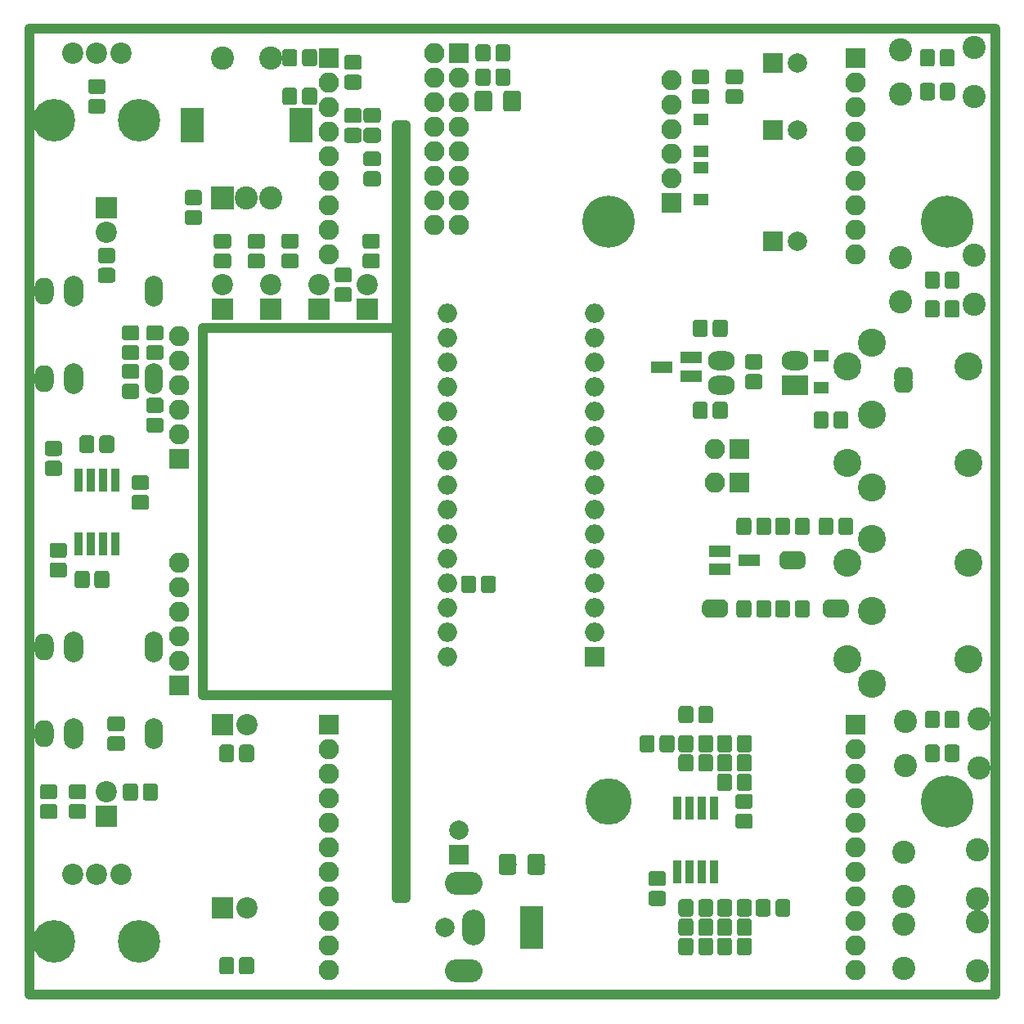
<source format=gbr>
%TF.GenerationSoftware,KiCad,Pcbnew,(5.0.0)*%
%TF.CreationDate,2019-02-05T18:13:41+01:00*%
%TF.ProjectId,Kicad-Midi2CV2,4B696361642D4D696469324356322E6B,Rev B*%
%TF.SameCoordinates,Original*%
%TF.FileFunction,Soldermask,Bot*%
%TF.FilePolarity,Negative*%
%FSLAX46Y46*%
G04 Gerber Fmt 4.6, Leading zero omitted, Abs format (unit mm)*
G04 Created by KiCad (PCBNEW (5.0.0)) date 02/05/19 18:13:41*
%MOMM*%
%LPD*%
G01*
G04 APERTURE LIST*
%ADD10C,1.000000*%
%ADD11R,2.000000X2.000000*%
%ADD12O,2.000000X2.000000*%
%ADD13R,2.300000X1.200000*%
%ADD14O,2.000000X3.200000*%
%ADD15O,2.000000X2.800000*%
%ADD16O,1.900000X3.200000*%
%ADD17R,0.950000X2.400000*%
%ADD18C,2.400000*%
%ADD19C,2.000000*%
%ADD20C,0.150000*%
%ADD21C,1.550000*%
%ADD22O,2.100000X2.100000*%
%ADD23R,2.100000X2.100000*%
%ADD24R,2.800000X2.000000*%
%ADD25O,2.800000X2.000000*%
%ADD26R,2.400000X4.400000*%
%ADD27O,2.400000X3.700000*%
%ADD28O,3.900000X2.400000*%
%ADD29C,2.900000*%
%ADD30R,1.600000X1.300000*%
%ADD31C,1.825000*%
%ADD32C,0.500000*%
%ADD33C,2.200000*%
%ADD34C,4.400000*%
%ADD35R,2.200000X2.200000*%
%ADD36R,2.400000X3.600000*%
%ADD37R,2.400000X2.400000*%
%ADD38C,1.200000*%
%ADD39C,5.400000*%
%ADD40C,4.800000*%
%ADD41C,1.100000*%
G04 APERTURE END LIST*
D10*
X138000000Y-119000000D02*
X138000000Y-81000000D01*
X118000000Y-119000000D02*
X138000000Y-119000000D01*
X118000000Y-81000000D02*
X118000000Y-119000000D01*
X138000000Y-81000000D02*
X118000000Y-81000000D01*
X138000000Y-140000000D02*
X139000000Y-140000000D01*
X138000000Y-60000000D02*
X139000000Y-60000000D01*
X139000000Y-140000000D02*
X139000000Y-60000000D01*
X138000000Y-60000000D02*
X138000000Y-140000000D01*
X200000000Y-50000000D02*
X100000000Y-50000000D01*
X200000000Y-150000000D02*
X200000000Y-50000000D01*
X100000000Y-150000000D02*
X200000000Y-150000000D01*
X100000000Y-50000000D02*
X100000000Y-150000000D01*
D11*
X158500000Y-115000000D03*
D12*
X143260000Y-81980000D03*
X158500000Y-112460000D03*
X143260000Y-84520000D03*
X158500000Y-109920000D03*
X143260000Y-87060000D03*
X158500000Y-107380000D03*
X143260000Y-89600000D03*
X158500000Y-104840000D03*
X143260000Y-92140000D03*
X158500000Y-102300000D03*
X143260000Y-94680000D03*
X158500000Y-99760000D03*
X143260000Y-97220000D03*
X158500000Y-97220000D03*
X143260000Y-99760000D03*
X158500000Y-94680000D03*
X143260000Y-102300000D03*
X158500000Y-92140000D03*
X143260000Y-104840000D03*
X158500000Y-89600000D03*
X143260000Y-107380000D03*
X158500000Y-87060000D03*
X143260000Y-109920000D03*
X158500000Y-84520000D03*
X143260000Y-112460000D03*
X158500000Y-81980000D03*
X143260000Y-115000000D03*
X158500000Y-79440000D03*
X143260000Y-79440000D03*
D13*
X171500000Y-105950000D03*
X171500000Y-104050000D03*
X174500000Y-105000000D03*
D14*
X104620000Y-86235000D03*
D15*
X101520000Y-86235000D03*
D16*
X112920000Y-86235000D03*
X112920000Y-77200000D03*
D15*
X101520000Y-77200000D03*
D14*
X104620000Y-77200000D03*
D17*
X170905000Y-130700000D03*
X169635000Y-130700000D03*
X168365000Y-130700000D03*
X167095000Y-130700000D03*
X167095000Y-137300000D03*
X168365000Y-137300000D03*
X169635000Y-137300000D03*
X170905000Y-137300000D03*
X105095000Y-103300000D03*
X106365000Y-103300000D03*
X107635000Y-103300000D03*
X108905000Y-103300000D03*
X108905000Y-96700000D03*
X107635000Y-96700000D03*
X106365000Y-96700000D03*
X105095000Y-96700000D03*
D18*
X190690000Y-121714000D03*
X190690000Y-126286000D03*
X198310000Y-121460000D03*
X198310000Y-126540000D03*
X190524476Y-142714000D03*
X190524476Y-147286000D03*
X198144476Y-142460000D03*
X198144476Y-147540000D03*
X190524476Y-135214000D03*
X190524476Y-139786000D03*
X198144476Y-134960000D03*
X198144476Y-140040000D03*
X190190000Y-52214000D03*
X190190000Y-56786000D03*
X197810000Y-51960000D03*
X197810000Y-57040000D03*
X190190000Y-73714000D03*
X190190000Y-78286000D03*
X197810000Y-73460000D03*
X197810000Y-78540000D03*
D11*
X144500000Y-135500000D03*
D19*
X144500000Y-133000000D03*
D20*
G36*
X173596071Y-56251623D02*
X173628781Y-56256475D01*
X173660857Y-56264509D01*
X173691991Y-56275649D01*
X173721884Y-56289787D01*
X173750247Y-56306787D01*
X173776807Y-56326485D01*
X173801308Y-56348692D01*
X173823515Y-56373193D01*
X173843213Y-56399753D01*
X173860213Y-56428116D01*
X173874351Y-56458009D01*
X173885491Y-56489143D01*
X173893525Y-56521219D01*
X173898377Y-56553929D01*
X173900000Y-56586956D01*
X173900000Y-57463044D01*
X173898377Y-57496071D01*
X173893525Y-57528781D01*
X173885491Y-57560857D01*
X173874351Y-57591991D01*
X173860213Y-57621884D01*
X173843213Y-57650247D01*
X173823515Y-57676807D01*
X173801308Y-57701308D01*
X173776807Y-57723515D01*
X173750247Y-57743213D01*
X173721884Y-57760213D01*
X173691991Y-57774351D01*
X173660857Y-57785491D01*
X173628781Y-57793525D01*
X173596071Y-57798377D01*
X173563044Y-57800000D01*
X172436956Y-57800000D01*
X172403929Y-57798377D01*
X172371219Y-57793525D01*
X172339143Y-57785491D01*
X172308009Y-57774351D01*
X172278116Y-57760213D01*
X172249753Y-57743213D01*
X172223193Y-57723515D01*
X172198692Y-57701308D01*
X172176485Y-57676807D01*
X172156787Y-57650247D01*
X172139787Y-57621884D01*
X172125649Y-57591991D01*
X172114509Y-57560857D01*
X172106475Y-57528781D01*
X172101623Y-57496071D01*
X172100000Y-57463044D01*
X172100000Y-56586956D01*
X172101623Y-56553929D01*
X172106475Y-56521219D01*
X172114509Y-56489143D01*
X172125649Y-56458009D01*
X172139787Y-56428116D01*
X172156787Y-56399753D01*
X172176485Y-56373193D01*
X172198692Y-56348692D01*
X172223193Y-56326485D01*
X172249753Y-56306787D01*
X172278116Y-56289787D01*
X172308009Y-56275649D01*
X172339143Y-56264509D01*
X172371219Y-56256475D01*
X172403929Y-56251623D01*
X172436956Y-56250000D01*
X173563044Y-56250000D01*
X173596071Y-56251623D01*
X173596071Y-56251623D01*
G37*
D21*
X173000000Y-57025000D03*
D20*
G36*
X173596071Y-54201623D02*
X173628781Y-54206475D01*
X173660857Y-54214509D01*
X173691991Y-54225649D01*
X173721884Y-54239787D01*
X173750247Y-54256787D01*
X173776807Y-54276485D01*
X173801308Y-54298692D01*
X173823515Y-54323193D01*
X173843213Y-54349753D01*
X173860213Y-54378116D01*
X173874351Y-54408009D01*
X173885491Y-54439143D01*
X173893525Y-54471219D01*
X173898377Y-54503929D01*
X173900000Y-54536956D01*
X173900000Y-55413044D01*
X173898377Y-55446071D01*
X173893525Y-55478781D01*
X173885491Y-55510857D01*
X173874351Y-55541991D01*
X173860213Y-55571884D01*
X173843213Y-55600247D01*
X173823515Y-55626807D01*
X173801308Y-55651308D01*
X173776807Y-55673515D01*
X173750247Y-55693213D01*
X173721884Y-55710213D01*
X173691991Y-55724351D01*
X173660857Y-55735491D01*
X173628781Y-55743525D01*
X173596071Y-55748377D01*
X173563044Y-55750000D01*
X172436956Y-55750000D01*
X172403929Y-55748377D01*
X172371219Y-55743525D01*
X172339143Y-55735491D01*
X172308009Y-55724351D01*
X172278116Y-55710213D01*
X172249753Y-55693213D01*
X172223193Y-55673515D01*
X172198692Y-55651308D01*
X172176485Y-55626807D01*
X172156787Y-55600247D01*
X172139787Y-55571884D01*
X172125649Y-55541991D01*
X172114509Y-55510857D01*
X172106475Y-55478781D01*
X172101623Y-55446071D01*
X172100000Y-55413044D01*
X172100000Y-54536956D01*
X172101623Y-54503929D01*
X172106475Y-54471219D01*
X172114509Y-54439143D01*
X172125649Y-54408009D01*
X172139787Y-54378116D01*
X172156787Y-54349753D01*
X172176485Y-54323193D01*
X172198692Y-54298692D01*
X172223193Y-54276485D01*
X172249753Y-54256787D01*
X172278116Y-54239787D01*
X172308009Y-54225649D01*
X172339143Y-54214509D01*
X172371219Y-54206475D01*
X172403929Y-54201623D01*
X172436956Y-54200000D01*
X173563044Y-54200000D01*
X173596071Y-54201623D01*
X173596071Y-54201623D01*
G37*
D21*
X173000000Y-54975000D03*
D20*
G36*
X111096071Y-82751623D02*
X111128781Y-82756475D01*
X111160857Y-82764509D01*
X111191991Y-82775649D01*
X111221884Y-82789787D01*
X111250247Y-82806787D01*
X111276807Y-82826485D01*
X111301308Y-82848692D01*
X111323515Y-82873193D01*
X111343213Y-82899753D01*
X111360213Y-82928116D01*
X111374351Y-82958009D01*
X111385491Y-82989143D01*
X111393525Y-83021219D01*
X111398377Y-83053929D01*
X111400000Y-83086956D01*
X111400000Y-83963044D01*
X111398377Y-83996071D01*
X111393525Y-84028781D01*
X111385491Y-84060857D01*
X111374351Y-84091991D01*
X111360213Y-84121884D01*
X111343213Y-84150247D01*
X111323515Y-84176807D01*
X111301308Y-84201308D01*
X111276807Y-84223515D01*
X111250247Y-84243213D01*
X111221884Y-84260213D01*
X111191991Y-84274351D01*
X111160857Y-84285491D01*
X111128781Y-84293525D01*
X111096071Y-84298377D01*
X111063044Y-84300000D01*
X109936956Y-84300000D01*
X109903929Y-84298377D01*
X109871219Y-84293525D01*
X109839143Y-84285491D01*
X109808009Y-84274351D01*
X109778116Y-84260213D01*
X109749753Y-84243213D01*
X109723193Y-84223515D01*
X109698692Y-84201308D01*
X109676485Y-84176807D01*
X109656787Y-84150247D01*
X109639787Y-84121884D01*
X109625649Y-84091991D01*
X109614509Y-84060857D01*
X109606475Y-84028781D01*
X109601623Y-83996071D01*
X109600000Y-83963044D01*
X109600000Y-83086956D01*
X109601623Y-83053929D01*
X109606475Y-83021219D01*
X109614509Y-82989143D01*
X109625649Y-82958009D01*
X109639787Y-82928116D01*
X109656787Y-82899753D01*
X109676485Y-82873193D01*
X109698692Y-82848692D01*
X109723193Y-82826485D01*
X109749753Y-82806787D01*
X109778116Y-82789787D01*
X109808009Y-82775649D01*
X109839143Y-82764509D01*
X109871219Y-82756475D01*
X109903929Y-82751623D01*
X109936956Y-82750000D01*
X111063044Y-82750000D01*
X111096071Y-82751623D01*
X111096071Y-82751623D01*
G37*
D21*
X110500000Y-83525000D03*
D20*
G36*
X111096071Y-80701623D02*
X111128781Y-80706475D01*
X111160857Y-80714509D01*
X111191991Y-80725649D01*
X111221884Y-80739787D01*
X111250247Y-80756787D01*
X111276807Y-80776485D01*
X111301308Y-80798692D01*
X111323515Y-80823193D01*
X111343213Y-80849753D01*
X111360213Y-80878116D01*
X111374351Y-80908009D01*
X111385491Y-80939143D01*
X111393525Y-80971219D01*
X111398377Y-81003929D01*
X111400000Y-81036956D01*
X111400000Y-81913044D01*
X111398377Y-81946071D01*
X111393525Y-81978781D01*
X111385491Y-82010857D01*
X111374351Y-82041991D01*
X111360213Y-82071884D01*
X111343213Y-82100247D01*
X111323515Y-82126807D01*
X111301308Y-82151308D01*
X111276807Y-82173515D01*
X111250247Y-82193213D01*
X111221884Y-82210213D01*
X111191991Y-82224351D01*
X111160857Y-82235491D01*
X111128781Y-82243525D01*
X111096071Y-82248377D01*
X111063044Y-82250000D01*
X109936956Y-82250000D01*
X109903929Y-82248377D01*
X109871219Y-82243525D01*
X109839143Y-82235491D01*
X109808009Y-82224351D01*
X109778116Y-82210213D01*
X109749753Y-82193213D01*
X109723193Y-82173515D01*
X109698692Y-82151308D01*
X109676485Y-82126807D01*
X109656787Y-82100247D01*
X109639787Y-82071884D01*
X109625649Y-82041991D01*
X109614509Y-82010857D01*
X109606475Y-81978781D01*
X109601623Y-81946071D01*
X109600000Y-81913044D01*
X109600000Y-81036956D01*
X109601623Y-81003929D01*
X109606475Y-80971219D01*
X109614509Y-80939143D01*
X109625649Y-80908009D01*
X109639787Y-80878116D01*
X109656787Y-80849753D01*
X109676485Y-80823193D01*
X109698692Y-80798692D01*
X109723193Y-80776485D01*
X109749753Y-80756787D01*
X109778116Y-80739787D01*
X109808009Y-80725649D01*
X109839143Y-80714509D01*
X109871219Y-80706475D01*
X109903929Y-80701623D01*
X109936956Y-80700000D01*
X111063044Y-80700000D01*
X111096071Y-80701623D01*
X111096071Y-80701623D01*
G37*
D21*
X110500000Y-81475000D03*
D20*
G36*
X103596071Y-103201623D02*
X103628781Y-103206475D01*
X103660857Y-103214509D01*
X103691991Y-103225649D01*
X103721884Y-103239787D01*
X103750247Y-103256787D01*
X103776807Y-103276485D01*
X103801308Y-103298692D01*
X103823515Y-103323193D01*
X103843213Y-103349753D01*
X103860213Y-103378116D01*
X103874351Y-103408009D01*
X103885491Y-103439143D01*
X103893525Y-103471219D01*
X103898377Y-103503929D01*
X103900000Y-103536956D01*
X103900000Y-104413044D01*
X103898377Y-104446071D01*
X103893525Y-104478781D01*
X103885491Y-104510857D01*
X103874351Y-104541991D01*
X103860213Y-104571884D01*
X103843213Y-104600247D01*
X103823515Y-104626807D01*
X103801308Y-104651308D01*
X103776807Y-104673515D01*
X103750247Y-104693213D01*
X103721884Y-104710213D01*
X103691991Y-104724351D01*
X103660857Y-104735491D01*
X103628781Y-104743525D01*
X103596071Y-104748377D01*
X103563044Y-104750000D01*
X102436956Y-104750000D01*
X102403929Y-104748377D01*
X102371219Y-104743525D01*
X102339143Y-104735491D01*
X102308009Y-104724351D01*
X102278116Y-104710213D01*
X102249753Y-104693213D01*
X102223193Y-104673515D01*
X102198692Y-104651308D01*
X102176485Y-104626807D01*
X102156787Y-104600247D01*
X102139787Y-104571884D01*
X102125649Y-104541991D01*
X102114509Y-104510857D01*
X102106475Y-104478781D01*
X102101623Y-104446071D01*
X102100000Y-104413044D01*
X102100000Y-103536956D01*
X102101623Y-103503929D01*
X102106475Y-103471219D01*
X102114509Y-103439143D01*
X102125649Y-103408009D01*
X102139787Y-103378116D01*
X102156787Y-103349753D01*
X102176485Y-103323193D01*
X102198692Y-103298692D01*
X102223193Y-103276485D01*
X102249753Y-103256787D01*
X102278116Y-103239787D01*
X102308009Y-103225649D01*
X102339143Y-103214509D01*
X102371219Y-103206475D01*
X102403929Y-103201623D01*
X102436956Y-103200000D01*
X103563044Y-103200000D01*
X103596071Y-103201623D01*
X103596071Y-103201623D01*
G37*
D21*
X103000000Y-103975000D03*
D20*
G36*
X103596071Y-105251623D02*
X103628781Y-105256475D01*
X103660857Y-105264509D01*
X103691991Y-105275649D01*
X103721884Y-105289787D01*
X103750247Y-105306787D01*
X103776807Y-105326485D01*
X103801308Y-105348692D01*
X103823515Y-105373193D01*
X103843213Y-105399753D01*
X103860213Y-105428116D01*
X103874351Y-105458009D01*
X103885491Y-105489143D01*
X103893525Y-105521219D01*
X103898377Y-105553929D01*
X103900000Y-105586956D01*
X103900000Y-106463044D01*
X103898377Y-106496071D01*
X103893525Y-106528781D01*
X103885491Y-106560857D01*
X103874351Y-106591991D01*
X103860213Y-106621884D01*
X103843213Y-106650247D01*
X103823515Y-106676807D01*
X103801308Y-106701308D01*
X103776807Y-106723515D01*
X103750247Y-106743213D01*
X103721884Y-106760213D01*
X103691991Y-106774351D01*
X103660857Y-106785491D01*
X103628781Y-106793525D01*
X103596071Y-106798377D01*
X103563044Y-106800000D01*
X102436956Y-106800000D01*
X102403929Y-106798377D01*
X102371219Y-106793525D01*
X102339143Y-106785491D01*
X102308009Y-106774351D01*
X102278116Y-106760213D01*
X102249753Y-106743213D01*
X102223193Y-106723515D01*
X102198692Y-106701308D01*
X102176485Y-106676807D01*
X102156787Y-106650247D01*
X102139787Y-106621884D01*
X102125649Y-106591991D01*
X102114509Y-106560857D01*
X102106475Y-106528781D01*
X102101623Y-106496071D01*
X102100000Y-106463044D01*
X102100000Y-105586956D01*
X102101623Y-105553929D01*
X102106475Y-105521219D01*
X102114509Y-105489143D01*
X102125649Y-105458009D01*
X102139787Y-105428116D01*
X102156787Y-105399753D01*
X102176485Y-105373193D01*
X102198692Y-105348692D01*
X102223193Y-105326485D01*
X102249753Y-105306787D01*
X102278116Y-105289787D01*
X102308009Y-105275649D01*
X102339143Y-105264509D01*
X102371219Y-105256475D01*
X102403929Y-105251623D01*
X102436956Y-105250000D01*
X103563044Y-105250000D01*
X103596071Y-105251623D01*
X103596071Y-105251623D01*
G37*
D21*
X103000000Y-106025000D03*
D20*
G36*
X165596071Y-139251623D02*
X165628781Y-139256475D01*
X165660857Y-139264509D01*
X165691991Y-139275649D01*
X165721884Y-139289787D01*
X165750247Y-139306787D01*
X165776807Y-139326485D01*
X165801308Y-139348692D01*
X165823515Y-139373193D01*
X165843213Y-139399753D01*
X165860213Y-139428116D01*
X165874351Y-139458009D01*
X165885491Y-139489143D01*
X165893525Y-139521219D01*
X165898377Y-139553929D01*
X165900000Y-139586956D01*
X165900000Y-140463044D01*
X165898377Y-140496071D01*
X165893525Y-140528781D01*
X165885491Y-140560857D01*
X165874351Y-140591991D01*
X165860213Y-140621884D01*
X165843213Y-140650247D01*
X165823515Y-140676807D01*
X165801308Y-140701308D01*
X165776807Y-140723515D01*
X165750247Y-140743213D01*
X165721884Y-140760213D01*
X165691991Y-140774351D01*
X165660857Y-140785491D01*
X165628781Y-140793525D01*
X165596071Y-140798377D01*
X165563044Y-140800000D01*
X164436956Y-140800000D01*
X164403929Y-140798377D01*
X164371219Y-140793525D01*
X164339143Y-140785491D01*
X164308009Y-140774351D01*
X164278116Y-140760213D01*
X164249753Y-140743213D01*
X164223193Y-140723515D01*
X164198692Y-140701308D01*
X164176485Y-140676807D01*
X164156787Y-140650247D01*
X164139787Y-140621884D01*
X164125649Y-140591991D01*
X164114509Y-140560857D01*
X164106475Y-140528781D01*
X164101623Y-140496071D01*
X164100000Y-140463044D01*
X164100000Y-139586956D01*
X164101623Y-139553929D01*
X164106475Y-139521219D01*
X164114509Y-139489143D01*
X164125649Y-139458009D01*
X164139787Y-139428116D01*
X164156787Y-139399753D01*
X164176485Y-139373193D01*
X164198692Y-139348692D01*
X164223193Y-139326485D01*
X164249753Y-139306787D01*
X164278116Y-139289787D01*
X164308009Y-139275649D01*
X164339143Y-139264509D01*
X164371219Y-139256475D01*
X164403929Y-139251623D01*
X164436956Y-139250000D01*
X165563044Y-139250000D01*
X165596071Y-139251623D01*
X165596071Y-139251623D01*
G37*
D21*
X165000000Y-140025000D03*
D20*
G36*
X165596071Y-137201623D02*
X165628781Y-137206475D01*
X165660857Y-137214509D01*
X165691991Y-137225649D01*
X165721884Y-137239787D01*
X165750247Y-137256787D01*
X165776807Y-137276485D01*
X165801308Y-137298692D01*
X165823515Y-137323193D01*
X165843213Y-137349753D01*
X165860213Y-137378116D01*
X165874351Y-137408009D01*
X165885491Y-137439143D01*
X165893525Y-137471219D01*
X165898377Y-137503929D01*
X165900000Y-137536956D01*
X165900000Y-138413044D01*
X165898377Y-138446071D01*
X165893525Y-138478781D01*
X165885491Y-138510857D01*
X165874351Y-138541991D01*
X165860213Y-138571884D01*
X165843213Y-138600247D01*
X165823515Y-138626807D01*
X165801308Y-138651308D01*
X165776807Y-138673515D01*
X165750247Y-138693213D01*
X165721884Y-138710213D01*
X165691991Y-138724351D01*
X165660857Y-138735491D01*
X165628781Y-138743525D01*
X165596071Y-138748377D01*
X165563044Y-138750000D01*
X164436956Y-138750000D01*
X164403929Y-138748377D01*
X164371219Y-138743525D01*
X164339143Y-138735491D01*
X164308009Y-138724351D01*
X164278116Y-138710213D01*
X164249753Y-138693213D01*
X164223193Y-138673515D01*
X164198692Y-138651308D01*
X164176485Y-138626807D01*
X164156787Y-138600247D01*
X164139787Y-138571884D01*
X164125649Y-138541991D01*
X164114509Y-138510857D01*
X164106475Y-138478781D01*
X164101623Y-138446071D01*
X164100000Y-138413044D01*
X164100000Y-137536956D01*
X164101623Y-137503929D01*
X164106475Y-137471219D01*
X164114509Y-137439143D01*
X164125649Y-137408009D01*
X164139787Y-137378116D01*
X164156787Y-137349753D01*
X164176485Y-137323193D01*
X164198692Y-137298692D01*
X164223193Y-137276485D01*
X164249753Y-137256787D01*
X164278116Y-137239787D01*
X164308009Y-137225649D01*
X164339143Y-137214509D01*
X164371219Y-137206475D01*
X164403929Y-137201623D01*
X164436956Y-137200000D01*
X165563044Y-137200000D01*
X165596071Y-137201623D01*
X165596071Y-137201623D01*
G37*
D21*
X165000000Y-137975000D03*
D22*
X115500000Y-105300000D03*
X115500000Y-107840000D03*
X115500000Y-110380000D03*
X115500000Y-112920000D03*
X115500000Y-115460000D03*
D23*
X115500000Y-118000000D03*
X115500000Y-94500000D03*
D22*
X115500000Y-91960000D03*
X115500000Y-89420000D03*
X115500000Y-86880000D03*
X115500000Y-84340000D03*
X115500000Y-81800000D03*
D13*
X165500000Y-85000000D03*
X168500000Y-85950000D03*
X168500000Y-84050000D03*
D20*
G36*
X103096071Y-92676623D02*
X103128781Y-92681475D01*
X103160857Y-92689509D01*
X103191991Y-92700649D01*
X103221884Y-92714787D01*
X103250247Y-92731787D01*
X103276807Y-92751485D01*
X103301308Y-92773692D01*
X103323515Y-92798193D01*
X103343213Y-92824753D01*
X103360213Y-92853116D01*
X103374351Y-92883009D01*
X103385491Y-92914143D01*
X103393525Y-92946219D01*
X103398377Y-92978929D01*
X103400000Y-93011956D01*
X103400000Y-93888044D01*
X103398377Y-93921071D01*
X103393525Y-93953781D01*
X103385491Y-93985857D01*
X103374351Y-94016991D01*
X103360213Y-94046884D01*
X103343213Y-94075247D01*
X103323515Y-94101807D01*
X103301308Y-94126308D01*
X103276807Y-94148515D01*
X103250247Y-94168213D01*
X103221884Y-94185213D01*
X103191991Y-94199351D01*
X103160857Y-94210491D01*
X103128781Y-94218525D01*
X103096071Y-94223377D01*
X103063044Y-94225000D01*
X101936956Y-94225000D01*
X101903929Y-94223377D01*
X101871219Y-94218525D01*
X101839143Y-94210491D01*
X101808009Y-94199351D01*
X101778116Y-94185213D01*
X101749753Y-94168213D01*
X101723193Y-94148515D01*
X101698692Y-94126308D01*
X101676485Y-94101807D01*
X101656787Y-94075247D01*
X101639787Y-94046884D01*
X101625649Y-94016991D01*
X101614509Y-93985857D01*
X101606475Y-93953781D01*
X101601623Y-93921071D01*
X101600000Y-93888044D01*
X101600000Y-93011956D01*
X101601623Y-92978929D01*
X101606475Y-92946219D01*
X101614509Y-92914143D01*
X101625649Y-92883009D01*
X101639787Y-92853116D01*
X101656787Y-92824753D01*
X101676485Y-92798193D01*
X101698692Y-92773692D01*
X101723193Y-92751485D01*
X101749753Y-92731787D01*
X101778116Y-92714787D01*
X101808009Y-92700649D01*
X101839143Y-92689509D01*
X101871219Y-92681475D01*
X101903929Y-92676623D01*
X101936956Y-92675000D01*
X103063044Y-92675000D01*
X103096071Y-92676623D01*
X103096071Y-92676623D01*
G37*
D21*
X102500000Y-93450000D03*
D20*
G36*
X103096071Y-94726623D02*
X103128781Y-94731475D01*
X103160857Y-94739509D01*
X103191991Y-94750649D01*
X103221884Y-94764787D01*
X103250247Y-94781787D01*
X103276807Y-94801485D01*
X103301308Y-94823692D01*
X103323515Y-94848193D01*
X103343213Y-94874753D01*
X103360213Y-94903116D01*
X103374351Y-94933009D01*
X103385491Y-94964143D01*
X103393525Y-94996219D01*
X103398377Y-95028929D01*
X103400000Y-95061956D01*
X103400000Y-95938044D01*
X103398377Y-95971071D01*
X103393525Y-96003781D01*
X103385491Y-96035857D01*
X103374351Y-96066991D01*
X103360213Y-96096884D01*
X103343213Y-96125247D01*
X103323515Y-96151807D01*
X103301308Y-96176308D01*
X103276807Y-96198515D01*
X103250247Y-96218213D01*
X103221884Y-96235213D01*
X103191991Y-96249351D01*
X103160857Y-96260491D01*
X103128781Y-96268525D01*
X103096071Y-96273377D01*
X103063044Y-96275000D01*
X101936956Y-96275000D01*
X101903929Y-96273377D01*
X101871219Y-96268525D01*
X101839143Y-96260491D01*
X101808009Y-96249351D01*
X101778116Y-96235213D01*
X101749753Y-96218213D01*
X101723193Y-96198515D01*
X101698692Y-96176308D01*
X101676485Y-96151807D01*
X101656787Y-96125247D01*
X101639787Y-96096884D01*
X101625649Y-96066991D01*
X101614509Y-96035857D01*
X101606475Y-96003781D01*
X101601623Y-95971071D01*
X101600000Y-95938044D01*
X101600000Y-95061956D01*
X101601623Y-95028929D01*
X101606475Y-94996219D01*
X101614509Y-94964143D01*
X101625649Y-94933009D01*
X101639787Y-94903116D01*
X101656787Y-94874753D01*
X101676485Y-94848193D01*
X101698692Y-94823692D01*
X101723193Y-94801485D01*
X101749753Y-94781787D01*
X101778116Y-94764787D01*
X101808009Y-94750649D01*
X101839143Y-94739509D01*
X101871219Y-94731475D01*
X101903929Y-94726623D01*
X101936956Y-94725000D01*
X103063044Y-94725000D01*
X103096071Y-94726623D01*
X103096071Y-94726623D01*
G37*
D21*
X102500000Y-95500000D03*
D20*
G36*
X102596071Y-128201623D02*
X102628781Y-128206475D01*
X102660857Y-128214509D01*
X102691991Y-128225649D01*
X102721884Y-128239787D01*
X102750247Y-128256787D01*
X102776807Y-128276485D01*
X102801308Y-128298692D01*
X102823515Y-128323193D01*
X102843213Y-128349753D01*
X102860213Y-128378116D01*
X102874351Y-128408009D01*
X102885491Y-128439143D01*
X102893525Y-128471219D01*
X102898377Y-128503929D01*
X102900000Y-128536956D01*
X102900000Y-129413044D01*
X102898377Y-129446071D01*
X102893525Y-129478781D01*
X102885491Y-129510857D01*
X102874351Y-129541991D01*
X102860213Y-129571884D01*
X102843213Y-129600247D01*
X102823515Y-129626807D01*
X102801308Y-129651308D01*
X102776807Y-129673515D01*
X102750247Y-129693213D01*
X102721884Y-129710213D01*
X102691991Y-129724351D01*
X102660857Y-129735491D01*
X102628781Y-129743525D01*
X102596071Y-129748377D01*
X102563044Y-129750000D01*
X101436956Y-129750000D01*
X101403929Y-129748377D01*
X101371219Y-129743525D01*
X101339143Y-129735491D01*
X101308009Y-129724351D01*
X101278116Y-129710213D01*
X101249753Y-129693213D01*
X101223193Y-129673515D01*
X101198692Y-129651308D01*
X101176485Y-129626807D01*
X101156787Y-129600247D01*
X101139787Y-129571884D01*
X101125649Y-129541991D01*
X101114509Y-129510857D01*
X101106475Y-129478781D01*
X101101623Y-129446071D01*
X101100000Y-129413044D01*
X101100000Y-128536956D01*
X101101623Y-128503929D01*
X101106475Y-128471219D01*
X101114509Y-128439143D01*
X101125649Y-128408009D01*
X101139787Y-128378116D01*
X101156787Y-128349753D01*
X101176485Y-128323193D01*
X101198692Y-128298692D01*
X101223193Y-128276485D01*
X101249753Y-128256787D01*
X101278116Y-128239787D01*
X101308009Y-128225649D01*
X101339143Y-128214509D01*
X101371219Y-128206475D01*
X101403929Y-128201623D01*
X101436956Y-128200000D01*
X102563044Y-128200000D01*
X102596071Y-128201623D01*
X102596071Y-128201623D01*
G37*
D21*
X102000000Y-128975000D03*
D20*
G36*
X102596071Y-130251623D02*
X102628781Y-130256475D01*
X102660857Y-130264509D01*
X102691991Y-130275649D01*
X102721884Y-130289787D01*
X102750247Y-130306787D01*
X102776807Y-130326485D01*
X102801308Y-130348692D01*
X102823515Y-130373193D01*
X102843213Y-130399753D01*
X102860213Y-130428116D01*
X102874351Y-130458009D01*
X102885491Y-130489143D01*
X102893525Y-130521219D01*
X102898377Y-130553929D01*
X102900000Y-130586956D01*
X102900000Y-131463044D01*
X102898377Y-131496071D01*
X102893525Y-131528781D01*
X102885491Y-131560857D01*
X102874351Y-131591991D01*
X102860213Y-131621884D01*
X102843213Y-131650247D01*
X102823515Y-131676807D01*
X102801308Y-131701308D01*
X102776807Y-131723515D01*
X102750247Y-131743213D01*
X102721884Y-131760213D01*
X102691991Y-131774351D01*
X102660857Y-131785491D01*
X102628781Y-131793525D01*
X102596071Y-131798377D01*
X102563044Y-131800000D01*
X101436956Y-131800000D01*
X101403929Y-131798377D01*
X101371219Y-131793525D01*
X101339143Y-131785491D01*
X101308009Y-131774351D01*
X101278116Y-131760213D01*
X101249753Y-131743213D01*
X101223193Y-131723515D01*
X101198692Y-131701308D01*
X101176485Y-131676807D01*
X101156787Y-131650247D01*
X101139787Y-131621884D01*
X101125649Y-131591991D01*
X101114509Y-131560857D01*
X101106475Y-131528781D01*
X101101623Y-131496071D01*
X101100000Y-131463044D01*
X101100000Y-130586956D01*
X101101623Y-130553929D01*
X101106475Y-130521219D01*
X101114509Y-130489143D01*
X101125649Y-130458009D01*
X101139787Y-130428116D01*
X101156787Y-130399753D01*
X101176485Y-130373193D01*
X101198692Y-130348692D01*
X101223193Y-130326485D01*
X101249753Y-130306787D01*
X101278116Y-130289787D01*
X101308009Y-130275649D01*
X101339143Y-130264509D01*
X101371219Y-130256475D01*
X101403929Y-130251623D01*
X101436956Y-130250000D01*
X102563044Y-130250000D01*
X102596071Y-130251623D01*
X102596071Y-130251623D01*
G37*
D21*
X102000000Y-131025000D03*
D20*
G36*
X170096071Y-54201623D02*
X170128781Y-54206475D01*
X170160857Y-54214509D01*
X170191991Y-54225649D01*
X170221884Y-54239787D01*
X170250247Y-54256787D01*
X170276807Y-54276485D01*
X170301308Y-54298692D01*
X170323515Y-54323193D01*
X170343213Y-54349753D01*
X170360213Y-54378116D01*
X170374351Y-54408009D01*
X170385491Y-54439143D01*
X170393525Y-54471219D01*
X170398377Y-54503929D01*
X170400000Y-54536956D01*
X170400000Y-55413044D01*
X170398377Y-55446071D01*
X170393525Y-55478781D01*
X170385491Y-55510857D01*
X170374351Y-55541991D01*
X170360213Y-55571884D01*
X170343213Y-55600247D01*
X170323515Y-55626807D01*
X170301308Y-55651308D01*
X170276807Y-55673515D01*
X170250247Y-55693213D01*
X170221884Y-55710213D01*
X170191991Y-55724351D01*
X170160857Y-55735491D01*
X170128781Y-55743525D01*
X170096071Y-55748377D01*
X170063044Y-55750000D01*
X168936956Y-55750000D01*
X168903929Y-55748377D01*
X168871219Y-55743525D01*
X168839143Y-55735491D01*
X168808009Y-55724351D01*
X168778116Y-55710213D01*
X168749753Y-55693213D01*
X168723193Y-55673515D01*
X168698692Y-55651308D01*
X168676485Y-55626807D01*
X168656787Y-55600247D01*
X168639787Y-55571884D01*
X168625649Y-55541991D01*
X168614509Y-55510857D01*
X168606475Y-55478781D01*
X168601623Y-55446071D01*
X168600000Y-55413044D01*
X168600000Y-54536956D01*
X168601623Y-54503929D01*
X168606475Y-54471219D01*
X168614509Y-54439143D01*
X168625649Y-54408009D01*
X168639787Y-54378116D01*
X168656787Y-54349753D01*
X168676485Y-54323193D01*
X168698692Y-54298692D01*
X168723193Y-54276485D01*
X168749753Y-54256787D01*
X168778116Y-54239787D01*
X168808009Y-54225649D01*
X168839143Y-54214509D01*
X168871219Y-54206475D01*
X168903929Y-54201623D01*
X168936956Y-54200000D01*
X170063044Y-54200000D01*
X170096071Y-54201623D01*
X170096071Y-54201623D01*
G37*
D21*
X169500000Y-54975000D03*
D20*
G36*
X170096071Y-56251623D02*
X170128781Y-56256475D01*
X170160857Y-56264509D01*
X170191991Y-56275649D01*
X170221884Y-56289787D01*
X170250247Y-56306787D01*
X170276807Y-56326485D01*
X170301308Y-56348692D01*
X170323515Y-56373193D01*
X170343213Y-56399753D01*
X170360213Y-56428116D01*
X170374351Y-56458009D01*
X170385491Y-56489143D01*
X170393525Y-56521219D01*
X170398377Y-56553929D01*
X170400000Y-56586956D01*
X170400000Y-57463044D01*
X170398377Y-57496071D01*
X170393525Y-57528781D01*
X170385491Y-57560857D01*
X170374351Y-57591991D01*
X170360213Y-57621884D01*
X170343213Y-57650247D01*
X170323515Y-57676807D01*
X170301308Y-57701308D01*
X170276807Y-57723515D01*
X170250247Y-57743213D01*
X170221884Y-57760213D01*
X170191991Y-57774351D01*
X170160857Y-57785491D01*
X170128781Y-57793525D01*
X170096071Y-57798377D01*
X170063044Y-57800000D01*
X168936956Y-57800000D01*
X168903929Y-57798377D01*
X168871219Y-57793525D01*
X168839143Y-57785491D01*
X168808009Y-57774351D01*
X168778116Y-57760213D01*
X168749753Y-57743213D01*
X168723193Y-57723515D01*
X168698692Y-57701308D01*
X168676485Y-57676807D01*
X168656787Y-57650247D01*
X168639787Y-57621884D01*
X168625649Y-57591991D01*
X168614509Y-57560857D01*
X168606475Y-57528781D01*
X168601623Y-57496071D01*
X168600000Y-57463044D01*
X168600000Y-56586956D01*
X168601623Y-56553929D01*
X168606475Y-56521219D01*
X168614509Y-56489143D01*
X168625649Y-56458009D01*
X168639787Y-56428116D01*
X168656787Y-56399753D01*
X168676485Y-56373193D01*
X168698692Y-56348692D01*
X168723193Y-56326485D01*
X168749753Y-56306787D01*
X168778116Y-56289787D01*
X168808009Y-56275649D01*
X168839143Y-56264509D01*
X168871219Y-56256475D01*
X168903929Y-56251623D01*
X168936956Y-56250000D01*
X170063044Y-56250000D01*
X170096071Y-56251623D01*
X170096071Y-56251623D01*
G37*
D21*
X169500000Y-57025000D03*
D20*
G36*
X184996071Y-100601623D02*
X185028781Y-100606475D01*
X185060857Y-100614509D01*
X185091991Y-100625649D01*
X185121884Y-100639787D01*
X185150247Y-100656787D01*
X185176807Y-100676485D01*
X185201308Y-100698692D01*
X185223515Y-100723193D01*
X185243213Y-100749753D01*
X185260213Y-100778116D01*
X185274351Y-100808009D01*
X185285491Y-100839143D01*
X185293525Y-100871219D01*
X185298377Y-100903929D01*
X185300000Y-100936956D01*
X185300000Y-102063044D01*
X185298377Y-102096071D01*
X185293525Y-102128781D01*
X185285491Y-102160857D01*
X185274351Y-102191991D01*
X185260213Y-102221884D01*
X185243213Y-102250247D01*
X185223515Y-102276807D01*
X185201308Y-102301308D01*
X185176807Y-102323515D01*
X185150247Y-102343213D01*
X185121884Y-102360213D01*
X185091991Y-102374351D01*
X185060857Y-102385491D01*
X185028781Y-102393525D01*
X184996071Y-102398377D01*
X184963044Y-102400000D01*
X184086956Y-102400000D01*
X184053929Y-102398377D01*
X184021219Y-102393525D01*
X183989143Y-102385491D01*
X183958009Y-102374351D01*
X183928116Y-102360213D01*
X183899753Y-102343213D01*
X183873193Y-102323515D01*
X183848692Y-102301308D01*
X183826485Y-102276807D01*
X183806787Y-102250247D01*
X183789787Y-102221884D01*
X183775649Y-102191991D01*
X183764509Y-102160857D01*
X183756475Y-102128781D01*
X183751623Y-102096071D01*
X183750000Y-102063044D01*
X183750000Y-100936956D01*
X183751623Y-100903929D01*
X183756475Y-100871219D01*
X183764509Y-100839143D01*
X183775649Y-100808009D01*
X183789787Y-100778116D01*
X183806787Y-100749753D01*
X183826485Y-100723193D01*
X183848692Y-100698692D01*
X183873193Y-100676485D01*
X183899753Y-100656787D01*
X183928116Y-100639787D01*
X183958009Y-100625649D01*
X183989143Y-100614509D01*
X184021219Y-100606475D01*
X184053929Y-100601623D01*
X184086956Y-100600000D01*
X184963044Y-100600000D01*
X184996071Y-100601623D01*
X184996071Y-100601623D01*
G37*
D21*
X184525000Y-101500000D03*
D20*
G36*
X182946071Y-100601623D02*
X182978781Y-100606475D01*
X183010857Y-100614509D01*
X183041991Y-100625649D01*
X183071884Y-100639787D01*
X183100247Y-100656787D01*
X183126807Y-100676485D01*
X183151308Y-100698692D01*
X183173515Y-100723193D01*
X183193213Y-100749753D01*
X183210213Y-100778116D01*
X183224351Y-100808009D01*
X183235491Y-100839143D01*
X183243525Y-100871219D01*
X183248377Y-100903929D01*
X183250000Y-100936956D01*
X183250000Y-102063044D01*
X183248377Y-102096071D01*
X183243525Y-102128781D01*
X183235491Y-102160857D01*
X183224351Y-102191991D01*
X183210213Y-102221884D01*
X183193213Y-102250247D01*
X183173515Y-102276807D01*
X183151308Y-102301308D01*
X183126807Y-102323515D01*
X183100247Y-102343213D01*
X183071884Y-102360213D01*
X183041991Y-102374351D01*
X183010857Y-102385491D01*
X182978781Y-102393525D01*
X182946071Y-102398377D01*
X182913044Y-102400000D01*
X182036956Y-102400000D01*
X182003929Y-102398377D01*
X181971219Y-102393525D01*
X181939143Y-102385491D01*
X181908009Y-102374351D01*
X181878116Y-102360213D01*
X181849753Y-102343213D01*
X181823193Y-102323515D01*
X181798692Y-102301308D01*
X181776485Y-102276807D01*
X181756787Y-102250247D01*
X181739787Y-102221884D01*
X181725649Y-102191991D01*
X181714509Y-102160857D01*
X181706475Y-102128781D01*
X181701623Y-102096071D01*
X181700000Y-102063044D01*
X181700000Y-100936956D01*
X181701623Y-100903929D01*
X181706475Y-100871219D01*
X181714509Y-100839143D01*
X181725649Y-100808009D01*
X181739787Y-100778116D01*
X181756787Y-100749753D01*
X181776485Y-100723193D01*
X181798692Y-100698692D01*
X181823193Y-100676485D01*
X181849753Y-100656787D01*
X181878116Y-100639787D01*
X181908009Y-100625649D01*
X181939143Y-100614509D01*
X181971219Y-100606475D01*
X182003929Y-100601623D01*
X182036956Y-100600000D01*
X182913044Y-100600000D01*
X182946071Y-100601623D01*
X182946071Y-100601623D01*
G37*
D21*
X182475000Y-101500000D03*
D20*
G36*
X107996071Y-106101623D02*
X108028781Y-106106475D01*
X108060857Y-106114509D01*
X108091991Y-106125649D01*
X108121884Y-106139787D01*
X108150247Y-106156787D01*
X108176807Y-106176485D01*
X108201308Y-106198692D01*
X108223515Y-106223193D01*
X108243213Y-106249753D01*
X108260213Y-106278116D01*
X108274351Y-106308009D01*
X108285491Y-106339143D01*
X108293525Y-106371219D01*
X108298377Y-106403929D01*
X108300000Y-106436956D01*
X108300000Y-107563044D01*
X108298377Y-107596071D01*
X108293525Y-107628781D01*
X108285491Y-107660857D01*
X108274351Y-107691991D01*
X108260213Y-107721884D01*
X108243213Y-107750247D01*
X108223515Y-107776807D01*
X108201308Y-107801308D01*
X108176807Y-107823515D01*
X108150247Y-107843213D01*
X108121884Y-107860213D01*
X108091991Y-107874351D01*
X108060857Y-107885491D01*
X108028781Y-107893525D01*
X107996071Y-107898377D01*
X107963044Y-107900000D01*
X107086956Y-107900000D01*
X107053929Y-107898377D01*
X107021219Y-107893525D01*
X106989143Y-107885491D01*
X106958009Y-107874351D01*
X106928116Y-107860213D01*
X106899753Y-107843213D01*
X106873193Y-107823515D01*
X106848692Y-107801308D01*
X106826485Y-107776807D01*
X106806787Y-107750247D01*
X106789787Y-107721884D01*
X106775649Y-107691991D01*
X106764509Y-107660857D01*
X106756475Y-107628781D01*
X106751623Y-107596071D01*
X106750000Y-107563044D01*
X106750000Y-106436956D01*
X106751623Y-106403929D01*
X106756475Y-106371219D01*
X106764509Y-106339143D01*
X106775649Y-106308009D01*
X106789787Y-106278116D01*
X106806787Y-106249753D01*
X106826485Y-106223193D01*
X106848692Y-106198692D01*
X106873193Y-106176485D01*
X106899753Y-106156787D01*
X106928116Y-106139787D01*
X106958009Y-106125649D01*
X106989143Y-106114509D01*
X107021219Y-106106475D01*
X107053929Y-106101623D01*
X107086956Y-106100000D01*
X107963044Y-106100000D01*
X107996071Y-106101623D01*
X107996071Y-106101623D01*
G37*
D21*
X107525000Y-107000000D03*
D20*
G36*
X105946071Y-106101623D02*
X105978781Y-106106475D01*
X106010857Y-106114509D01*
X106041991Y-106125649D01*
X106071884Y-106139787D01*
X106100247Y-106156787D01*
X106126807Y-106176485D01*
X106151308Y-106198692D01*
X106173515Y-106223193D01*
X106193213Y-106249753D01*
X106210213Y-106278116D01*
X106224351Y-106308009D01*
X106235491Y-106339143D01*
X106243525Y-106371219D01*
X106248377Y-106403929D01*
X106250000Y-106436956D01*
X106250000Y-107563044D01*
X106248377Y-107596071D01*
X106243525Y-107628781D01*
X106235491Y-107660857D01*
X106224351Y-107691991D01*
X106210213Y-107721884D01*
X106193213Y-107750247D01*
X106173515Y-107776807D01*
X106151308Y-107801308D01*
X106126807Y-107823515D01*
X106100247Y-107843213D01*
X106071884Y-107860213D01*
X106041991Y-107874351D01*
X106010857Y-107885491D01*
X105978781Y-107893525D01*
X105946071Y-107898377D01*
X105913044Y-107900000D01*
X105036956Y-107900000D01*
X105003929Y-107898377D01*
X104971219Y-107893525D01*
X104939143Y-107885491D01*
X104908009Y-107874351D01*
X104878116Y-107860213D01*
X104849753Y-107843213D01*
X104823193Y-107823515D01*
X104798692Y-107801308D01*
X104776485Y-107776807D01*
X104756787Y-107750247D01*
X104739787Y-107721884D01*
X104725649Y-107691991D01*
X104714509Y-107660857D01*
X104706475Y-107628781D01*
X104701623Y-107596071D01*
X104700000Y-107563044D01*
X104700000Y-106436956D01*
X104701623Y-106403929D01*
X104706475Y-106371219D01*
X104714509Y-106339143D01*
X104725649Y-106308009D01*
X104739787Y-106278116D01*
X104756787Y-106249753D01*
X104776485Y-106223193D01*
X104798692Y-106198692D01*
X104823193Y-106176485D01*
X104849753Y-106156787D01*
X104878116Y-106139787D01*
X104908009Y-106125649D01*
X104939143Y-106114509D01*
X104971219Y-106106475D01*
X105003929Y-106101623D01*
X105036956Y-106100000D01*
X105913044Y-106100000D01*
X105946071Y-106101623D01*
X105946071Y-106101623D01*
G37*
D21*
X105475000Y-107000000D03*
D20*
G36*
X176496071Y-109144013D02*
X176528781Y-109148865D01*
X176560857Y-109156899D01*
X176591991Y-109168039D01*
X176621884Y-109182177D01*
X176650247Y-109199177D01*
X176676807Y-109218875D01*
X176701308Y-109241082D01*
X176723515Y-109265583D01*
X176743213Y-109292143D01*
X176760213Y-109320506D01*
X176774351Y-109350399D01*
X176785491Y-109381533D01*
X176793525Y-109413609D01*
X176798377Y-109446319D01*
X176800000Y-109479346D01*
X176800000Y-110605434D01*
X176798377Y-110638461D01*
X176793525Y-110671171D01*
X176785491Y-110703247D01*
X176774351Y-110734381D01*
X176760213Y-110764274D01*
X176743213Y-110792637D01*
X176723515Y-110819197D01*
X176701308Y-110843698D01*
X176676807Y-110865905D01*
X176650247Y-110885603D01*
X176621884Y-110902603D01*
X176591991Y-110916741D01*
X176560857Y-110927881D01*
X176528781Y-110935915D01*
X176496071Y-110940767D01*
X176463044Y-110942390D01*
X175586956Y-110942390D01*
X175553929Y-110940767D01*
X175521219Y-110935915D01*
X175489143Y-110927881D01*
X175458009Y-110916741D01*
X175428116Y-110902603D01*
X175399753Y-110885603D01*
X175373193Y-110865905D01*
X175348692Y-110843698D01*
X175326485Y-110819197D01*
X175306787Y-110792637D01*
X175289787Y-110764274D01*
X175275649Y-110734381D01*
X175264509Y-110703247D01*
X175256475Y-110671171D01*
X175251623Y-110638461D01*
X175250000Y-110605434D01*
X175250000Y-109479346D01*
X175251623Y-109446319D01*
X175256475Y-109413609D01*
X175264509Y-109381533D01*
X175275649Y-109350399D01*
X175289787Y-109320506D01*
X175306787Y-109292143D01*
X175326485Y-109265583D01*
X175348692Y-109241082D01*
X175373193Y-109218875D01*
X175399753Y-109199177D01*
X175428116Y-109182177D01*
X175458009Y-109168039D01*
X175489143Y-109156899D01*
X175521219Y-109148865D01*
X175553929Y-109144013D01*
X175586956Y-109142390D01*
X176463044Y-109142390D01*
X176496071Y-109144013D01*
X176496071Y-109144013D01*
G37*
D21*
X176025000Y-110042390D03*
D20*
G36*
X174446071Y-109144013D02*
X174478781Y-109148865D01*
X174510857Y-109156899D01*
X174541991Y-109168039D01*
X174571884Y-109182177D01*
X174600247Y-109199177D01*
X174626807Y-109218875D01*
X174651308Y-109241082D01*
X174673515Y-109265583D01*
X174693213Y-109292143D01*
X174710213Y-109320506D01*
X174724351Y-109350399D01*
X174735491Y-109381533D01*
X174743525Y-109413609D01*
X174748377Y-109446319D01*
X174750000Y-109479346D01*
X174750000Y-110605434D01*
X174748377Y-110638461D01*
X174743525Y-110671171D01*
X174735491Y-110703247D01*
X174724351Y-110734381D01*
X174710213Y-110764274D01*
X174693213Y-110792637D01*
X174673515Y-110819197D01*
X174651308Y-110843698D01*
X174626807Y-110865905D01*
X174600247Y-110885603D01*
X174571884Y-110902603D01*
X174541991Y-110916741D01*
X174510857Y-110927881D01*
X174478781Y-110935915D01*
X174446071Y-110940767D01*
X174413044Y-110942390D01*
X173536956Y-110942390D01*
X173503929Y-110940767D01*
X173471219Y-110935915D01*
X173439143Y-110927881D01*
X173408009Y-110916741D01*
X173378116Y-110902603D01*
X173349753Y-110885603D01*
X173323193Y-110865905D01*
X173298692Y-110843698D01*
X173276485Y-110819197D01*
X173256787Y-110792637D01*
X173239787Y-110764274D01*
X173225649Y-110734381D01*
X173214509Y-110703247D01*
X173206475Y-110671171D01*
X173201623Y-110638461D01*
X173200000Y-110605434D01*
X173200000Y-109479346D01*
X173201623Y-109446319D01*
X173206475Y-109413609D01*
X173214509Y-109381533D01*
X173225649Y-109350399D01*
X173239787Y-109320506D01*
X173256787Y-109292143D01*
X173276485Y-109265583D01*
X173298692Y-109241082D01*
X173323193Y-109218875D01*
X173349753Y-109199177D01*
X173378116Y-109182177D01*
X173408009Y-109168039D01*
X173439143Y-109156899D01*
X173471219Y-109148865D01*
X173503929Y-109144013D01*
X173536956Y-109142390D01*
X174413044Y-109142390D01*
X174446071Y-109144013D01*
X174446071Y-109144013D01*
G37*
D21*
X173975000Y-110042390D03*
D20*
G36*
X168446071Y-140101623D02*
X168478781Y-140106475D01*
X168510857Y-140114509D01*
X168541991Y-140125649D01*
X168571884Y-140139787D01*
X168600247Y-140156787D01*
X168626807Y-140176485D01*
X168651308Y-140198692D01*
X168673515Y-140223193D01*
X168693213Y-140249753D01*
X168710213Y-140278116D01*
X168724351Y-140308009D01*
X168735491Y-140339143D01*
X168743525Y-140371219D01*
X168748377Y-140403929D01*
X168750000Y-140436956D01*
X168750000Y-141563044D01*
X168748377Y-141596071D01*
X168743525Y-141628781D01*
X168735491Y-141660857D01*
X168724351Y-141691991D01*
X168710213Y-141721884D01*
X168693213Y-141750247D01*
X168673515Y-141776807D01*
X168651308Y-141801308D01*
X168626807Y-141823515D01*
X168600247Y-141843213D01*
X168571884Y-141860213D01*
X168541991Y-141874351D01*
X168510857Y-141885491D01*
X168478781Y-141893525D01*
X168446071Y-141898377D01*
X168413044Y-141900000D01*
X167536956Y-141900000D01*
X167503929Y-141898377D01*
X167471219Y-141893525D01*
X167439143Y-141885491D01*
X167408009Y-141874351D01*
X167378116Y-141860213D01*
X167349753Y-141843213D01*
X167323193Y-141823515D01*
X167298692Y-141801308D01*
X167276485Y-141776807D01*
X167256787Y-141750247D01*
X167239787Y-141721884D01*
X167225649Y-141691991D01*
X167214509Y-141660857D01*
X167206475Y-141628781D01*
X167201623Y-141596071D01*
X167200000Y-141563044D01*
X167200000Y-140436956D01*
X167201623Y-140403929D01*
X167206475Y-140371219D01*
X167214509Y-140339143D01*
X167225649Y-140308009D01*
X167239787Y-140278116D01*
X167256787Y-140249753D01*
X167276485Y-140223193D01*
X167298692Y-140198692D01*
X167323193Y-140176485D01*
X167349753Y-140156787D01*
X167378116Y-140139787D01*
X167408009Y-140125649D01*
X167439143Y-140114509D01*
X167471219Y-140106475D01*
X167503929Y-140101623D01*
X167536956Y-140100000D01*
X168413044Y-140100000D01*
X168446071Y-140101623D01*
X168446071Y-140101623D01*
G37*
D21*
X167975000Y-141000000D03*
D20*
G36*
X170496071Y-140101623D02*
X170528781Y-140106475D01*
X170560857Y-140114509D01*
X170591991Y-140125649D01*
X170621884Y-140139787D01*
X170650247Y-140156787D01*
X170676807Y-140176485D01*
X170701308Y-140198692D01*
X170723515Y-140223193D01*
X170743213Y-140249753D01*
X170760213Y-140278116D01*
X170774351Y-140308009D01*
X170785491Y-140339143D01*
X170793525Y-140371219D01*
X170798377Y-140403929D01*
X170800000Y-140436956D01*
X170800000Y-141563044D01*
X170798377Y-141596071D01*
X170793525Y-141628781D01*
X170785491Y-141660857D01*
X170774351Y-141691991D01*
X170760213Y-141721884D01*
X170743213Y-141750247D01*
X170723515Y-141776807D01*
X170701308Y-141801308D01*
X170676807Y-141823515D01*
X170650247Y-141843213D01*
X170621884Y-141860213D01*
X170591991Y-141874351D01*
X170560857Y-141885491D01*
X170528781Y-141893525D01*
X170496071Y-141898377D01*
X170463044Y-141900000D01*
X169586956Y-141900000D01*
X169553929Y-141898377D01*
X169521219Y-141893525D01*
X169489143Y-141885491D01*
X169458009Y-141874351D01*
X169428116Y-141860213D01*
X169399753Y-141843213D01*
X169373193Y-141823515D01*
X169348692Y-141801308D01*
X169326485Y-141776807D01*
X169306787Y-141750247D01*
X169289787Y-141721884D01*
X169275649Y-141691991D01*
X169264509Y-141660857D01*
X169256475Y-141628781D01*
X169251623Y-141596071D01*
X169250000Y-141563044D01*
X169250000Y-140436956D01*
X169251623Y-140403929D01*
X169256475Y-140371219D01*
X169264509Y-140339143D01*
X169275649Y-140308009D01*
X169289787Y-140278116D01*
X169306787Y-140249753D01*
X169326485Y-140223193D01*
X169348692Y-140198692D01*
X169373193Y-140176485D01*
X169399753Y-140156787D01*
X169428116Y-140139787D01*
X169458009Y-140125649D01*
X169489143Y-140114509D01*
X169521219Y-140106475D01*
X169553929Y-140101623D01*
X169586956Y-140100000D01*
X170463044Y-140100000D01*
X170496071Y-140101623D01*
X170496071Y-140101623D01*
G37*
D21*
X170025000Y-141000000D03*
D20*
G36*
X193471071Y-55601623D02*
X193503781Y-55606475D01*
X193535857Y-55614509D01*
X193566991Y-55625649D01*
X193596884Y-55639787D01*
X193625247Y-55656787D01*
X193651807Y-55676485D01*
X193676308Y-55698692D01*
X193698515Y-55723193D01*
X193718213Y-55749753D01*
X193735213Y-55778116D01*
X193749351Y-55808009D01*
X193760491Y-55839143D01*
X193768525Y-55871219D01*
X193773377Y-55903929D01*
X193775000Y-55936956D01*
X193775000Y-57063044D01*
X193773377Y-57096071D01*
X193768525Y-57128781D01*
X193760491Y-57160857D01*
X193749351Y-57191991D01*
X193735213Y-57221884D01*
X193718213Y-57250247D01*
X193698515Y-57276807D01*
X193676308Y-57301308D01*
X193651807Y-57323515D01*
X193625247Y-57343213D01*
X193596884Y-57360213D01*
X193566991Y-57374351D01*
X193535857Y-57385491D01*
X193503781Y-57393525D01*
X193471071Y-57398377D01*
X193438044Y-57400000D01*
X192561956Y-57400000D01*
X192528929Y-57398377D01*
X192496219Y-57393525D01*
X192464143Y-57385491D01*
X192433009Y-57374351D01*
X192403116Y-57360213D01*
X192374753Y-57343213D01*
X192348193Y-57323515D01*
X192323692Y-57301308D01*
X192301485Y-57276807D01*
X192281787Y-57250247D01*
X192264787Y-57221884D01*
X192250649Y-57191991D01*
X192239509Y-57160857D01*
X192231475Y-57128781D01*
X192226623Y-57096071D01*
X192225000Y-57063044D01*
X192225000Y-55936956D01*
X192226623Y-55903929D01*
X192231475Y-55871219D01*
X192239509Y-55839143D01*
X192250649Y-55808009D01*
X192264787Y-55778116D01*
X192281787Y-55749753D01*
X192301485Y-55723193D01*
X192323692Y-55698692D01*
X192348193Y-55676485D01*
X192374753Y-55656787D01*
X192403116Y-55639787D01*
X192433009Y-55625649D01*
X192464143Y-55614509D01*
X192496219Y-55606475D01*
X192528929Y-55601623D01*
X192561956Y-55600000D01*
X193438044Y-55600000D01*
X193471071Y-55601623D01*
X193471071Y-55601623D01*
G37*
D21*
X193000000Y-56500000D03*
D20*
G36*
X195521071Y-55601623D02*
X195553781Y-55606475D01*
X195585857Y-55614509D01*
X195616991Y-55625649D01*
X195646884Y-55639787D01*
X195675247Y-55656787D01*
X195701807Y-55676485D01*
X195726308Y-55698692D01*
X195748515Y-55723193D01*
X195768213Y-55749753D01*
X195785213Y-55778116D01*
X195799351Y-55808009D01*
X195810491Y-55839143D01*
X195818525Y-55871219D01*
X195823377Y-55903929D01*
X195825000Y-55936956D01*
X195825000Y-57063044D01*
X195823377Y-57096071D01*
X195818525Y-57128781D01*
X195810491Y-57160857D01*
X195799351Y-57191991D01*
X195785213Y-57221884D01*
X195768213Y-57250247D01*
X195748515Y-57276807D01*
X195726308Y-57301308D01*
X195701807Y-57323515D01*
X195675247Y-57343213D01*
X195646884Y-57360213D01*
X195616991Y-57374351D01*
X195585857Y-57385491D01*
X195553781Y-57393525D01*
X195521071Y-57398377D01*
X195488044Y-57400000D01*
X194611956Y-57400000D01*
X194578929Y-57398377D01*
X194546219Y-57393525D01*
X194514143Y-57385491D01*
X194483009Y-57374351D01*
X194453116Y-57360213D01*
X194424753Y-57343213D01*
X194398193Y-57323515D01*
X194373692Y-57301308D01*
X194351485Y-57276807D01*
X194331787Y-57250247D01*
X194314787Y-57221884D01*
X194300649Y-57191991D01*
X194289509Y-57160857D01*
X194281475Y-57128781D01*
X194276623Y-57096071D01*
X194275000Y-57063044D01*
X194275000Y-55936956D01*
X194276623Y-55903929D01*
X194281475Y-55871219D01*
X194289509Y-55839143D01*
X194300649Y-55808009D01*
X194314787Y-55778116D01*
X194331787Y-55749753D01*
X194351485Y-55723193D01*
X194373692Y-55698692D01*
X194398193Y-55676485D01*
X194424753Y-55656787D01*
X194453116Y-55639787D01*
X194483009Y-55625649D01*
X194514143Y-55614509D01*
X194546219Y-55606475D01*
X194578929Y-55601623D01*
X194611956Y-55600000D01*
X195488044Y-55600000D01*
X195521071Y-55601623D01*
X195521071Y-55601623D01*
G37*
D21*
X195050000Y-56500000D03*
D20*
G36*
X113596071Y-80701623D02*
X113628781Y-80706475D01*
X113660857Y-80714509D01*
X113691991Y-80725649D01*
X113721884Y-80739787D01*
X113750247Y-80756787D01*
X113776807Y-80776485D01*
X113801308Y-80798692D01*
X113823515Y-80823193D01*
X113843213Y-80849753D01*
X113860213Y-80878116D01*
X113874351Y-80908009D01*
X113885491Y-80939143D01*
X113893525Y-80971219D01*
X113898377Y-81003929D01*
X113900000Y-81036956D01*
X113900000Y-81913044D01*
X113898377Y-81946071D01*
X113893525Y-81978781D01*
X113885491Y-82010857D01*
X113874351Y-82041991D01*
X113860213Y-82071884D01*
X113843213Y-82100247D01*
X113823515Y-82126807D01*
X113801308Y-82151308D01*
X113776807Y-82173515D01*
X113750247Y-82193213D01*
X113721884Y-82210213D01*
X113691991Y-82224351D01*
X113660857Y-82235491D01*
X113628781Y-82243525D01*
X113596071Y-82248377D01*
X113563044Y-82250000D01*
X112436956Y-82250000D01*
X112403929Y-82248377D01*
X112371219Y-82243525D01*
X112339143Y-82235491D01*
X112308009Y-82224351D01*
X112278116Y-82210213D01*
X112249753Y-82193213D01*
X112223193Y-82173515D01*
X112198692Y-82151308D01*
X112176485Y-82126807D01*
X112156787Y-82100247D01*
X112139787Y-82071884D01*
X112125649Y-82041991D01*
X112114509Y-82010857D01*
X112106475Y-81978781D01*
X112101623Y-81946071D01*
X112100000Y-81913044D01*
X112100000Y-81036956D01*
X112101623Y-81003929D01*
X112106475Y-80971219D01*
X112114509Y-80939143D01*
X112125649Y-80908009D01*
X112139787Y-80878116D01*
X112156787Y-80849753D01*
X112176485Y-80823193D01*
X112198692Y-80798692D01*
X112223193Y-80776485D01*
X112249753Y-80756787D01*
X112278116Y-80739787D01*
X112308009Y-80725649D01*
X112339143Y-80714509D01*
X112371219Y-80706475D01*
X112403929Y-80701623D01*
X112436956Y-80700000D01*
X113563044Y-80700000D01*
X113596071Y-80701623D01*
X113596071Y-80701623D01*
G37*
D21*
X113000000Y-81475000D03*
D20*
G36*
X113596071Y-82751623D02*
X113628781Y-82756475D01*
X113660857Y-82764509D01*
X113691991Y-82775649D01*
X113721884Y-82789787D01*
X113750247Y-82806787D01*
X113776807Y-82826485D01*
X113801308Y-82848692D01*
X113823515Y-82873193D01*
X113843213Y-82899753D01*
X113860213Y-82928116D01*
X113874351Y-82958009D01*
X113885491Y-82989143D01*
X113893525Y-83021219D01*
X113898377Y-83053929D01*
X113900000Y-83086956D01*
X113900000Y-83963044D01*
X113898377Y-83996071D01*
X113893525Y-84028781D01*
X113885491Y-84060857D01*
X113874351Y-84091991D01*
X113860213Y-84121884D01*
X113843213Y-84150247D01*
X113823515Y-84176807D01*
X113801308Y-84201308D01*
X113776807Y-84223515D01*
X113750247Y-84243213D01*
X113721884Y-84260213D01*
X113691991Y-84274351D01*
X113660857Y-84285491D01*
X113628781Y-84293525D01*
X113596071Y-84298377D01*
X113563044Y-84300000D01*
X112436956Y-84300000D01*
X112403929Y-84298377D01*
X112371219Y-84293525D01*
X112339143Y-84285491D01*
X112308009Y-84274351D01*
X112278116Y-84260213D01*
X112249753Y-84243213D01*
X112223193Y-84223515D01*
X112198692Y-84201308D01*
X112176485Y-84176807D01*
X112156787Y-84150247D01*
X112139787Y-84121884D01*
X112125649Y-84091991D01*
X112114509Y-84060857D01*
X112106475Y-84028781D01*
X112101623Y-83996071D01*
X112100000Y-83963044D01*
X112100000Y-83086956D01*
X112101623Y-83053929D01*
X112106475Y-83021219D01*
X112114509Y-82989143D01*
X112125649Y-82958009D01*
X112139787Y-82928116D01*
X112156787Y-82899753D01*
X112176485Y-82873193D01*
X112198692Y-82848692D01*
X112223193Y-82826485D01*
X112249753Y-82806787D01*
X112278116Y-82789787D01*
X112308009Y-82775649D01*
X112339143Y-82764509D01*
X112371219Y-82756475D01*
X112403929Y-82751623D01*
X112436956Y-82750000D01*
X113563044Y-82750000D01*
X113596071Y-82751623D01*
X113596071Y-82751623D01*
G37*
D21*
X113000000Y-83525000D03*
D20*
G36*
X113596071Y-90251623D02*
X113628781Y-90256475D01*
X113660857Y-90264509D01*
X113691991Y-90275649D01*
X113721884Y-90289787D01*
X113750247Y-90306787D01*
X113776807Y-90326485D01*
X113801308Y-90348692D01*
X113823515Y-90373193D01*
X113843213Y-90399753D01*
X113860213Y-90428116D01*
X113874351Y-90458009D01*
X113885491Y-90489143D01*
X113893525Y-90521219D01*
X113898377Y-90553929D01*
X113900000Y-90586956D01*
X113900000Y-91463044D01*
X113898377Y-91496071D01*
X113893525Y-91528781D01*
X113885491Y-91560857D01*
X113874351Y-91591991D01*
X113860213Y-91621884D01*
X113843213Y-91650247D01*
X113823515Y-91676807D01*
X113801308Y-91701308D01*
X113776807Y-91723515D01*
X113750247Y-91743213D01*
X113721884Y-91760213D01*
X113691991Y-91774351D01*
X113660857Y-91785491D01*
X113628781Y-91793525D01*
X113596071Y-91798377D01*
X113563044Y-91800000D01*
X112436956Y-91800000D01*
X112403929Y-91798377D01*
X112371219Y-91793525D01*
X112339143Y-91785491D01*
X112308009Y-91774351D01*
X112278116Y-91760213D01*
X112249753Y-91743213D01*
X112223193Y-91723515D01*
X112198692Y-91701308D01*
X112176485Y-91676807D01*
X112156787Y-91650247D01*
X112139787Y-91621884D01*
X112125649Y-91591991D01*
X112114509Y-91560857D01*
X112106475Y-91528781D01*
X112101623Y-91496071D01*
X112100000Y-91463044D01*
X112100000Y-90586956D01*
X112101623Y-90553929D01*
X112106475Y-90521219D01*
X112114509Y-90489143D01*
X112125649Y-90458009D01*
X112139787Y-90428116D01*
X112156787Y-90399753D01*
X112176485Y-90373193D01*
X112198692Y-90348692D01*
X112223193Y-90326485D01*
X112249753Y-90306787D01*
X112278116Y-90289787D01*
X112308009Y-90275649D01*
X112339143Y-90264509D01*
X112371219Y-90256475D01*
X112403929Y-90251623D01*
X112436956Y-90250000D01*
X113563044Y-90250000D01*
X113596071Y-90251623D01*
X113596071Y-90251623D01*
G37*
D21*
X113000000Y-91025000D03*
D20*
G36*
X113596071Y-88201623D02*
X113628781Y-88206475D01*
X113660857Y-88214509D01*
X113691991Y-88225649D01*
X113721884Y-88239787D01*
X113750247Y-88256787D01*
X113776807Y-88276485D01*
X113801308Y-88298692D01*
X113823515Y-88323193D01*
X113843213Y-88349753D01*
X113860213Y-88378116D01*
X113874351Y-88408009D01*
X113885491Y-88439143D01*
X113893525Y-88471219D01*
X113898377Y-88503929D01*
X113900000Y-88536956D01*
X113900000Y-89413044D01*
X113898377Y-89446071D01*
X113893525Y-89478781D01*
X113885491Y-89510857D01*
X113874351Y-89541991D01*
X113860213Y-89571884D01*
X113843213Y-89600247D01*
X113823515Y-89626807D01*
X113801308Y-89651308D01*
X113776807Y-89673515D01*
X113750247Y-89693213D01*
X113721884Y-89710213D01*
X113691991Y-89724351D01*
X113660857Y-89735491D01*
X113628781Y-89743525D01*
X113596071Y-89748377D01*
X113563044Y-89750000D01*
X112436956Y-89750000D01*
X112403929Y-89748377D01*
X112371219Y-89743525D01*
X112339143Y-89735491D01*
X112308009Y-89724351D01*
X112278116Y-89710213D01*
X112249753Y-89693213D01*
X112223193Y-89673515D01*
X112198692Y-89651308D01*
X112176485Y-89626807D01*
X112156787Y-89600247D01*
X112139787Y-89571884D01*
X112125649Y-89541991D01*
X112114509Y-89510857D01*
X112106475Y-89478781D01*
X112101623Y-89446071D01*
X112100000Y-89413044D01*
X112100000Y-88536956D01*
X112101623Y-88503929D01*
X112106475Y-88471219D01*
X112114509Y-88439143D01*
X112125649Y-88408009D01*
X112139787Y-88378116D01*
X112156787Y-88349753D01*
X112176485Y-88323193D01*
X112198692Y-88298692D01*
X112223193Y-88276485D01*
X112249753Y-88256787D01*
X112278116Y-88239787D01*
X112308009Y-88225649D01*
X112339143Y-88214509D01*
X112371219Y-88206475D01*
X112403929Y-88201623D01*
X112436956Y-88200000D01*
X113563044Y-88200000D01*
X113596071Y-88201623D01*
X113596071Y-88201623D01*
G37*
D21*
X113000000Y-88975000D03*
D20*
G36*
X180496071Y-100601623D02*
X180528781Y-100606475D01*
X180560857Y-100614509D01*
X180591991Y-100625649D01*
X180621884Y-100639787D01*
X180650247Y-100656787D01*
X180676807Y-100676485D01*
X180701308Y-100698692D01*
X180723515Y-100723193D01*
X180743213Y-100749753D01*
X180760213Y-100778116D01*
X180774351Y-100808009D01*
X180785491Y-100839143D01*
X180793525Y-100871219D01*
X180798377Y-100903929D01*
X180800000Y-100936956D01*
X180800000Y-102063044D01*
X180798377Y-102096071D01*
X180793525Y-102128781D01*
X180785491Y-102160857D01*
X180774351Y-102191991D01*
X180760213Y-102221884D01*
X180743213Y-102250247D01*
X180723515Y-102276807D01*
X180701308Y-102301308D01*
X180676807Y-102323515D01*
X180650247Y-102343213D01*
X180621884Y-102360213D01*
X180591991Y-102374351D01*
X180560857Y-102385491D01*
X180528781Y-102393525D01*
X180496071Y-102398377D01*
X180463044Y-102400000D01*
X179586956Y-102400000D01*
X179553929Y-102398377D01*
X179521219Y-102393525D01*
X179489143Y-102385491D01*
X179458009Y-102374351D01*
X179428116Y-102360213D01*
X179399753Y-102343213D01*
X179373193Y-102323515D01*
X179348692Y-102301308D01*
X179326485Y-102276807D01*
X179306787Y-102250247D01*
X179289787Y-102221884D01*
X179275649Y-102191991D01*
X179264509Y-102160857D01*
X179256475Y-102128781D01*
X179251623Y-102096071D01*
X179250000Y-102063044D01*
X179250000Y-100936956D01*
X179251623Y-100903929D01*
X179256475Y-100871219D01*
X179264509Y-100839143D01*
X179275649Y-100808009D01*
X179289787Y-100778116D01*
X179306787Y-100749753D01*
X179326485Y-100723193D01*
X179348692Y-100698692D01*
X179373193Y-100676485D01*
X179399753Y-100656787D01*
X179428116Y-100639787D01*
X179458009Y-100625649D01*
X179489143Y-100614509D01*
X179521219Y-100606475D01*
X179553929Y-100601623D01*
X179586956Y-100600000D01*
X180463044Y-100600000D01*
X180496071Y-100601623D01*
X180496071Y-100601623D01*
G37*
D21*
X180025000Y-101500000D03*
D20*
G36*
X178446071Y-100601623D02*
X178478781Y-100606475D01*
X178510857Y-100614509D01*
X178541991Y-100625649D01*
X178571884Y-100639787D01*
X178600247Y-100656787D01*
X178626807Y-100676485D01*
X178651308Y-100698692D01*
X178673515Y-100723193D01*
X178693213Y-100749753D01*
X178710213Y-100778116D01*
X178724351Y-100808009D01*
X178735491Y-100839143D01*
X178743525Y-100871219D01*
X178748377Y-100903929D01*
X178750000Y-100936956D01*
X178750000Y-102063044D01*
X178748377Y-102096071D01*
X178743525Y-102128781D01*
X178735491Y-102160857D01*
X178724351Y-102191991D01*
X178710213Y-102221884D01*
X178693213Y-102250247D01*
X178673515Y-102276807D01*
X178651308Y-102301308D01*
X178626807Y-102323515D01*
X178600247Y-102343213D01*
X178571884Y-102360213D01*
X178541991Y-102374351D01*
X178510857Y-102385491D01*
X178478781Y-102393525D01*
X178446071Y-102398377D01*
X178413044Y-102400000D01*
X177536956Y-102400000D01*
X177503929Y-102398377D01*
X177471219Y-102393525D01*
X177439143Y-102385491D01*
X177408009Y-102374351D01*
X177378116Y-102360213D01*
X177349753Y-102343213D01*
X177323193Y-102323515D01*
X177298692Y-102301308D01*
X177276485Y-102276807D01*
X177256787Y-102250247D01*
X177239787Y-102221884D01*
X177225649Y-102191991D01*
X177214509Y-102160857D01*
X177206475Y-102128781D01*
X177201623Y-102096071D01*
X177200000Y-102063044D01*
X177200000Y-100936956D01*
X177201623Y-100903929D01*
X177206475Y-100871219D01*
X177214509Y-100839143D01*
X177225649Y-100808009D01*
X177239787Y-100778116D01*
X177256787Y-100749753D01*
X177276485Y-100723193D01*
X177298692Y-100698692D01*
X177323193Y-100676485D01*
X177349753Y-100656787D01*
X177378116Y-100639787D01*
X177408009Y-100625649D01*
X177439143Y-100614509D01*
X177471219Y-100606475D01*
X177503929Y-100601623D01*
X177536956Y-100600000D01*
X178413044Y-100600000D01*
X178446071Y-100601623D01*
X178446071Y-100601623D01*
G37*
D21*
X177975000Y-101500000D03*
D20*
G36*
X182446071Y-89601623D02*
X182478781Y-89606475D01*
X182510857Y-89614509D01*
X182541991Y-89625649D01*
X182571884Y-89639787D01*
X182600247Y-89656787D01*
X182626807Y-89676485D01*
X182651308Y-89698692D01*
X182673515Y-89723193D01*
X182693213Y-89749753D01*
X182710213Y-89778116D01*
X182724351Y-89808009D01*
X182735491Y-89839143D01*
X182743525Y-89871219D01*
X182748377Y-89903929D01*
X182750000Y-89936956D01*
X182750000Y-91063044D01*
X182748377Y-91096071D01*
X182743525Y-91128781D01*
X182735491Y-91160857D01*
X182724351Y-91191991D01*
X182710213Y-91221884D01*
X182693213Y-91250247D01*
X182673515Y-91276807D01*
X182651308Y-91301308D01*
X182626807Y-91323515D01*
X182600247Y-91343213D01*
X182571884Y-91360213D01*
X182541991Y-91374351D01*
X182510857Y-91385491D01*
X182478781Y-91393525D01*
X182446071Y-91398377D01*
X182413044Y-91400000D01*
X181536956Y-91400000D01*
X181503929Y-91398377D01*
X181471219Y-91393525D01*
X181439143Y-91385491D01*
X181408009Y-91374351D01*
X181378116Y-91360213D01*
X181349753Y-91343213D01*
X181323193Y-91323515D01*
X181298692Y-91301308D01*
X181276485Y-91276807D01*
X181256787Y-91250247D01*
X181239787Y-91221884D01*
X181225649Y-91191991D01*
X181214509Y-91160857D01*
X181206475Y-91128781D01*
X181201623Y-91096071D01*
X181200000Y-91063044D01*
X181200000Y-89936956D01*
X181201623Y-89903929D01*
X181206475Y-89871219D01*
X181214509Y-89839143D01*
X181225649Y-89808009D01*
X181239787Y-89778116D01*
X181256787Y-89749753D01*
X181276485Y-89723193D01*
X181298692Y-89698692D01*
X181323193Y-89676485D01*
X181349753Y-89656787D01*
X181378116Y-89639787D01*
X181408009Y-89625649D01*
X181439143Y-89614509D01*
X181471219Y-89606475D01*
X181503929Y-89601623D01*
X181536956Y-89600000D01*
X182413044Y-89600000D01*
X182446071Y-89601623D01*
X182446071Y-89601623D01*
G37*
D21*
X181975000Y-90500000D03*
D20*
G36*
X184496071Y-89601623D02*
X184528781Y-89606475D01*
X184560857Y-89614509D01*
X184591991Y-89625649D01*
X184621884Y-89639787D01*
X184650247Y-89656787D01*
X184676807Y-89676485D01*
X184701308Y-89698692D01*
X184723515Y-89723193D01*
X184743213Y-89749753D01*
X184760213Y-89778116D01*
X184774351Y-89808009D01*
X184785491Y-89839143D01*
X184793525Y-89871219D01*
X184798377Y-89903929D01*
X184800000Y-89936956D01*
X184800000Y-91063044D01*
X184798377Y-91096071D01*
X184793525Y-91128781D01*
X184785491Y-91160857D01*
X184774351Y-91191991D01*
X184760213Y-91221884D01*
X184743213Y-91250247D01*
X184723515Y-91276807D01*
X184701308Y-91301308D01*
X184676807Y-91323515D01*
X184650247Y-91343213D01*
X184621884Y-91360213D01*
X184591991Y-91374351D01*
X184560857Y-91385491D01*
X184528781Y-91393525D01*
X184496071Y-91398377D01*
X184463044Y-91400000D01*
X183586956Y-91400000D01*
X183553929Y-91398377D01*
X183521219Y-91393525D01*
X183489143Y-91385491D01*
X183458009Y-91374351D01*
X183428116Y-91360213D01*
X183399753Y-91343213D01*
X183373193Y-91323515D01*
X183348692Y-91301308D01*
X183326485Y-91276807D01*
X183306787Y-91250247D01*
X183289787Y-91221884D01*
X183275649Y-91191991D01*
X183264509Y-91160857D01*
X183256475Y-91128781D01*
X183251623Y-91096071D01*
X183250000Y-91063044D01*
X183250000Y-89936956D01*
X183251623Y-89903929D01*
X183256475Y-89871219D01*
X183264509Y-89839143D01*
X183275649Y-89808009D01*
X183289787Y-89778116D01*
X183306787Y-89749753D01*
X183326485Y-89723193D01*
X183348692Y-89698692D01*
X183373193Y-89676485D01*
X183399753Y-89656787D01*
X183428116Y-89639787D01*
X183458009Y-89625649D01*
X183489143Y-89614509D01*
X183521219Y-89606475D01*
X183553929Y-89601623D01*
X183586956Y-89600000D01*
X184463044Y-89600000D01*
X184496071Y-89601623D01*
X184496071Y-89601623D01*
G37*
D21*
X184025000Y-90500000D03*
D20*
G36*
X172446071Y-140101623D02*
X172478781Y-140106475D01*
X172510857Y-140114509D01*
X172541991Y-140125649D01*
X172571884Y-140139787D01*
X172600247Y-140156787D01*
X172626807Y-140176485D01*
X172651308Y-140198692D01*
X172673515Y-140223193D01*
X172693213Y-140249753D01*
X172710213Y-140278116D01*
X172724351Y-140308009D01*
X172735491Y-140339143D01*
X172743525Y-140371219D01*
X172748377Y-140403929D01*
X172750000Y-140436956D01*
X172750000Y-141563044D01*
X172748377Y-141596071D01*
X172743525Y-141628781D01*
X172735491Y-141660857D01*
X172724351Y-141691991D01*
X172710213Y-141721884D01*
X172693213Y-141750247D01*
X172673515Y-141776807D01*
X172651308Y-141801308D01*
X172626807Y-141823515D01*
X172600247Y-141843213D01*
X172571884Y-141860213D01*
X172541991Y-141874351D01*
X172510857Y-141885491D01*
X172478781Y-141893525D01*
X172446071Y-141898377D01*
X172413044Y-141900000D01*
X171536956Y-141900000D01*
X171503929Y-141898377D01*
X171471219Y-141893525D01*
X171439143Y-141885491D01*
X171408009Y-141874351D01*
X171378116Y-141860213D01*
X171349753Y-141843213D01*
X171323193Y-141823515D01*
X171298692Y-141801308D01*
X171276485Y-141776807D01*
X171256787Y-141750247D01*
X171239787Y-141721884D01*
X171225649Y-141691991D01*
X171214509Y-141660857D01*
X171206475Y-141628781D01*
X171201623Y-141596071D01*
X171200000Y-141563044D01*
X171200000Y-140436956D01*
X171201623Y-140403929D01*
X171206475Y-140371219D01*
X171214509Y-140339143D01*
X171225649Y-140308009D01*
X171239787Y-140278116D01*
X171256787Y-140249753D01*
X171276485Y-140223193D01*
X171298692Y-140198692D01*
X171323193Y-140176485D01*
X171349753Y-140156787D01*
X171378116Y-140139787D01*
X171408009Y-140125649D01*
X171439143Y-140114509D01*
X171471219Y-140106475D01*
X171503929Y-140101623D01*
X171536956Y-140100000D01*
X172413044Y-140100000D01*
X172446071Y-140101623D01*
X172446071Y-140101623D01*
G37*
D21*
X171975000Y-141000000D03*
D20*
G36*
X174496071Y-140101623D02*
X174528781Y-140106475D01*
X174560857Y-140114509D01*
X174591991Y-140125649D01*
X174621884Y-140139787D01*
X174650247Y-140156787D01*
X174676807Y-140176485D01*
X174701308Y-140198692D01*
X174723515Y-140223193D01*
X174743213Y-140249753D01*
X174760213Y-140278116D01*
X174774351Y-140308009D01*
X174785491Y-140339143D01*
X174793525Y-140371219D01*
X174798377Y-140403929D01*
X174800000Y-140436956D01*
X174800000Y-141563044D01*
X174798377Y-141596071D01*
X174793525Y-141628781D01*
X174785491Y-141660857D01*
X174774351Y-141691991D01*
X174760213Y-141721884D01*
X174743213Y-141750247D01*
X174723515Y-141776807D01*
X174701308Y-141801308D01*
X174676807Y-141823515D01*
X174650247Y-141843213D01*
X174621884Y-141860213D01*
X174591991Y-141874351D01*
X174560857Y-141885491D01*
X174528781Y-141893525D01*
X174496071Y-141898377D01*
X174463044Y-141900000D01*
X173586956Y-141900000D01*
X173553929Y-141898377D01*
X173521219Y-141893525D01*
X173489143Y-141885491D01*
X173458009Y-141874351D01*
X173428116Y-141860213D01*
X173399753Y-141843213D01*
X173373193Y-141823515D01*
X173348692Y-141801308D01*
X173326485Y-141776807D01*
X173306787Y-141750247D01*
X173289787Y-141721884D01*
X173275649Y-141691991D01*
X173264509Y-141660857D01*
X173256475Y-141628781D01*
X173251623Y-141596071D01*
X173250000Y-141563044D01*
X173250000Y-140436956D01*
X173251623Y-140403929D01*
X173256475Y-140371219D01*
X173264509Y-140339143D01*
X173275649Y-140308009D01*
X173289787Y-140278116D01*
X173306787Y-140249753D01*
X173326485Y-140223193D01*
X173348692Y-140198692D01*
X173373193Y-140176485D01*
X173399753Y-140156787D01*
X173428116Y-140139787D01*
X173458009Y-140125649D01*
X173489143Y-140114509D01*
X173521219Y-140106475D01*
X173553929Y-140101623D01*
X173586956Y-140100000D01*
X174463044Y-140100000D01*
X174496071Y-140101623D01*
X174496071Y-140101623D01*
G37*
D21*
X174025000Y-141000000D03*
D20*
G36*
X195996071Y-120601623D02*
X196028781Y-120606475D01*
X196060857Y-120614509D01*
X196091991Y-120625649D01*
X196121884Y-120639787D01*
X196150247Y-120656787D01*
X196176807Y-120676485D01*
X196201308Y-120698692D01*
X196223515Y-120723193D01*
X196243213Y-120749753D01*
X196260213Y-120778116D01*
X196274351Y-120808009D01*
X196285491Y-120839143D01*
X196293525Y-120871219D01*
X196298377Y-120903929D01*
X196300000Y-120936956D01*
X196300000Y-122063044D01*
X196298377Y-122096071D01*
X196293525Y-122128781D01*
X196285491Y-122160857D01*
X196274351Y-122191991D01*
X196260213Y-122221884D01*
X196243213Y-122250247D01*
X196223515Y-122276807D01*
X196201308Y-122301308D01*
X196176807Y-122323515D01*
X196150247Y-122343213D01*
X196121884Y-122360213D01*
X196091991Y-122374351D01*
X196060857Y-122385491D01*
X196028781Y-122393525D01*
X195996071Y-122398377D01*
X195963044Y-122400000D01*
X195086956Y-122400000D01*
X195053929Y-122398377D01*
X195021219Y-122393525D01*
X194989143Y-122385491D01*
X194958009Y-122374351D01*
X194928116Y-122360213D01*
X194899753Y-122343213D01*
X194873193Y-122323515D01*
X194848692Y-122301308D01*
X194826485Y-122276807D01*
X194806787Y-122250247D01*
X194789787Y-122221884D01*
X194775649Y-122191991D01*
X194764509Y-122160857D01*
X194756475Y-122128781D01*
X194751623Y-122096071D01*
X194750000Y-122063044D01*
X194750000Y-120936956D01*
X194751623Y-120903929D01*
X194756475Y-120871219D01*
X194764509Y-120839143D01*
X194775649Y-120808009D01*
X194789787Y-120778116D01*
X194806787Y-120749753D01*
X194826485Y-120723193D01*
X194848692Y-120698692D01*
X194873193Y-120676485D01*
X194899753Y-120656787D01*
X194928116Y-120639787D01*
X194958009Y-120625649D01*
X194989143Y-120614509D01*
X195021219Y-120606475D01*
X195053929Y-120601623D01*
X195086956Y-120600000D01*
X195963044Y-120600000D01*
X195996071Y-120601623D01*
X195996071Y-120601623D01*
G37*
D21*
X195525000Y-121500000D03*
D20*
G36*
X193946071Y-120601623D02*
X193978781Y-120606475D01*
X194010857Y-120614509D01*
X194041991Y-120625649D01*
X194071884Y-120639787D01*
X194100247Y-120656787D01*
X194126807Y-120676485D01*
X194151308Y-120698692D01*
X194173515Y-120723193D01*
X194193213Y-120749753D01*
X194210213Y-120778116D01*
X194224351Y-120808009D01*
X194235491Y-120839143D01*
X194243525Y-120871219D01*
X194248377Y-120903929D01*
X194250000Y-120936956D01*
X194250000Y-122063044D01*
X194248377Y-122096071D01*
X194243525Y-122128781D01*
X194235491Y-122160857D01*
X194224351Y-122191991D01*
X194210213Y-122221884D01*
X194193213Y-122250247D01*
X194173515Y-122276807D01*
X194151308Y-122301308D01*
X194126807Y-122323515D01*
X194100247Y-122343213D01*
X194071884Y-122360213D01*
X194041991Y-122374351D01*
X194010857Y-122385491D01*
X193978781Y-122393525D01*
X193946071Y-122398377D01*
X193913044Y-122400000D01*
X193036956Y-122400000D01*
X193003929Y-122398377D01*
X192971219Y-122393525D01*
X192939143Y-122385491D01*
X192908009Y-122374351D01*
X192878116Y-122360213D01*
X192849753Y-122343213D01*
X192823193Y-122323515D01*
X192798692Y-122301308D01*
X192776485Y-122276807D01*
X192756787Y-122250247D01*
X192739787Y-122221884D01*
X192725649Y-122191991D01*
X192714509Y-122160857D01*
X192706475Y-122128781D01*
X192701623Y-122096071D01*
X192700000Y-122063044D01*
X192700000Y-120936956D01*
X192701623Y-120903929D01*
X192706475Y-120871219D01*
X192714509Y-120839143D01*
X192725649Y-120808009D01*
X192739787Y-120778116D01*
X192756787Y-120749753D01*
X192776485Y-120723193D01*
X192798692Y-120698692D01*
X192823193Y-120676485D01*
X192849753Y-120656787D01*
X192878116Y-120639787D01*
X192908009Y-120625649D01*
X192939143Y-120614509D01*
X192971219Y-120606475D01*
X193003929Y-120601623D01*
X193036956Y-120600000D01*
X193913044Y-120600000D01*
X193946071Y-120601623D01*
X193946071Y-120601623D01*
G37*
D21*
X193475000Y-121500000D03*
D20*
G36*
X193946071Y-124101623D02*
X193978781Y-124106475D01*
X194010857Y-124114509D01*
X194041991Y-124125649D01*
X194071884Y-124139787D01*
X194100247Y-124156787D01*
X194126807Y-124176485D01*
X194151308Y-124198692D01*
X194173515Y-124223193D01*
X194193213Y-124249753D01*
X194210213Y-124278116D01*
X194224351Y-124308009D01*
X194235491Y-124339143D01*
X194243525Y-124371219D01*
X194248377Y-124403929D01*
X194250000Y-124436956D01*
X194250000Y-125563044D01*
X194248377Y-125596071D01*
X194243525Y-125628781D01*
X194235491Y-125660857D01*
X194224351Y-125691991D01*
X194210213Y-125721884D01*
X194193213Y-125750247D01*
X194173515Y-125776807D01*
X194151308Y-125801308D01*
X194126807Y-125823515D01*
X194100247Y-125843213D01*
X194071884Y-125860213D01*
X194041991Y-125874351D01*
X194010857Y-125885491D01*
X193978781Y-125893525D01*
X193946071Y-125898377D01*
X193913044Y-125900000D01*
X193036956Y-125900000D01*
X193003929Y-125898377D01*
X192971219Y-125893525D01*
X192939143Y-125885491D01*
X192908009Y-125874351D01*
X192878116Y-125860213D01*
X192849753Y-125843213D01*
X192823193Y-125823515D01*
X192798692Y-125801308D01*
X192776485Y-125776807D01*
X192756787Y-125750247D01*
X192739787Y-125721884D01*
X192725649Y-125691991D01*
X192714509Y-125660857D01*
X192706475Y-125628781D01*
X192701623Y-125596071D01*
X192700000Y-125563044D01*
X192700000Y-124436956D01*
X192701623Y-124403929D01*
X192706475Y-124371219D01*
X192714509Y-124339143D01*
X192725649Y-124308009D01*
X192739787Y-124278116D01*
X192756787Y-124249753D01*
X192776485Y-124223193D01*
X192798692Y-124198692D01*
X192823193Y-124176485D01*
X192849753Y-124156787D01*
X192878116Y-124139787D01*
X192908009Y-124125649D01*
X192939143Y-124114509D01*
X192971219Y-124106475D01*
X193003929Y-124101623D01*
X193036956Y-124100000D01*
X193913044Y-124100000D01*
X193946071Y-124101623D01*
X193946071Y-124101623D01*
G37*
D21*
X193475000Y-125000000D03*
D20*
G36*
X195996071Y-124101623D02*
X196028781Y-124106475D01*
X196060857Y-124114509D01*
X196091991Y-124125649D01*
X196121884Y-124139787D01*
X196150247Y-124156787D01*
X196176807Y-124176485D01*
X196201308Y-124198692D01*
X196223515Y-124223193D01*
X196243213Y-124249753D01*
X196260213Y-124278116D01*
X196274351Y-124308009D01*
X196285491Y-124339143D01*
X196293525Y-124371219D01*
X196298377Y-124403929D01*
X196300000Y-124436956D01*
X196300000Y-125563044D01*
X196298377Y-125596071D01*
X196293525Y-125628781D01*
X196285491Y-125660857D01*
X196274351Y-125691991D01*
X196260213Y-125721884D01*
X196243213Y-125750247D01*
X196223515Y-125776807D01*
X196201308Y-125801308D01*
X196176807Y-125823515D01*
X196150247Y-125843213D01*
X196121884Y-125860213D01*
X196091991Y-125874351D01*
X196060857Y-125885491D01*
X196028781Y-125893525D01*
X195996071Y-125898377D01*
X195963044Y-125900000D01*
X195086956Y-125900000D01*
X195053929Y-125898377D01*
X195021219Y-125893525D01*
X194989143Y-125885491D01*
X194958009Y-125874351D01*
X194928116Y-125860213D01*
X194899753Y-125843213D01*
X194873193Y-125823515D01*
X194848692Y-125801308D01*
X194826485Y-125776807D01*
X194806787Y-125750247D01*
X194789787Y-125721884D01*
X194775649Y-125691991D01*
X194764509Y-125660857D01*
X194756475Y-125628781D01*
X194751623Y-125596071D01*
X194750000Y-125563044D01*
X194750000Y-124436956D01*
X194751623Y-124403929D01*
X194756475Y-124371219D01*
X194764509Y-124339143D01*
X194775649Y-124308009D01*
X194789787Y-124278116D01*
X194806787Y-124249753D01*
X194826485Y-124223193D01*
X194848692Y-124198692D01*
X194873193Y-124176485D01*
X194899753Y-124156787D01*
X194928116Y-124139787D01*
X194958009Y-124125649D01*
X194989143Y-124114509D01*
X195021219Y-124106475D01*
X195053929Y-124101623D01*
X195086956Y-124100000D01*
X195963044Y-124100000D01*
X195996071Y-124101623D01*
X195996071Y-124101623D01*
G37*
D21*
X195525000Y-125000000D03*
D20*
G36*
X120596071Y-73251623D02*
X120628781Y-73256475D01*
X120660857Y-73264509D01*
X120691991Y-73275649D01*
X120721884Y-73289787D01*
X120750247Y-73306787D01*
X120776807Y-73326485D01*
X120801308Y-73348692D01*
X120823515Y-73373193D01*
X120843213Y-73399753D01*
X120860213Y-73428116D01*
X120874351Y-73458009D01*
X120885491Y-73489143D01*
X120893525Y-73521219D01*
X120898377Y-73553929D01*
X120900000Y-73586956D01*
X120900000Y-74463044D01*
X120898377Y-74496071D01*
X120893525Y-74528781D01*
X120885491Y-74560857D01*
X120874351Y-74591991D01*
X120860213Y-74621884D01*
X120843213Y-74650247D01*
X120823515Y-74676807D01*
X120801308Y-74701308D01*
X120776807Y-74723515D01*
X120750247Y-74743213D01*
X120721884Y-74760213D01*
X120691991Y-74774351D01*
X120660857Y-74785491D01*
X120628781Y-74793525D01*
X120596071Y-74798377D01*
X120563044Y-74800000D01*
X119436956Y-74800000D01*
X119403929Y-74798377D01*
X119371219Y-74793525D01*
X119339143Y-74785491D01*
X119308009Y-74774351D01*
X119278116Y-74760213D01*
X119249753Y-74743213D01*
X119223193Y-74723515D01*
X119198692Y-74701308D01*
X119176485Y-74676807D01*
X119156787Y-74650247D01*
X119139787Y-74621884D01*
X119125649Y-74591991D01*
X119114509Y-74560857D01*
X119106475Y-74528781D01*
X119101623Y-74496071D01*
X119100000Y-74463044D01*
X119100000Y-73586956D01*
X119101623Y-73553929D01*
X119106475Y-73521219D01*
X119114509Y-73489143D01*
X119125649Y-73458009D01*
X119139787Y-73428116D01*
X119156787Y-73399753D01*
X119176485Y-73373193D01*
X119198692Y-73348692D01*
X119223193Y-73326485D01*
X119249753Y-73306787D01*
X119278116Y-73289787D01*
X119308009Y-73275649D01*
X119339143Y-73264509D01*
X119371219Y-73256475D01*
X119403929Y-73251623D01*
X119436956Y-73250000D01*
X120563044Y-73250000D01*
X120596071Y-73251623D01*
X120596071Y-73251623D01*
G37*
D21*
X120000000Y-74025000D03*
D20*
G36*
X120596071Y-71201623D02*
X120628781Y-71206475D01*
X120660857Y-71214509D01*
X120691991Y-71225649D01*
X120721884Y-71239787D01*
X120750247Y-71256787D01*
X120776807Y-71276485D01*
X120801308Y-71298692D01*
X120823515Y-71323193D01*
X120843213Y-71349753D01*
X120860213Y-71378116D01*
X120874351Y-71408009D01*
X120885491Y-71439143D01*
X120893525Y-71471219D01*
X120898377Y-71503929D01*
X120900000Y-71536956D01*
X120900000Y-72413044D01*
X120898377Y-72446071D01*
X120893525Y-72478781D01*
X120885491Y-72510857D01*
X120874351Y-72541991D01*
X120860213Y-72571884D01*
X120843213Y-72600247D01*
X120823515Y-72626807D01*
X120801308Y-72651308D01*
X120776807Y-72673515D01*
X120750247Y-72693213D01*
X120721884Y-72710213D01*
X120691991Y-72724351D01*
X120660857Y-72735491D01*
X120628781Y-72743525D01*
X120596071Y-72748377D01*
X120563044Y-72750000D01*
X119436956Y-72750000D01*
X119403929Y-72748377D01*
X119371219Y-72743525D01*
X119339143Y-72735491D01*
X119308009Y-72724351D01*
X119278116Y-72710213D01*
X119249753Y-72693213D01*
X119223193Y-72673515D01*
X119198692Y-72651308D01*
X119176485Y-72626807D01*
X119156787Y-72600247D01*
X119139787Y-72571884D01*
X119125649Y-72541991D01*
X119114509Y-72510857D01*
X119106475Y-72478781D01*
X119101623Y-72446071D01*
X119100000Y-72413044D01*
X119100000Y-71536956D01*
X119101623Y-71503929D01*
X119106475Y-71471219D01*
X119114509Y-71439143D01*
X119125649Y-71408009D01*
X119139787Y-71378116D01*
X119156787Y-71349753D01*
X119176485Y-71323193D01*
X119198692Y-71298692D01*
X119223193Y-71276485D01*
X119249753Y-71256787D01*
X119278116Y-71239787D01*
X119308009Y-71225649D01*
X119339143Y-71214509D01*
X119371219Y-71206475D01*
X119403929Y-71201623D01*
X119436956Y-71200000D01*
X120563044Y-71200000D01*
X120596071Y-71201623D01*
X120596071Y-71201623D01*
G37*
D21*
X120000000Y-71975000D03*
D20*
G36*
X124096071Y-71226623D02*
X124128781Y-71231475D01*
X124160857Y-71239509D01*
X124191991Y-71250649D01*
X124221884Y-71264787D01*
X124250247Y-71281787D01*
X124276807Y-71301485D01*
X124301308Y-71323692D01*
X124323515Y-71348193D01*
X124343213Y-71374753D01*
X124360213Y-71403116D01*
X124374351Y-71433009D01*
X124385491Y-71464143D01*
X124393525Y-71496219D01*
X124398377Y-71528929D01*
X124400000Y-71561956D01*
X124400000Y-72438044D01*
X124398377Y-72471071D01*
X124393525Y-72503781D01*
X124385491Y-72535857D01*
X124374351Y-72566991D01*
X124360213Y-72596884D01*
X124343213Y-72625247D01*
X124323515Y-72651807D01*
X124301308Y-72676308D01*
X124276807Y-72698515D01*
X124250247Y-72718213D01*
X124221884Y-72735213D01*
X124191991Y-72749351D01*
X124160857Y-72760491D01*
X124128781Y-72768525D01*
X124096071Y-72773377D01*
X124063044Y-72775000D01*
X122936956Y-72775000D01*
X122903929Y-72773377D01*
X122871219Y-72768525D01*
X122839143Y-72760491D01*
X122808009Y-72749351D01*
X122778116Y-72735213D01*
X122749753Y-72718213D01*
X122723193Y-72698515D01*
X122698692Y-72676308D01*
X122676485Y-72651807D01*
X122656787Y-72625247D01*
X122639787Y-72596884D01*
X122625649Y-72566991D01*
X122614509Y-72535857D01*
X122606475Y-72503781D01*
X122601623Y-72471071D01*
X122600000Y-72438044D01*
X122600000Y-71561956D01*
X122601623Y-71528929D01*
X122606475Y-71496219D01*
X122614509Y-71464143D01*
X122625649Y-71433009D01*
X122639787Y-71403116D01*
X122656787Y-71374753D01*
X122676485Y-71348193D01*
X122698692Y-71323692D01*
X122723193Y-71301485D01*
X122749753Y-71281787D01*
X122778116Y-71264787D01*
X122808009Y-71250649D01*
X122839143Y-71239509D01*
X122871219Y-71231475D01*
X122903929Y-71226623D01*
X122936956Y-71225000D01*
X124063044Y-71225000D01*
X124096071Y-71226623D01*
X124096071Y-71226623D01*
G37*
D21*
X123500000Y-72000000D03*
D20*
G36*
X124096071Y-73276623D02*
X124128781Y-73281475D01*
X124160857Y-73289509D01*
X124191991Y-73300649D01*
X124221884Y-73314787D01*
X124250247Y-73331787D01*
X124276807Y-73351485D01*
X124301308Y-73373692D01*
X124323515Y-73398193D01*
X124343213Y-73424753D01*
X124360213Y-73453116D01*
X124374351Y-73483009D01*
X124385491Y-73514143D01*
X124393525Y-73546219D01*
X124398377Y-73578929D01*
X124400000Y-73611956D01*
X124400000Y-74488044D01*
X124398377Y-74521071D01*
X124393525Y-74553781D01*
X124385491Y-74585857D01*
X124374351Y-74616991D01*
X124360213Y-74646884D01*
X124343213Y-74675247D01*
X124323515Y-74701807D01*
X124301308Y-74726308D01*
X124276807Y-74748515D01*
X124250247Y-74768213D01*
X124221884Y-74785213D01*
X124191991Y-74799351D01*
X124160857Y-74810491D01*
X124128781Y-74818525D01*
X124096071Y-74823377D01*
X124063044Y-74825000D01*
X122936956Y-74825000D01*
X122903929Y-74823377D01*
X122871219Y-74818525D01*
X122839143Y-74810491D01*
X122808009Y-74799351D01*
X122778116Y-74785213D01*
X122749753Y-74768213D01*
X122723193Y-74748515D01*
X122698692Y-74726308D01*
X122676485Y-74701807D01*
X122656787Y-74675247D01*
X122639787Y-74646884D01*
X122625649Y-74616991D01*
X122614509Y-74585857D01*
X122606475Y-74553781D01*
X122601623Y-74521071D01*
X122600000Y-74488044D01*
X122600000Y-73611956D01*
X122601623Y-73578929D01*
X122606475Y-73546219D01*
X122614509Y-73514143D01*
X122625649Y-73483009D01*
X122639787Y-73453116D01*
X122656787Y-73424753D01*
X122676485Y-73398193D01*
X122698692Y-73373692D01*
X122723193Y-73351485D01*
X122749753Y-73331787D01*
X122778116Y-73314787D01*
X122808009Y-73300649D01*
X122839143Y-73289509D01*
X122871219Y-73281475D01*
X122903929Y-73276623D01*
X122936956Y-73275000D01*
X124063044Y-73275000D01*
X124096071Y-73276623D01*
X124096071Y-73276623D01*
G37*
D21*
X123500000Y-74050000D03*
D20*
G36*
X127596071Y-71201623D02*
X127628781Y-71206475D01*
X127660857Y-71214509D01*
X127691991Y-71225649D01*
X127721884Y-71239787D01*
X127750247Y-71256787D01*
X127776807Y-71276485D01*
X127801308Y-71298692D01*
X127823515Y-71323193D01*
X127843213Y-71349753D01*
X127860213Y-71378116D01*
X127874351Y-71408009D01*
X127885491Y-71439143D01*
X127893525Y-71471219D01*
X127898377Y-71503929D01*
X127900000Y-71536956D01*
X127900000Y-72413044D01*
X127898377Y-72446071D01*
X127893525Y-72478781D01*
X127885491Y-72510857D01*
X127874351Y-72541991D01*
X127860213Y-72571884D01*
X127843213Y-72600247D01*
X127823515Y-72626807D01*
X127801308Y-72651308D01*
X127776807Y-72673515D01*
X127750247Y-72693213D01*
X127721884Y-72710213D01*
X127691991Y-72724351D01*
X127660857Y-72735491D01*
X127628781Y-72743525D01*
X127596071Y-72748377D01*
X127563044Y-72750000D01*
X126436956Y-72750000D01*
X126403929Y-72748377D01*
X126371219Y-72743525D01*
X126339143Y-72735491D01*
X126308009Y-72724351D01*
X126278116Y-72710213D01*
X126249753Y-72693213D01*
X126223193Y-72673515D01*
X126198692Y-72651308D01*
X126176485Y-72626807D01*
X126156787Y-72600247D01*
X126139787Y-72571884D01*
X126125649Y-72541991D01*
X126114509Y-72510857D01*
X126106475Y-72478781D01*
X126101623Y-72446071D01*
X126100000Y-72413044D01*
X126100000Y-71536956D01*
X126101623Y-71503929D01*
X126106475Y-71471219D01*
X126114509Y-71439143D01*
X126125649Y-71408009D01*
X126139787Y-71378116D01*
X126156787Y-71349753D01*
X126176485Y-71323193D01*
X126198692Y-71298692D01*
X126223193Y-71276485D01*
X126249753Y-71256787D01*
X126278116Y-71239787D01*
X126308009Y-71225649D01*
X126339143Y-71214509D01*
X126371219Y-71206475D01*
X126403929Y-71201623D01*
X126436956Y-71200000D01*
X127563044Y-71200000D01*
X127596071Y-71201623D01*
X127596071Y-71201623D01*
G37*
D21*
X127000000Y-71975000D03*
D20*
G36*
X127596071Y-73251623D02*
X127628781Y-73256475D01*
X127660857Y-73264509D01*
X127691991Y-73275649D01*
X127721884Y-73289787D01*
X127750247Y-73306787D01*
X127776807Y-73326485D01*
X127801308Y-73348692D01*
X127823515Y-73373193D01*
X127843213Y-73399753D01*
X127860213Y-73428116D01*
X127874351Y-73458009D01*
X127885491Y-73489143D01*
X127893525Y-73521219D01*
X127898377Y-73553929D01*
X127900000Y-73586956D01*
X127900000Y-74463044D01*
X127898377Y-74496071D01*
X127893525Y-74528781D01*
X127885491Y-74560857D01*
X127874351Y-74591991D01*
X127860213Y-74621884D01*
X127843213Y-74650247D01*
X127823515Y-74676807D01*
X127801308Y-74701308D01*
X127776807Y-74723515D01*
X127750247Y-74743213D01*
X127721884Y-74760213D01*
X127691991Y-74774351D01*
X127660857Y-74785491D01*
X127628781Y-74793525D01*
X127596071Y-74798377D01*
X127563044Y-74800000D01*
X126436956Y-74800000D01*
X126403929Y-74798377D01*
X126371219Y-74793525D01*
X126339143Y-74785491D01*
X126308009Y-74774351D01*
X126278116Y-74760213D01*
X126249753Y-74743213D01*
X126223193Y-74723515D01*
X126198692Y-74701308D01*
X126176485Y-74676807D01*
X126156787Y-74650247D01*
X126139787Y-74621884D01*
X126125649Y-74591991D01*
X126114509Y-74560857D01*
X126106475Y-74528781D01*
X126101623Y-74496071D01*
X126100000Y-74463044D01*
X126100000Y-73586956D01*
X126101623Y-73553929D01*
X126106475Y-73521219D01*
X126114509Y-73489143D01*
X126125649Y-73458009D01*
X126139787Y-73428116D01*
X126156787Y-73399753D01*
X126176485Y-73373193D01*
X126198692Y-73348692D01*
X126223193Y-73326485D01*
X126249753Y-73306787D01*
X126278116Y-73289787D01*
X126308009Y-73275649D01*
X126339143Y-73264509D01*
X126371219Y-73256475D01*
X126403929Y-73251623D01*
X126436956Y-73250000D01*
X127563044Y-73250000D01*
X127596071Y-73251623D01*
X127596071Y-73251623D01*
G37*
D21*
X127000000Y-74025000D03*
D20*
G36*
X174496071Y-125101623D02*
X174528781Y-125106475D01*
X174560857Y-125114509D01*
X174591991Y-125125649D01*
X174621884Y-125139787D01*
X174650247Y-125156787D01*
X174676807Y-125176485D01*
X174701308Y-125198692D01*
X174723515Y-125223193D01*
X174743213Y-125249753D01*
X174760213Y-125278116D01*
X174774351Y-125308009D01*
X174785491Y-125339143D01*
X174793525Y-125371219D01*
X174798377Y-125403929D01*
X174800000Y-125436956D01*
X174800000Y-126563044D01*
X174798377Y-126596071D01*
X174793525Y-126628781D01*
X174785491Y-126660857D01*
X174774351Y-126691991D01*
X174760213Y-126721884D01*
X174743213Y-126750247D01*
X174723515Y-126776807D01*
X174701308Y-126801308D01*
X174676807Y-126823515D01*
X174650247Y-126843213D01*
X174621884Y-126860213D01*
X174591991Y-126874351D01*
X174560857Y-126885491D01*
X174528781Y-126893525D01*
X174496071Y-126898377D01*
X174463044Y-126900000D01*
X173586956Y-126900000D01*
X173553929Y-126898377D01*
X173521219Y-126893525D01*
X173489143Y-126885491D01*
X173458009Y-126874351D01*
X173428116Y-126860213D01*
X173399753Y-126843213D01*
X173373193Y-126823515D01*
X173348692Y-126801308D01*
X173326485Y-126776807D01*
X173306787Y-126750247D01*
X173289787Y-126721884D01*
X173275649Y-126691991D01*
X173264509Y-126660857D01*
X173256475Y-126628781D01*
X173251623Y-126596071D01*
X173250000Y-126563044D01*
X173250000Y-125436956D01*
X173251623Y-125403929D01*
X173256475Y-125371219D01*
X173264509Y-125339143D01*
X173275649Y-125308009D01*
X173289787Y-125278116D01*
X173306787Y-125249753D01*
X173326485Y-125223193D01*
X173348692Y-125198692D01*
X173373193Y-125176485D01*
X173399753Y-125156787D01*
X173428116Y-125139787D01*
X173458009Y-125125649D01*
X173489143Y-125114509D01*
X173521219Y-125106475D01*
X173553929Y-125101623D01*
X173586956Y-125100000D01*
X174463044Y-125100000D01*
X174496071Y-125101623D01*
X174496071Y-125101623D01*
G37*
D21*
X174025000Y-126000000D03*
D20*
G36*
X172446071Y-125101623D02*
X172478781Y-125106475D01*
X172510857Y-125114509D01*
X172541991Y-125125649D01*
X172571884Y-125139787D01*
X172600247Y-125156787D01*
X172626807Y-125176485D01*
X172651308Y-125198692D01*
X172673515Y-125223193D01*
X172693213Y-125249753D01*
X172710213Y-125278116D01*
X172724351Y-125308009D01*
X172735491Y-125339143D01*
X172743525Y-125371219D01*
X172748377Y-125403929D01*
X172750000Y-125436956D01*
X172750000Y-126563044D01*
X172748377Y-126596071D01*
X172743525Y-126628781D01*
X172735491Y-126660857D01*
X172724351Y-126691991D01*
X172710213Y-126721884D01*
X172693213Y-126750247D01*
X172673515Y-126776807D01*
X172651308Y-126801308D01*
X172626807Y-126823515D01*
X172600247Y-126843213D01*
X172571884Y-126860213D01*
X172541991Y-126874351D01*
X172510857Y-126885491D01*
X172478781Y-126893525D01*
X172446071Y-126898377D01*
X172413044Y-126900000D01*
X171536956Y-126900000D01*
X171503929Y-126898377D01*
X171471219Y-126893525D01*
X171439143Y-126885491D01*
X171408009Y-126874351D01*
X171378116Y-126860213D01*
X171349753Y-126843213D01*
X171323193Y-126823515D01*
X171298692Y-126801308D01*
X171276485Y-126776807D01*
X171256787Y-126750247D01*
X171239787Y-126721884D01*
X171225649Y-126691991D01*
X171214509Y-126660857D01*
X171206475Y-126628781D01*
X171201623Y-126596071D01*
X171200000Y-126563044D01*
X171200000Y-125436956D01*
X171201623Y-125403929D01*
X171206475Y-125371219D01*
X171214509Y-125339143D01*
X171225649Y-125308009D01*
X171239787Y-125278116D01*
X171256787Y-125249753D01*
X171276485Y-125223193D01*
X171298692Y-125198692D01*
X171323193Y-125176485D01*
X171349753Y-125156787D01*
X171378116Y-125139787D01*
X171408009Y-125125649D01*
X171439143Y-125114509D01*
X171471219Y-125106475D01*
X171503929Y-125101623D01*
X171536956Y-125100000D01*
X172413044Y-125100000D01*
X172446071Y-125101623D01*
X172446071Y-125101623D01*
G37*
D21*
X171975000Y-126000000D03*
D20*
G36*
X164446071Y-123101623D02*
X164478781Y-123106475D01*
X164510857Y-123114509D01*
X164541991Y-123125649D01*
X164571884Y-123139787D01*
X164600247Y-123156787D01*
X164626807Y-123176485D01*
X164651308Y-123198692D01*
X164673515Y-123223193D01*
X164693213Y-123249753D01*
X164710213Y-123278116D01*
X164724351Y-123308009D01*
X164735491Y-123339143D01*
X164743525Y-123371219D01*
X164748377Y-123403929D01*
X164750000Y-123436956D01*
X164750000Y-124563044D01*
X164748377Y-124596071D01*
X164743525Y-124628781D01*
X164735491Y-124660857D01*
X164724351Y-124691991D01*
X164710213Y-124721884D01*
X164693213Y-124750247D01*
X164673515Y-124776807D01*
X164651308Y-124801308D01*
X164626807Y-124823515D01*
X164600247Y-124843213D01*
X164571884Y-124860213D01*
X164541991Y-124874351D01*
X164510857Y-124885491D01*
X164478781Y-124893525D01*
X164446071Y-124898377D01*
X164413044Y-124900000D01*
X163536956Y-124900000D01*
X163503929Y-124898377D01*
X163471219Y-124893525D01*
X163439143Y-124885491D01*
X163408009Y-124874351D01*
X163378116Y-124860213D01*
X163349753Y-124843213D01*
X163323193Y-124823515D01*
X163298692Y-124801308D01*
X163276485Y-124776807D01*
X163256787Y-124750247D01*
X163239787Y-124721884D01*
X163225649Y-124691991D01*
X163214509Y-124660857D01*
X163206475Y-124628781D01*
X163201623Y-124596071D01*
X163200000Y-124563044D01*
X163200000Y-123436956D01*
X163201623Y-123403929D01*
X163206475Y-123371219D01*
X163214509Y-123339143D01*
X163225649Y-123308009D01*
X163239787Y-123278116D01*
X163256787Y-123249753D01*
X163276485Y-123223193D01*
X163298692Y-123198692D01*
X163323193Y-123176485D01*
X163349753Y-123156787D01*
X163378116Y-123139787D01*
X163408009Y-123125649D01*
X163439143Y-123114509D01*
X163471219Y-123106475D01*
X163503929Y-123101623D01*
X163536956Y-123100000D01*
X164413044Y-123100000D01*
X164446071Y-123101623D01*
X164446071Y-123101623D01*
G37*
D21*
X163975000Y-124000000D03*
D20*
G36*
X166496071Y-123101623D02*
X166528781Y-123106475D01*
X166560857Y-123114509D01*
X166591991Y-123125649D01*
X166621884Y-123139787D01*
X166650247Y-123156787D01*
X166676807Y-123176485D01*
X166701308Y-123198692D01*
X166723515Y-123223193D01*
X166743213Y-123249753D01*
X166760213Y-123278116D01*
X166774351Y-123308009D01*
X166785491Y-123339143D01*
X166793525Y-123371219D01*
X166798377Y-123403929D01*
X166800000Y-123436956D01*
X166800000Y-124563044D01*
X166798377Y-124596071D01*
X166793525Y-124628781D01*
X166785491Y-124660857D01*
X166774351Y-124691991D01*
X166760213Y-124721884D01*
X166743213Y-124750247D01*
X166723515Y-124776807D01*
X166701308Y-124801308D01*
X166676807Y-124823515D01*
X166650247Y-124843213D01*
X166621884Y-124860213D01*
X166591991Y-124874351D01*
X166560857Y-124885491D01*
X166528781Y-124893525D01*
X166496071Y-124898377D01*
X166463044Y-124900000D01*
X165586956Y-124900000D01*
X165553929Y-124898377D01*
X165521219Y-124893525D01*
X165489143Y-124885491D01*
X165458009Y-124874351D01*
X165428116Y-124860213D01*
X165399753Y-124843213D01*
X165373193Y-124823515D01*
X165348692Y-124801308D01*
X165326485Y-124776807D01*
X165306787Y-124750247D01*
X165289787Y-124721884D01*
X165275649Y-124691991D01*
X165264509Y-124660857D01*
X165256475Y-124628781D01*
X165251623Y-124596071D01*
X165250000Y-124563044D01*
X165250000Y-123436956D01*
X165251623Y-123403929D01*
X165256475Y-123371219D01*
X165264509Y-123339143D01*
X165275649Y-123308009D01*
X165289787Y-123278116D01*
X165306787Y-123249753D01*
X165326485Y-123223193D01*
X165348692Y-123198692D01*
X165373193Y-123176485D01*
X165399753Y-123156787D01*
X165428116Y-123139787D01*
X165458009Y-123125649D01*
X165489143Y-123114509D01*
X165521219Y-123106475D01*
X165553929Y-123101623D01*
X165586956Y-123100000D01*
X166463044Y-123100000D01*
X166496071Y-123101623D01*
X166496071Y-123101623D01*
G37*
D21*
X166025000Y-124000000D03*
D24*
X179235000Y-86885000D03*
D25*
X171615000Y-84345000D03*
X179235000Y-84345000D03*
X171615000Y-86885000D03*
D20*
G36*
X109596071Y-123226623D02*
X109628781Y-123231475D01*
X109660857Y-123239509D01*
X109691991Y-123250649D01*
X109721884Y-123264787D01*
X109750247Y-123281787D01*
X109776807Y-123301485D01*
X109801308Y-123323692D01*
X109823515Y-123348193D01*
X109843213Y-123374753D01*
X109860213Y-123403116D01*
X109874351Y-123433009D01*
X109885491Y-123464143D01*
X109893525Y-123496219D01*
X109898377Y-123528929D01*
X109900000Y-123561956D01*
X109900000Y-124438044D01*
X109898377Y-124471071D01*
X109893525Y-124503781D01*
X109885491Y-124535857D01*
X109874351Y-124566991D01*
X109860213Y-124596884D01*
X109843213Y-124625247D01*
X109823515Y-124651807D01*
X109801308Y-124676308D01*
X109776807Y-124698515D01*
X109750247Y-124718213D01*
X109721884Y-124735213D01*
X109691991Y-124749351D01*
X109660857Y-124760491D01*
X109628781Y-124768525D01*
X109596071Y-124773377D01*
X109563044Y-124775000D01*
X108436956Y-124775000D01*
X108403929Y-124773377D01*
X108371219Y-124768525D01*
X108339143Y-124760491D01*
X108308009Y-124749351D01*
X108278116Y-124735213D01*
X108249753Y-124718213D01*
X108223193Y-124698515D01*
X108198692Y-124676308D01*
X108176485Y-124651807D01*
X108156787Y-124625247D01*
X108139787Y-124596884D01*
X108125649Y-124566991D01*
X108114509Y-124535857D01*
X108106475Y-124503781D01*
X108101623Y-124471071D01*
X108100000Y-124438044D01*
X108100000Y-123561956D01*
X108101623Y-123528929D01*
X108106475Y-123496219D01*
X108114509Y-123464143D01*
X108125649Y-123433009D01*
X108139787Y-123403116D01*
X108156787Y-123374753D01*
X108176485Y-123348193D01*
X108198692Y-123323692D01*
X108223193Y-123301485D01*
X108249753Y-123281787D01*
X108278116Y-123264787D01*
X108308009Y-123250649D01*
X108339143Y-123239509D01*
X108371219Y-123231475D01*
X108403929Y-123226623D01*
X108436956Y-123225000D01*
X109563044Y-123225000D01*
X109596071Y-123226623D01*
X109596071Y-123226623D01*
G37*
D21*
X109000000Y-124000000D03*
D20*
G36*
X109596071Y-121176623D02*
X109628781Y-121181475D01*
X109660857Y-121189509D01*
X109691991Y-121200649D01*
X109721884Y-121214787D01*
X109750247Y-121231787D01*
X109776807Y-121251485D01*
X109801308Y-121273692D01*
X109823515Y-121298193D01*
X109843213Y-121324753D01*
X109860213Y-121353116D01*
X109874351Y-121383009D01*
X109885491Y-121414143D01*
X109893525Y-121446219D01*
X109898377Y-121478929D01*
X109900000Y-121511956D01*
X109900000Y-122388044D01*
X109898377Y-122421071D01*
X109893525Y-122453781D01*
X109885491Y-122485857D01*
X109874351Y-122516991D01*
X109860213Y-122546884D01*
X109843213Y-122575247D01*
X109823515Y-122601807D01*
X109801308Y-122626308D01*
X109776807Y-122648515D01*
X109750247Y-122668213D01*
X109721884Y-122685213D01*
X109691991Y-122699351D01*
X109660857Y-122710491D01*
X109628781Y-122718525D01*
X109596071Y-122723377D01*
X109563044Y-122725000D01*
X108436956Y-122725000D01*
X108403929Y-122723377D01*
X108371219Y-122718525D01*
X108339143Y-122710491D01*
X108308009Y-122699351D01*
X108278116Y-122685213D01*
X108249753Y-122668213D01*
X108223193Y-122648515D01*
X108198692Y-122626308D01*
X108176485Y-122601807D01*
X108156787Y-122575247D01*
X108139787Y-122546884D01*
X108125649Y-122516991D01*
X108114509Y-122485857D01*
X108106475Y-122453781D01*
X108101623Y-122421071D01*
X108100000Y-122388044D01*
X108100000Y-121511956D01*
X108101623Y-121478929D01*
X108106475Y-121446219D01*
X108114509Y-121414143D01*
X108125649Y-121383009D01*
X108139787Y-121353116D01*
X108156787Y-121324753D01*
X108176485Y-121298193D01*
X108198692Y-121273692D01*
X108223193Y-121251485D01*
X108249753Y-121231787D01*
X108278116Y-121214787D01*
X108308009Y-121200649D01*
X108339143Y-121189509D01*
X108371219Y-121181475D01*
X108403929Y-121176623D01*
X108436956Y-121175000D01*
X109563044Y-121175000D01*
X109596071Y-121176623D01*
X109596071Y-121176623D01*
G37*
D21*
X109000000Y-121950000D03*
D20*
G36*
X111096071Y-86751623D02*
X111128781Y-86756475D01*
X111160857Y-86764509D01*
X111191991Y-86775649D01*
X111221884Y-86789787D01*
X111250247Y-86806787D01*
X111276807Y-86826485D01*
X111301308Y-86848692D01*
X111323515Y-86873193D01*
X111343213Y-86899753D01*
X111360213Y-86928116D01*
X111374351Y-86958009D01*
X111385491Y-86989143D01*
X111393525Y-87021219D01*
X111398377Y-87053929D01*
X111400000Y-87086956D01*
X111400000Y-87963044D01*
X111398377Y-87996071D01*
X111393525Y-88028781D01*
X111385491Y-88060857D01*
X111374351Y-88091991D01*
X111360213Y-88121884D01*
X111343213Y-88150247D01*
X111323515Y-88176807D01*
X111301308Y-88201308D01*
X111276807Y-88223515D01*
X111250247Y-88243213D01*
X111221884Y-88260213D01*
X111191991Y-88274351D01*
X111160857Y-88285491D01*
X111128781Y-88293525D01*
X111096071Y-88298377D01*
X111063044Y-88300000D01*
X109936956Y-88300000D01*
X109903929Y-88298377D01*
X109871219Y-88293525D01*
X109839143Y-88285491D01*
X109808009Y-88274351D01*
X109778116Y-88260213D01*
X109749753Y-88243213D01*
X109723193Y-88223515D01*
X109698692Y-88201308D01*
X109676485Y-88176807D01*
X109656787Y-88150247D01*
X109639787Y-88121884D01*
X109625649Y-88091991D01*
X109614509Y-88060857D01*
X109606475Y-88028781D01*
X109601623Y-87996071D01*
X109600000Y-87963044D01*
X109600000Y-87086956D01*
X109601623Y-87053929D01*
X109606475Y-87021219D01*
X109614509Y-86989143D01*
X109625649Y-86958009D01*
X109639787Y-86928116D01*
X109656787Y-86899753D01*
X109676485Y-86873193D01*
X109698692Y-86848692D01*
X109723193Y-86826485D01*
X109749753Y-86806787D01*
X109778116Y-86789787D01*
X109808009Y-86775649D01*
X109839143Y-86764509D01*
X109871219Y-86756475D01*
X109903929Y-86751623D01*
X109936956Y-86750000D01*
X111063044Y-86750000D01*
X111096071Y-86751623D01*
X111096071Y-86751623D01*
G37*
D21*
X110500000Y-87525000D03*
D20*
G36*
X111096071Y-84701623D02*
X111128781Y-84706475D01*
X111160857Y-84714509D01*
X111191991Y-84725649D01*
X111221884Y-84739787D01*
X111250247Y-84756787D01*
X111276807Y-84776485D01*
X111301308Y-84798692D01*
X111323515Y-84823193D01*
X111343213Y-84849753D01*
X111360213Y-84878116D01*
X111374351Y-84908009D01*
X111385491Y-84939143D01*
X111393525Y-84971219D01*
X111398377Y-85003929D01*
X111400000Y-85036956D01*
X111400000Y-85913044D01*
X111398377Y-85946071D01*
X111393525Y-85978781D01*
X111385491Y-86010857D01*
X111374351Y-86041991D01*
X111360213Y-86071884D01*
X111343213Y-86100247D01*
X111323515Y-86126807D01*
X111301308Y-86151308D01*
X111276807Y-86173515D01*
X111250247Y-86193213D01*
X111221884Y-86210213D01*
X111191991Y-86224351D01*
X111160857Y-86235491D01*
X111128781Y-86243525D01*
X111096071Y-86248377D01*
X111063044Y-86250000D01*
X109936956Y-86250000D01*
X109903929Y-86248377D01*
X109871219Y-86243525D01*
X109839143Y-86235491D01*
X109808009Y-86224351D01*
X109778116Y-86210213D01*
X109749753Y-86193213D01*
X109723193Y-86173515D01*
X109698692Y-86151308D01*
X109676485Y-86126807D01*
X109656787Y-86100247D01*
X109639787Y-86071884D01*
X109625649Y-86041991D01*
X109614509Y-86010857D01*
X109606475Y-85978781D01*
X109601623Y-85946071D01*
X109600000Y-85913044D01*
X109600000Y-85036956D01*
X109601623Y-85003929D01*
X109606475Y-84971219D01*
X109614509Y-84939143D01*
X109625649Y-84908009D01*
X109639787Y-84878116D01*
X109656787Y-84849753D01*
X109676485Y-84823193D01*
X109698692Y-84798692D01*
X109723193Y-84776485D01*
X109749753Y-84756787D01*
X109778116Y-84739787D01*
X109808009Y-84725649D01*
X109839143Y-84714509D01*
X109871219Y-84706475D01*
X109903929Y-84701623D01*
X109936956Y-84700000D01*
X111063044Y-84700000D01*
X111096071Y-84701623D01*
X111096071Y-84701623D01*
G37*
D21*
X110500000Y-85475000D03*
D20*
G36*
X175596071Y-85751623D02*
X175628781Y-85756475D01*
X175660857Y-85764509D01*
X175691991Y-85775649D01*
X175721884Y-85789787D01*
X175750247Y-85806787D01*
X175776807Y-85826485D01*
X175801308Y-85848692D01*
X175823515Y-85873193D01*
X175843213Y-85899753D01*
X175860213Y-85928116D01*
X175874351Y-85958009D01*
X175885491Y-85989143D01*
X175893525Y-86021219D01*
X175898377Y-86053929D01*
X175900000Y-86086956D01*
X175900000Y-86963044D01*
X175898377Y-86996071D01*
X175893525Y-87028781D01*
X175885491Y-87060857D01*
X175874351Y-87091991D01*
X175860213Y-87121884D01*
X175843213Y-87150247D01*
X175823515Y-87176807D01*
X175801308Y-87201308D01*
X175776807Y-87223515D01*
X175750247Y-87243213D01*
X175721884Y-87260213D01*
X175691991Y-87274351D01*
X175660857Y-87285491D01*
X175628781Y-87293525D01*
X175596071Y-87298377D01*
X175563044Y-87300000D01*
X174436956Y-87300000D01*
X174403929Y-87298377D01*
X174371219Y-87293525D01*
X174339143Y-87285491D01*
X174308009Y-87274351D01*
X174278116Y-87260213D01*
X174249753Y-87243213D01*
X174223193Y-87223515D01*
X174198692Y-87201308D01*
X174176485Y-87176807D01*
X174156787Y-87150247D01*
X174139787Y-87121884D01*
X174125649Y-87091991D01*
X174114509Y-87060857D01*
X174106475Y-87028781D01*
X174101623Y-86996071D01*
X174100000Y-86963044D01*
X174100000Y-86086956D01*
X174101623Y-86053929D01*
X174106475Y-86021219D01*
X174114509Y-85989143D01*
X174125649Y-85958009D01*
X174139787Y-85928116D01*
X174156787Y-85899753D01*
X174176485Y-85873193D01*
X174198692Y-85848692D01*
X174223193Y-85826485D01*
X174249753Y-85806787D01*
X174278116Y-85789787D01*
X174308009Y-85775649D01*
X174339143Y-85764509D01*
X174371219Y-85756475D01*
X174403929Y-85751623D01*
X174436956Y-85750000D01*
X175563044Y-85750000D01*
X175596071Y-85751623D01*
X175596071Y-85751623D01*
G37*
D21*
X175000000Y-86525000D03*
D20*
G36*
X175596071Y-83701623D02*
X175628781Y-83706475D01*
X175660857Y-83714509D01*
X175691991Y-83725649D01*
X175721884Y-83739787D01*
X175750247Y-83756787D01*
X175776807Y-83776485D01*
X175801308Y-83798692D01*
X175823515Y-83823193D01*
X175843213Y-83849753D01*
X175860213Y-83878116D01*
X175874351Y-83908009D01*
X175885491Y-83939143D01*
X175893525Y-83971219D01*
X175898377Y-84003929D01*
X175900000Y-84036956D01*
X175900000Y-84913044D01*
X175898377Y-84946071D01*
X175893525Y-84978781D01*
X175885491Y-85010857D01*
X175874351Y-85041991D01*
X175860213Y-85071884D01*
X175843213Y-85100247D01*
X175823515Y-85126807D01*
X175801308Y-85151308D01*
X175776807Y-85173515D01*
X175750247Y-85193213D01*
X175721884Y-85210213D01*
X175691991Y-85224351D01*
X175660857Y-85235491D01*
X175628781Y-85243525D01*
X175596071Y-85248377D01*
X175563044Y-85250000D01*
X174436956Y-85250000D01*
X174403929Y-85248377D01*
X174371219Y-85243525D01*
X174339143Y-85235491D01*
X174308009Y-85224351D01*
X174278116Y-85210213D01*
X174249753Y-85193213D01*
X174223193Y-85173515D01*
X174198692Y-85151308D01*
X174176485Y-85126807D01*
X174156787Y-85100247D01*
X174139787Y-85071884D01*
X174125649Y-85041991D01*
X174114509Y-85010857D01*
X174106475Y-84978781D01*
X174101623Y-84946071D01*
X174100000Y-84913044D01*
X174100000Y-84036956D01*
X174101623Y-84003929D01*
X174106475Y-83971219D01*
X174114509Y-83939143D01*
X174125649Y-83908009D01*
X174139787Y-83878116D01*
X174156787Y-83849753D01*
X174176485Y-83823193D01*
X174198692Y-83798692D01*
X174223193Y-83776485D01*
X174249753Y-83756787D01*
X174278116Y-83739787D01*
X174308009Y-83725649D01*
X174339143Y-83714509D01*
X174371219Y-83706475D01*
X174403929Y-83701623D01*
X174436956Y-83700000D01*
X175563044Y-83700000D01*
X175596071Y-83701623D01*
X175596071Y-83701623D01*
G37*
D21*
X175000000Y-84475000D03*
D20*
G36*
X174496071Y-142101623D02*
X174528781Y-142106475D01*
X174560857Y-142114509D01*
X174591991Y-142125649D01*
X174621884Y-142139787D01*
X174650247Y-142156787D01*
X174676807Y-142176485D01*
X174701308Y-142198692D01*
X174723515Y-142223193D01*
X174743213Y-142249753D01*
X174760213Y-142278116D01*
X174774351Y-142308009D01*
X174785491Y-142339143D01*
X174793525Y-142371219D01*
X174798377Y-142403929D01*
X174800000Y-142436956D01*
X174800000Y-143563044D01*
X174798377Y-143596071D01*
X174793525Y-143628781D01*
X174785491Y-143660857D01*
X174774351Y-143691991D01*
X174760213Y-143721884D01*
X174743213Y-143750247D01*
X174723515Y-143776807D01*
X174701308Y-143801308D01*
X174676807Y-143823515D01*
X174650247Y-143843213D01*
X174621884Y-143860213D01*
X174591991Y-143874351D01*
X174560857Y-143885491D01*
X174528781Y-143893525D01*
X174496071Y-143898377D01*
X174463044Y-143900000D01*
X173586956Y-143900000D01*
X173553929Y-143898377D01*
X173521219Y-143893525D01*
X173489143Y-143885491D01*
X173458009Y-143874351D01*
X173428116Y-143860213D01*
X173399753Y-143843213D01*
X173373193Y-143823515D01*
X173348692Y-143801308D01*
X173326485Y-143776807D01*
X173306787Y-143750247D01*
X173289787Y-143721884D01*
X173275649Y-143691991D01*
X173264509Y-143660857D01*
X173256475Y-143628781D01*
X173251623Y-143596071D01*
X173250000Y-143563044D01*
X173250000Y-142436956D01*
X173251623Y-142403929D01*
X173256475Y-142371219D01*
X173264509Y-142339143D01*
X173275649Y-142308009D01*
X173289787Y-142278116D01*
X173306787Y-142249753D01*
X173326485Y-142223193D01*
X173348692Y-142198692D01*
X173373193Y-142176485D01*
X173399753Y-142156787D01*
X173428116Y-142139787D01*
X173458009Y-142125649D01*
X173489143Y-142114509D01*
X173521219Y-142106475D01*
X173553929Y-142101623D01*
X173586956Y-142100000D01*
X174463044Y-142100000D01*
X174496071Y-142101623D01*
X174496071Y-142101623D01*
G37*
D21*
X174025000Y-143000000D03*
D20*
G36*
X172446071Y-142101623D02*
X172478781Y-142106475D01*
X172510857Y-142114509D01*
X172541991Y-142125649D01*
X172571884Y-142139787D01*
X172600247Y-142156787D01*
X172626807Y-142176485D01*
X172651308Y-142198692D01*
X172673515Y-142223193D01*
X172693213Y-142249753D01*
X172710213Y-142278116D01*
X172724351Y-142308009D01*
X172735491Y-142339143D01*
X172743525Y-142371219D01*
X172748377Y-142403929D01*
X172750000Y-142436956D01*
X172750000Y-143563044D01*
X172748377Y-143596071D01*
X172743525Y-143628781D01*
X172735491Y-143660857D01*
X172724351Y-143691991D01*
X172710213Y-143721884D01*
X172693213Y-143750247D01*
X172673515Y-143776807D01*
X172651308Y-143801308D01*
X172626807Y-143823515D01*
X172600247Y-143843213D01*
X172571884Y-143860213D01*
X172541991Y-143874351D01*
X172510857Y-143885491D01*
X172478781Y-143893525D01*
X172446071Y-143898377D01*
X172413044Y-143900000D01*
X171536956Y-143900000D01*
X171503929Y-143898377D01*
X171471219Y-143893525D01*
X171439143Y-143885491D01*
X171408009Y-143874351D01*
X171378116Y-143860213D01*
X171349753Y-143843213D01*
X171323193Y-143823515D01*
X171298692Y-143801308D01*
X171276485Y-143776807D01*
X171256787Y-143750247D01*
X171239787Y-143721884D01*
X171225649Y-143691991D01*
X171214509Y-143660857D01*
X171206475Y-143628781D01*
X171201623Y-143596071D01*
X171200000Y-143563044D01*
X171200000Y-142436956D01*
X171201623Y-142403929D01*
X171206475Y-142371219D01*
X171214509Y-142339143D01*
X171225649Y-142308009D01*
X171239787Y-142278116D01*
X171256787Y-142249753D01*
X171276485Y-142223193D01*
X171298692Y-142198692D01*
X171323193Y-142176485D01*
X171349753Y-142156787D01*
X171378116Y-142139787D01*
X171408009Y-142125649D01*
X171439143Y-142114509D01*
X171471219Y-142106475D01*
X171503929Y-142101623D01*
X171536956Y-142100000D01*
X172413044Y-142100000D01*
X172446071Y-142101623D01*
X172446071Y-142101623D01*
G37*
D21*
X171975000Y-143000000D03*
D11*
X177000000Y-72000000D03*
D19*
X179500000Y-72000000D03*
X179500000Y-53500000D03*
D11*
X177000000Y-53500000D03*
D23*
X144500000Y-52500000D03*
D22*
X141960000Y-52500000D03*
X144500000Y-55040000D03*
X141960000Y-55040000D03*
X144500000Y-57580000D03*
X141960000Y-57580000D03*
X144500000Y-60120000D03*
X141960000Y-60120000D03*
X144500000Y-62660000D03*
X141960000Y-62660000D03*
X144500000Y-65200000D03*
X141960000Y-65200000D03*
X144500000Y-67740000D03*
X141960000Y-67740000D03*
X144500000Y-70280000D03*
X141960000Y-70280000D03*
D26*
X152000000Y-143000000D03*
D27*
X146000000Y-143000000D03*
D28*
X145000000Y-138500000D03*
X145000000Y-147500000D03*
D19*
X143000000Y-143000000D03*
D29*
X197205000Y-115300000D03*
X197205000Y-105300000D03*
X184705000Y-115300000D03*
X187205000Y-102800000D03*
X187205000Y-110300000D03*
X184705000Y-105300000D03*
X187205000Y-117800000D03*
X187205000Y-97480000D03*
X184705000Y-84980000D03*
X187205000Y-89980000D03*
X187205000Y-82480000D03*
X184705000Y-94980000D03*
X197205000Y-84980000D03*
X197205000Y-94980000D03*
D20*
G36*
X193946071Y-75101623D02*
X193978781Y-75106475D01*
X194010857Y-75114509D01*
X194041991Y-75125649D01*
X194071884Y-75139787D01*
X194100247Y-75156787D01*
X194126807Y-75176485D01*
X194151308Y-75198692D01*
X194173515Y-75223193D01*
X194193213Y-75249753D01*
X194210213Y-75278116D01*
X194224351Y-75308009D01*
X194235491Y-75339143D01*
X194243525Y-75371219D01*
X194248377Y-75403929D01*
X194250000Y-75436956D01*
X194250000Y-76563044D01*
X194248377Y-76596071D01*
X194243525Y-76628781D01*
X194235491Y-76660857D01*
X194224351Y-76691991D01*
X194210213Y-76721884D01*
X194193213Y-76750247D01*
X194173515Y-76776807D01*
X194151308Y-76801308D01*
X194126807Y-76823515D01*
X194100247Y-76843213D01*
X194071884Y-76860213D01*
X194041991Y-76874351D01*
X194010857Y-76885491D01*
X193978781Y-76893525D01*
X193946071Y-76898377D01*
X193913044Y-76900000D01*
X193036956Y-76900000D01*
X193003929Y-76898377D01*
X192971219Y-76893525D01*
X192939143Y-76885491D01*
X192908009Y-76874351D01*
X192878116Y-76860213D01*
X192849753Y-76843213D01*
X192823193Y-76823515D01*
X192798692Y-76801308D01*
X192776485Y-76776807D01*
X192756787Y-76750247D01*
X192739787Y-76721884D01*
X192725649Y-76691991D01*
X192714509Y-76660857D01*
X192706475Y-76628781D01*
X192701623Y-76596071D01*
X192700000Y-76563044D01*
X192700000Y-75436956D01*
X192701623Y-75403929D01*
X192706475Y-75371219D01*
X192714509Y-75339143D01*
X192725649Y-75308009D01*
X192739787Y-75278116D01*
X192756787Y-75249753D01*
X192776485Y-75223193D01*
X192798692Y-75198692D01*
X192823193Y-75176485D01*
X192849753Y-75156787D01*
X192878116Y-75139787D01*
X192908009Y-75125649D01*
X192939143Y-75114509D01*
X192971219Y-75106475D01*
X193003929Y-75101623D01*
X193036956Y-75100000D01*
X193913044Y-75100000D01*
X193946071Y-75101623D01*
X193946071Y-75101623D01*
G37*
D21*
X193475000Y-76000000D03*
D20*
G36*
X195996071Y-75101623D02*
X196028781Y-75106475D01*
X196060857Y-75114509D01*
X196091991Y-75125649D01*
X196121884Y-75139787D01*
X196150247Y-75156787D01*
X196176807Y-75176485D01*
X196201308Y-75198692D01*
X196223515Y-75223193D01*
X196243213Y-75249753D01*
X196260213Y-75278116D01*
X196274351Y-75308009D01*
X196285491Y-75339143D01*
X196293525Y-75371219D01*
X196298377Y-75403929D01*
X196300000Y-75436956D01*
X196300000Y-76563044D01*
X196298377Y-76596071D01*
X196293525Y-76628781D01*
X196285491Y-76660857D01*
X196274351Y-76691991D01*
X196260213Y-76721884D01*
X196243213Y-76750247D01*
X196223515Y-76776807D01*
X196201308Y-76801308D01*
X196176807Y-76823515D01*
X196150247Y-76843213D01*
X196121884Y-76860213D01*
X196091991Y-76874351D01*
X196060857Y-76885491D01*
X196028781Y-76893525D01*
X195996071Y-76898377D01*
X195963044Y-76900000D01*
X195086956Y-76900000D01*
X195053929Y-76898377D01*
X195021219Y-76893525D01*
X194989143Y-76885491D01*
X194958009Y-76874351D01*
X194928116Y-76860213D01*
X194899753Y-76843213D01*
X194873193Y-76823515D01*
X194848692Y-76801308D01*
X194826485Y-76776807D01*
X194806787Y-76750247D01*
X194789787Y-76721884D01*
X194775649Y-76691991D01*
X194764509Y-76660857D01*
X194756475Y-76628781D01*
X194751623Y-76596071D01*
X194750000Y-76563044D01*
X194750000Y-75436956D01*
X194751623Y-75403929D01*
X194756475Y-75371219D01*
X194764509Y-75339143D01*
X194775649Y-75308009D01*
X194789787Y-75278116D01*
X194806787Y-75249753D01*
X194826485Y-75223193D01*
X194848692Y-75198692D01*
X194873193Y-75176485D01*
X194899753Y-75156787D01*
X194928116Y-75139787D01*
X194958009Y-75125649D01*
X194989143Y-75114509D01*
X195021219Y-75106475D01*
X195053929Y-75101623D01*
X195086956Y-75100000D01*
X195963044Y-75100000D01*
X195996071Y-75101623D01*
X195996071Y-75101623D01*
G37*
D21*
X195525000Y-76000000D03*
D20*
G36*
X195996071Y-78101623D02*
X196028781Y-78106475D01*
X196060857Y-78114509D01*
X196091991Y-78125649D01*
X196121884Y-78139787D01*
X196150247Y-78156787D01*
X196176807Y-78176485D01*
X196201308Y-78198692D01*
X196223515Y-78223193D01*
X196243213Y-78249753D01*
X196260213Y-78278116D01*
X196274351Y-78308009D01*
X196285491Y-78339143D01*
X196293525Y-78371219D01*
X196298377Y-78403929D01*
X196300000Y-78436956D01*
X196300000Y-79563044D01*
X196298377Y-79596071D01*
X196293525Y-79628781D01*
X196285491Y-79660857D01*
X196274351Y-79691991D01*
X196260213Y-79721884D01*
X196243213Y-79750247D01*
X196223515Y-79776807D01*
X196201308Y-79801308D01*
X196176807Y-79823515D01*
X196150247Y-79843213D01*
X196121884Y-79860213D01*
X196091991Y-79874351D01*
X196060857Y-79885491D01*
X196028781Y-79893525D01*
X195996071Y-79898377D01*
X195963044Y-79900000D01*
X195086956Y-79900000D01*
X195053929Y-79898377D01*
X195021219Y-79893525D01*
X194989143Y-79885491D01*
X194958009Y-79874351D01*
X194928116Y-79860213D01*
X194899753Y-79843213D01*
X194873193Y-79823515D01*
X194848692Y-79801308D01*
X194826485Y-79776807D01*
X194806787Y-79750247D01*
X194789787Y-79721884D01*
X194775649Y-79691991D01*
X194764509Y-79660857D01*
X194756475Y-79628781D01*
X194751623Y-79596071D01*
X194750000Y-79563044D01*
X194750000Y-78436956D01*
X194751623Y-78403929D01*
X194756475Y-78371219D01*
X194764509Y-78339143D01*
X194775649Y-78308009D01*
X194789787Y-78278116D01*
X194806787Y-78249753D01*
X194826485Y-78223193D01*
X194848692Y-78198692D01*
X194873193Y-78176485D01*
X194899753Y-78156787D01*
X194928116Y-78139787D01*
X194958009Y-78125649D01*
X194989143Y-78114509D01*
X195021219Y-78106475D01*
X195053929Y-78101623D01*
X195086956Y-78100000D01*
X195963044Y-78100000D01*
X195996071Y-78101623D01*
X195996071Y-78101623D01*
G37*
D21*
X195525000Y-79000000D03*
D20*
G36*
X193946071Y-78101623D02*
X193978781Y-78106475D01*
X194010857Y-78114509D01*
X194041991Y-78125649D01*
X194071884Y-78139787D01*
X194100247Y-78156787D01*
X194126807Y-78176485D01*
X194151308Y-78198692D01*
X194173515Y-78223193D01*
X194193213Y-78249753D01*
X194210213Y-78278116D01*
X194224351Y-78308009D01*
X194235491Y-78339143D01*
X194243525Y-78371219D01*
X194248377Y-78403929D01*
X194250000Y-78436956D01*
X194250000Y-79563044D01*
X194248377Y-79596071D01*
X194243525Y-79628781D01*
X194235491Y-79660857D01*
X194224351Y-79691991D01*
X194210213Y-79721884D01*
X194193213Y-79750247D01*
X194173515Y-79776807D01*
X194151308Y-79801308D01*
X194126807Y-79823515D01*
X194100247Y-79843213D01*
X194071884Y-79860213D01*
X194041991Y-79874351D01*
X194010857Y-79885491D01*
X193978781Y-79893525D01*
X193946071Y-79898377D01*
X193913044Y-79900000D01*
X193036956Y-79900000D01*
X193003929Y-79898377D01*
X192971219Y-79893525D01*
X192939143Y-79885491D01*
X192908009Y-79874351D01*
X192878116Y-79860213D01*
X192849753Y-79843213D01*
X192823193Y-79823515D01*
X192798692Y-79801308D01*
X192776485Y-79776807D01*
X192756787Y-79750247D01*
X192739787Y-79721884D01*
X192725649Y-79691991D01*
X192714509Y-79660857D01*
X192706475Y-79628781D01*
X192701623Y-79596071D01*
X192700000Y-79563044D01*
X192700000Y-78436956D01*
X192701623Y-78403929D01*
X192706475Y-78371219D01*
X192714509Y-78339143D01*
X192725649Y-78308009D01*
X192739787Y-78278116D01*
X192756787Y-78249753D01*
X192776485Y-78223193D01*
X192798692Y-78198692D01*
X192823193Y-78176485D01*
X192849753Y-78156787D01*
X192878116Y-78139787D01*
X192908009Y-78125649D01*
X192939143Y-78114509D01*
X192971219Y-78106475D01*
X193003929Y-78101623D01*
X193036956Y-78100000D01*
X193913044Y-78100000D01*
X193946071Y-78101623D01*
X193946071Y-78101623D01*
G37*
D21*
X193475000Y-79000000D03*
D20*
G36*
X169946071Y-80101623D02*
X169978781Y-80106475D01*
X170010857Y-80114509D01*
X170041991Y-80125649D01*
X170071884Y-80139787D01*
X170100247Y-80156787D01*
X170126807Y-80176485D01*
X170151308Y-80198692D01*
X170173515Y-80223193D01*
X170193213Y-80249753D01*
X170210213Y-80278116D01*
X170224351Y-80308009D01*
X170235491Y-80339143D01*
X170243525Y-80371219D01*
X170248377Y-80403929D01*
X170250000Y-80436956D01*
X170250000Y-81563044D01*
X170248377Y-81596071D01*
X170243525Y-81628781D01*
X170235491Y-81660857D01*
X170224351Y-81691991D01*
X170210213Y-81721884D01*
X170193213Y-81750247D01*
X170173515Y-81776807D01*
X170151308Y-81801308D01*
X170126807Y-81823515D01*
X170100247Y-81843213D01*
X170071884Y-81860213D01*
X170041991Y-81874351D01*
X170010857Y-81885491D01*
X169978781Y-81893525D01*
X169946071Y-81898377D01*
X169913044Y-81900000D01*
X169036956Y-81900000D01*
X169003929Y-81898377D01*
X168971219Y-81893525D01*
X168939143Y-81885491D01*
X168908009Y-81874351D01*
X168878116Y-81860213D01*
X168849753Y-81843213D01*
X168823193Y-81823515D01*
X168798692Y-81801308D01*
X168776485Y-81776807D01*
X168756787Y-81750247D01*
X168739787Y-81721884D01*
X168725649Y-81691991D01*
X168714509Y-81660857D01*
X168706475Y-81628781D01*
X168701623Y-81596071D01*
X168700000Y-81563044D01*
X168700000Y-80436956D01*
X168701623Y-80403929D01*
X168706475Y-80371219D01*
X168714509Y-80339143D01*
X168725649Y-80308009D01*
X168739787Y-80278116D01*
X168756787Y-80249753D01*
X168776485Y-80223193D01*
X168798692Y-80198692D01*
X168823193Y-80176485D01*
X168849753Y-80156787D01*
X168878116Y-80139787D01*
X168908009Y-80125649D01*
X168939143Y-80114509D01*
X168971219Y-80106475D01*
X169003929Y-80101623D01*
X169036956Y-80100000D01*
X169913044Y-80100000D01*
X169946071Y-80101623D01*
X169946071Y-80101623D01*
G37*
D21*
X169475000Y-81000000D03*
D20*
G36*
X171996071Y-80101623D02*
X172028781Y-80106475D01*
X172060857Y-80114509D01*
X172091991Y-80125649D01*
X172121884Y-80139787D01*
X172150247Y-80156787D01*
X172176807Y-80176485D01*
X172201308Y-80198692D01*
X172223515Y-80223193D01*
X172243213Y-80249753D01*
X172260213Y-80278116D01*
X172274351Y-80308009D01*
X172285491Y-80339143D01*
X172293525Y-80371219D01*
X172298377Y-80403929D01*
X172300000Y-80436956D01*
X172300000Y-81563044D01*
X172298377Y-81596071D01*
X172293525Y-81628781D01*
X172285491Y-81660857D01*
X172274351Y-81691991D01*
X172260213Y-81721884D01*
X172243213Y-81750247D01*
X172223515Y-81776807D01*
X172201308Y-81801308D01*
X172176807Y-81823515D01*
X172150247Y-81843213D01*
X172121884Y-81860213D01*
X172091991Y-81874351D01*
X172060857Y-81885491D01*
X172028781Y-81893525D01*
X171996071Y-81898377D01*
X171963044Y-81900000D01*
X171086956Y-81900000D01*
X171053929Y-81898377D01*
X171021219Y-81893525D01*
X170989143Y-81885491D01*
X170958009Y-81874351D01*
X170928116Y-81860213D01*
X170899753Y-81843213D01*
X170873193Y-81823515D01*
X170848692Y-81801308D01*
X170826485Y-81776807D01*
X170806787Y-81750247D01*
X170789787Y-81721884D01*
X170775649Y-81691991D01*
X170764509Y-81660857D01*
X170756475Y-81628781D01*
X170751623Y-81596071D01*
X170750000Y-81563044D01*
X170750000Y-80436956D01*
X170751623Y-80403929D01*
X170756475Y-80371219D01*
X170764509Y-80339143D01*
X170775649Y-80308009D01*
X170789787Y-80278116D01*
X170806787Y-80249753D01*
X170826485Y-80223193D01*
X170848692Y-80198692D01*
X170873193Y-80176485D01*
X170899753Y-80156787D01*
X170928116Y-80139787D01*
X170958009Y-80125649D01*
X170989143Y-80114509D01*
X171021219Y-80106475D01*
X171053929Y-80101623D01*
X171086956Y-80100000D01*
X171963044Y-80100000D01*
X171996071Y-80101623D01*
X171996071Y-80101623D01*
G37*
D21*
X171525000Y-81000000D03*
D20*
G36*
X195496071Y-52101623D02*
X195528781Y-52106475D01*
X195560857Y-52114509D01*
X195591991Y-52125649D01*
X195621884Y-52139787D01*
X195650247Y-52156787D01*
X195676807Y-52176485D01*
X195701308Y-52198692D01*
X195723515Y-52223193D01*
X195743213Y-52249753D01*
X195760213Y-52278116D01*
X195774351Y-52308009D01*
X195785491Y-52339143D01*
X195793525Y-52371219D01*
X195798377Y-52403929D01*
X195800000Y-52436956D01*
X195800000Y-53563044D01*
X195798377Y-53596071D01*
X195793525Y-53628781D01*
X195785491Y-53660857D01*
X195774351Y-53691991D01*
X195760213Y-53721884D01*
X195743213Y-53750247D01*
X195723515Y-53776807D01*
X195701308Y-53801308D01*
X195676807Y-53823515D01*
X195650247Y-53843213D01*
X195621884Y-53860213D01*
X195591991Y-53874351D01*
X195560857Y-53885491D01*
X195528781Y-53893525D01*
X195496071Y-53898377D01*
X195463044Y-53900000D01*
X194586956Y-53900000D01*
X194553929Y-53898377D01*
X194521219Y-53893525D01*
X194489143Y-53885491D01*
X194458009Y-53874351D01*
X194428116Y-53860213D01*
X194399753Y-53843213D01*
X194373193Y-53823515D01*
X194348692Y-53801308D01*
X194326485Y-53776807D01*
X194306787Y-53750247D01*
X194289787Y-53721884D01*
X194275649Y-53691991D01*
X194264509Y-53660857D01*
X194256475Y-53628781D01*
X194251623Y-53596071D01*
X194250000Y-53563044D01*
X194250000Y-52436956D01*
X194251623Y-52403929D01*
X194256475Y-52371219D01*
X194264509Y-52339143D01*
X194275649Y-52308009D01*
X194289787Y-52278116D01*
X194306787Y-52249753D01*
X194326485Y-52223193D01*
X194348692Y-52198692D01*
X194373193Y-52176485D01*
X194399753Y-52156787D01*
X194428116Y-52139787D01*
X194458009Y-52125649D01*
X194489143Y-52114509D01*
X194521219Y-52106475D01*
X194553929Y-52101623D01*
X194586956Y-52100000D01*
X195463044Y-52100000D01*
X195496071Y-52101623D01*
X195496071Y-52101623D01*
G37*
D21*
X195025000Y-53000000D03*
D20*
G36*
X193446071Y-52101623D02*
X193478781Y-52106475D01*
X193510857Y-52114509D01*
X193541991Y-52125649D01*
X193571884Y-52139787D01*
X193600247Y-52156787D01*
X193626807Y-52176485D01*
X193651308Y-52198692D01*
X193673515Y-52223193D01*
X193693213Y-52249753D01*
X193710213Y-52278116D01*
X193724351Y-52308009D01*
X193735491Y-52339143D01*
X193743525Y-52371219D01*
X193748377Y-52403929D01*
X193750000Y-52436956D01*
X193750000Y-53563044D01*
X193748377Y-53596071D01*
X193743525Y-53628781D01*
X193735491Y-53660857D01*
X193724351Y-53691991D01*
X193710213Y-53721884D01*
X193693213Y-53750247D01*
X193673515Y-53776807D01*
X193651308Y-53801308D01*
X193626807Y-53823515D01*
X193600247Y-53843213D01*
X193571884Y-53860213D01*
X193541991Y-53874351D01*
X193510857Y-53885491D01*
X193478781Y-53893525D01*
X193446071Y-53898377D01*
X193413044Y-53900000D01*
X192536956Y-53900000D01*
X192503929Y-53898377D01*
X192471219Y-53893525D01*
X192439143Y-53885491D01*
X192408009Y-53874351D01*
X192378116Y-53860213D01*
X192349753Y-53843213D01*
X192323193Y-53823515D01*
X192298692Y-53801308D01*
X192276485Y-53776807D01*
X192256787Y-53750247D01*
X192239787Y-53721884D01*
X192225649Y-53691991D01*
X192214509Y-53660857D01*
X192206475Y-53628781D01*
X192201623Y-53596071D01*
X192200000Y-53563044D01*
X192200000Y-52436956D01*
X192201623Y-52403929D01*
X192206475Y-52371219D01*
X192214509Y-52339143D01*
X192225649Y-52308009D01*
X192239787Y-52278116D01*
X192256787Y-52249753D01*
X192276485Y-52223193D01*
X192298692Y-52198692D01*
X192323193Y-52176485D01*
X192349753Y-52156787D01*
X192378116Y-52139787D01*
X192408009Y-52125649D01*
X192439143Y-52114509D01*
X192471219Y-52106475D01*
X192503929Y-52101623D01*
X192536956Y-52100000D01*
X193413044Y-52100000D01*
X193446071Y-52101623D01*
X193446071Y-52101623D01*
G37*
D21*
X192975000Y-53000000D03*
D20*
G36*
X149496071Y-54101623D02*
X149528781Y-54106475D01*
X149560857Y-54114509D01*
X149591991Y-54125649D01*
X149621884Y-54139787D01*
X149650247Y-54156787D01*
X149676807Y-54176485D01*
X149701308Y-54198692D01*
X149723515Y-54223193D01*
X149743213Y-54249753D01*
X149760213Y-54278116D01*
X149774351Y-54308009D01*
X149785491Y-54339143D01*
X149793525Y-54371219D01*
X149798377Y-54403929D01*
X149800000Y-54436956D01*
X149800000Y-55563044D01*
X149798377Y-55596071D01*
X149793525Y-55628781D01*
X149785491Y-55660857D01*
X149774351Y-55691991D01*
X149760213Y-55721884D01*
X149743213Y-55750247D01*
X149723515Y-55776807D01*
X149701308Y-55801308D01*
X149676807Y-55823515D01*
X149650247Y-55843213D01*
X149621884Y-55860213D01*
X149591991Y-55874351D01*
X149560857Y-55885491D01*
X149528781Y-55893525D01*
X149496071Y-55898377D01*
X149463044Y-55900000D01*
X148586956Y-55900000D01*
X148553929Y-55898377D01*
X148521219Y-55893525D01*
X148489143Y-55885491D01*
X148458009Y-55874351D01*
X148428116Y-55860213D01*
X148399753Y-55843213D01*
X148373193Y-55823515D01*
X148348692Y-55801308D01*
X148326485Y-55776807D01*
X148306787Y-55750247D01*
X148289787Y-55721884D01*
X148275649Y-55691991D01*
X148264509Y-55660857D01*
X148256475Y-55628781D01*
X148251623Y-55596071D01*
X148250000Y-55563044D01*
X148250000Y-54436956D01*
X148251623Y-54403929D01*
X148256475Y-54371219D01*
X148264509Y-54339143D01*
X148275649Y-54308009D01*
X148289787Y-54278116D01*
X148306787Y-54249753D01*
X148326485Y-54223193D01*
X148348692Y-54198692D01*
X148373193Y-54176485D01*
X148399753Y-54156787D01*
X148428116Y-54139787D01*
X148458009Y-54125649D01*
X148489143Y-54114509D01*
X148521219Y-54106475D01*
X148553929Y-54101623D01*
X148586956Y-54100000D01*
X149463044Y-54100000D01*
X149496071Y-54101623D01*
X149496071Y-54101623D01*
G37*
D21*
X149025000Y-55000000D03*
D20*
G36*
X147446071Y-54101623D02*
X147478781Y-54106475D01*
X147510857Y-54114509D01*
X147541991Y-54125649D01*
X147571884Y-54139787D01*
X147600247Y-54156787D01*
X147626807Y-54176485D01*
X147651308Y-54198692D01*
X147673515Y-54223193D01*
X147693213Y-54249753D01*
X147710213Y-54278116D01*
X147724351Y-54308009D01*
X147735491Y-54339143D01*
X147743525Y-54371219D01*
X147748377Y-54403929D01*
X147750000Y-54436956D01*
X147750000Y-55563044D01*
X147748377Y-55596071D01*
X147743525Y-55628781D01*
X147735491Y-55660857D01*
X147724351Y-55691991D01*
X147710213Y-55721884D01*
X147693213Y-55750247D01*
X147673515Y-55776807D01*
X147651308Y-55801308D01*
X147626807Y-55823515D01*
X147600247Y-55843213D01*
X147571884Y-55860213D01*
X147541991Y-55874351D01*
X147510857Y-55885491D01*
X147478781Y-55893525D01*
X147446071Y-55898377D01*
X147413044Y-55900000D01*
X146536956Y-55900000D01*
X146503929Y-55898377D01*
X146471219Y-55893525D01*
X146439143Y-55885491D01*
X146408009Y-55874351D01*
X146378116Y-55860213D01*
X146349753Y-55843213D01*
X146323193Y-55823515D01*
X146298692Y-55801308D01*
X146276485Y-55776807D01*
X146256787Y-55750247D01*
X146239787Y-55721884D01*
X146225649Y-55691991D01*
X146214509Y-55660857D01*
X146206475Y-55628781D01*
X146201623Y-55596071D01*
X146200000Y-55563044D01*
X146200000Y-54436956D01*
X146201623Y-54403929D01*
X146206475Y-54371219D01*
X146214509Y-54339143D01*
X146225649Y-54308009D01*
X146239787Y-54278116D01*
X146256787Y-54249753D01*
X146276485Y-54223193D01*
X146298692Y-54198692D01*
X146323193Y-54176485D01*
X146349753Y-54156787D01*
X146378116Y-54139787D01*
X146408009Y-54125649D01*
X146439143Y-54114509D01*
X146471219Y-54106475D01*
X146503929Y-54101623D01*
X146536956Y-54100000D01*
X147413044Y-54100000D01*
X147446071Y-54101623D01*
X147446071Y-54101623D01*
G37*
D21*
X146975000Y-55000000D03*
D22*
X170960000Y-97000000D03*
D23*
X173500000Y-97000000D03*
X173540000Y-93500000D03*
D22*
X171000000Y-93500000D03*
D20*
G36*
X147996071Y-106601623D02*
X148028781Y-106606475D01*
X148060857Y-106614509D01*
X148091991Y-106625649D01*
X148121884Y-106639787D01*
X148150247Y-106656787D01*
X148176807Y-106676485D01*
X148201308Y-106698692D01*
X148223515Y-106723193D01*
X148243213Y-106749753D01*
X148260213Y-106778116D01*
X148274351Y-106808009D01*
X148285491Y-106839143D01*
X148293525Y-106871219D01*
X148298377Y-106903929D01*
X148300000Y-106936956D01*
X148300000Y-108063044D01*
X148298377Y-108096071D01*
X148293525Y-108128781D01*
X148285491Y-108160857D01*
X148274351Y-108191991D01*
X148260213Y-108221884D01*
X148243213Y-108250247D01*
X148223515Y-108276807D01*
X148201308Y-108301308D01*
X148176807Y-108323515D01*
X148150247Y-108343213D01*
X148121884Y-108360213D01*
X148091991Y-108374351D01*
X148060857Y-108385491D01*
X148028781Y-108393525D01*
X147996071Y-108398377D01*
X147963044Y-108400000D01*
X147086956Y-108400000D01*
X147053929Y-108398377D01*
X147021219Y-108393525D01*
X146989143Y-108385491D01*
X146958009Y-108374351D01*
X146928116Y-108360213D01*
X146899753Y-108343213D01*
X146873193Y-108323515D01*
X146848692Y-108301308D01*
X146826485Y-108276807D01*
X146806787Y-108250247D01*
X146789787Y-108221884D01*
X146775649Y-108191991D01*
X146764509Y-108160857D01*
X146756475Y-108128781D01*
X146751623Y-108096071D01*
X146750000Y-108063044D01*
X146750000Y-106936956D01*
X146751623Y-106903929D01*
X146756475Y-106871219D01*
X146764509Y-106839143D01*
X146775649Y-106808009D01*
X146789787Y-106778116D01*
X146806787Y-106749753D01*
X146826485Y-106723193D01*
X146848692Y-106698692D01*
X146873193Y-106676485D01*
X146899753Y-106656787D01*
X146928116Y-106639787D01*
X146958009Y-106625649D01*
X146989143Y-106614509D01*
X147021219Y-106606475D01*
X147053929Y-106601623D01*
X147086956Y-106600000D01*
X147963044Y-106600000D01*
X147996071Y-106601623D01*
X147996071Y-106601623D01*
G37*
D21*
X147525000Y-107500000D03*
D20*
G36*
X145946071Y-106601623D02*
X145978781Y-106606475D01*
X146010857Y-106614509D01*
X146041991Y-106625649D01*
X146071884Y-106639787D01*
X146100247Y-106656787D01*
X146126807Y-106676485D01*
X146151308Y-106698692D01*
X146173515Y-106723193D01*
X146193213Y-106749753D01*
X146210213Y-106778116D01*
X146224351Y-106808009D01*
X146235491Y-106839143D01*
X146243525Y-106871219D01*
X146248377Y-106903929D01*
X146250000Y-106936956D01*
X146250000Y-108063044D01*
X146248377Y-108096071D01*
X146243525Y-108128781D01*
X146235491Y-108160857D01*
X146224351Y-108191991D01*
X146210213Y-108221884D01*
X146193213Y-108250247D01*
X146173515Y-108276807D01*
X146151308Y-108301308D01*
X146126807Y-108323515D01*
X146100247Y-108343213D01*
X146071884Y-108360213D01*
X146041991Y-108374351D01*
X146010857Y-108385491D01*
X145978781Y-108393525D01*
X145946071Y-108398377D01*
X145913044Y-108400000D01*
X145036956Y-108400000D01*
X145003929Y-108398377D01*
X144971219Y-108393525D01*
X144939143Y-108385491D01*
X144908009Y-108374351D01*
X144878116Y-108360213D01*
X144849753Y-108343213D01*
X144823193Y-108323515D01*
X144798692Y-108301308D01*
X144776485Y-108276807D01*
X144756787Y-108250247D01*
X144739787Y-108221884D01*
X144725649Y-108191991D01*
X144714509Y-108160857D01*
X144706475Y-108128781D01*
X144701623Y-108096071D01*
X144700000Y-108063044D01*
X144700000Y-106936956D01*
X144701623Y-106903929D01*
X144706475Y-106871219D01*
X144714509Y-106839143D01*
X144725649Y-106808009D01*
X144739787Y-106778116D01*
X144756787Y-106749753D01*
X144776485Y-106723193D01*
X144798692Y-106698692D01*
X144823193Y-106676485D01*
X144849753Y-106656787D01*
X144878116Y-106639787D01*
X144908009Y-106625649D01*
X144939143Y-106614509D01*
X144971219Y-106606475D01*
X145003929Y-106601623D01*
X145036956Y-106600000D01*
X145913044Y-106600000D01*
X145946071Y-106601623D01*
X145946071Y-106601623D01*
G37*
D21*
X145475000Y-107500000D03*
D11*
X177000000Y-60500000D03*
D19*
X179500000Y-60500000D03*
D20*
G36*
X174596071Y-131251623D02*
X174628781Y-131256475D01*
X174660857Y-131264509D01*
X174691991Y-131275649D01*
X174721884Y-131289787D01*
X174750247Y-131306787D01*
X174776807Y-131326485D01*
X174801308Y-131348692D01*
X174823515Y-131373193D01*
X174843213Y-131399753D01*
X174860213Y-131428116D01*
X174874351Y-131458009D01*
X174885491Y-131489143D01*
X174893525Y-131521219D01*
X174898377Y-131553929D01*
X174900000Y-131586956D01*
X174900000Y-132463044D01*
X174898377Y-132496071D01*
X174893525Y-132528781D01*
X174885491Y-132560857D01*
X174874351Y-132591991D01*
X174860213Y-132621884D01*
X174843213Y-132650247D01*
X174823515Y-132676807D01*
X174801308Y-132701308D01*
X174776807Y-132723515D01*
X174750247Y-132743213D01*
X174721884Y-132760213D01*
X174691991Y-132774351D01*
X174660857Y-132785491D01*
X174628781Y-132793525D01*
X174596071Y-132798377D01*
X174563044Y-132800000D01*
X173436956Y-132800000D01*
X173403929Y-132798377D01*
X173371219Y-132793525D01*
X173339143Y-132785491D01*
X173308009Y-132774351D01*
X173278116Y-132760213D01*
X173249753Y-132743213D01*
X173223193Y-132723515D01*
X173198692Y-132701308D01*
X173176485Y-132676807D01*
X173156787Y-132650247D01*
X173139787Y-132621884D01*
X173125649Y-132591991D01*
X173114509Y-132560857D01*
X173106475Y-132528781D01*
X173101623Y-132496071D01*
X173100000Y-132463044D01*
X173100000Y-131586956D01*
X173101623Y-131553929D01*
X173106475Y-131521219D01*
X173114509Y-131489143D01*
X173125649Y-131458009D01*
X173139787Y-131428116D01*
X173156787Y-131399753D01*
X173176485Y-131373193D01*
X173198692Y-131348692D01*
X173223193Y-131326485D01*
X173249753Y-131306787D01*
X173278116Y-131289787D01*
X173308009Y-131275649D01*
X173339143Y-131264509D01*
X173371219Y-131256475D01*
X173403929Y-131251623D01*
X173436956Y-131250000D01*
X174563044Y-131250000D01*
X174596071Y-131251623D01*
X174596071Y-131251623D01*
G37*
D21*
X174000000Y-132025000D03*
D20*
G36*
X174596071Y-129201623D02*
X174628781Y-129206475D01*
X174660857Y-129214509D01*
X174691991Y-129225649D01*
X174721884Y-129239787D01*
X174750247Y-129256787D01*
X174776807Y-129276485D01*
X174801308Y-129298692D01*
X174823515Y-129323193D01*
X174843213Y-129349753D01*
X174860213Y-129378116D01*
X174874351Y-129408009D01*
X174885491Y-129439143D01*
X174893525Y-129471219D01*
X174898377Y-129503929D01*
X174900000Y-129536956D01*
X174900000Y-130413044D01*
X174898377Y-130446071D01*
X174893525Y-130478781D01*
X174885491Y-130510857D01*
X174874351Y-130541991D01*
X174860213Y-130571884D01*
X174843213Y-130600247D01*
X174823515Y-130626807D01*
X174801308Y-130651308D01*
X174776807Y-130673515D01*
X174750247Y-130693213D01*
X174721884Y-130710213D01*
X174691991Y-130724351D01*
X174660857Y-130735491D01*
X174628781Y-130743525D01*
X174596071Y-130748377D01*
X174563044Y-130750000D01*
X173436956Y-130750000D01*
X173403929Y-130748377D01*
X173371219Y-130743525D01*
X173339143Y-130735491D01*
X173308009Y-130724351D01*
X173278116Y-130710213D01*
X173249753Y-130693213D01*
X173223193Y-130673515D01*
X173198692Y-130651308D01*
X173176485Y-130626807D01*
X173156787Y-130600247D01*
X173139787Y-130571884D01*
X173125649Y-130541991D01*
X173114509Y-130510857D01*
X173106475Y-130478781D01*
X173101623Y-130446071D01*
X173100000Y-130413044D01*
X173100000Y-129536956D01*
X173101623Y-129503929D01*
X173106475Y-129471219D01*
X173114509Y-129439143D01*
X173125649Y-129408009D01*
X173139787Y-129378116D01*
X173156787Y-129349753D01*
X173176485Y-129323193D01*
X173198692Y-129298692D01*
X173223193Y-129276485D01*
X173249753Y-129256787D01*
X173278116Y-129239787D01*
X173308009Y-129225649D01*
X173339143Y-129214509D01*
X173371219Y-129206475D01*
X173403929Y-129201623D01*
X173436956Y-129200000D01*
X174563044Y-129200000D01*
X174596071Y-129201623D01*
X174596071Y-129201623D01*
G37*
D21*
X174000000Y-129975000D03*
D20*
G36*
X133096071Y-76751623D02*
X133128781Y-76756475D01*
X133160857Y-76764509D01*
X133191991Y-76775649D01*
X133221884Y-76789787D01*
X133250247Y-76806787D01*
X133276807Y-76826485D01*
X133301308Y-76848692D01*
X133323515Y-76873193D01*
X133343213Y-76899753D01*
X133360213Y-76928116D01*
X133374351Y-76958009D01*
X133385491Y-76989143D01*
X133393525Y-77021219D01*
X133398377Y-77053929D01*
X133400000Y-77086956D01*
X133400000Y-77963044D01*
X133398377Y-77996071D01*
X133393525Y-78028781D01*
X133385491Y-78060857D01*
X133374351Y-78091991D01*
X133360213Y-78121884D01*
X133343213Y-78150247D01*
X133323515Y-78176807D01*
X133301308Y-78201308D01*
X133276807Y-78223515D01*
X133250247Y-78243213D01*
X133221884Y-78260213D01*
X133191991Y-78274351D01*
X133160857Y-78285491D01*
X133128781Y-78293525D01*
X133096071Y-78298377D01*
X133063044Y-78300000D01*
X131936956Y-78300000D01*
X131903929Y-78298377D01*
X131871219Y-78293525D01*
X131839143Y-78285491D01*
X131808009Y-78274351D01*
X131778116Y-78260213D01*
X131749753Y-78243213D01*
X131723193Y-78223515D01*
X131698692Y-78201308D01*
X131676485Y-78176807D01*
X131656787Y-78150247D01*
X131639787Y-78121884D01*
X131625649Y-78091991D01*
X131614509Y-78060857D01*
X131606475Y-78028781D01*
X131601623Y-77996071D01*
X131600000Y-77963044D01*
X131600000Y-77086956D01*
X131601623Y-77053929D01*
X131606475Y-77021219D01*
X131614509Y-76989143D01*
X131625649Y-76958009D01*
X131639787Y-76928116D01*
X131656787Y-76899753D01*
X131676485Y-76873193D01*
X131698692Y-76848692D01*
X131723193Y-76826485D01*
X131749753Y-76806787D01*
X131778116Y-76789787D01*
X131808009Y-76775649D01*
X131839143Y-76764509D01*
X131871219Y-76756475D01*
X131903929Y-76751623D01*
X131936956Y-76750000D01*
X133063044Y-76750000D01*
X133096071Y-76751623D01*
X133096071Y-76751623D01*
G37*
D21*
X132500000Y-77525000D03*
D20*
G36*
X133096071Y-74701623D02*
X133128781Y-74706475D01*
X133160857Y-74714509D01*
X133191991Y-74725649D01*
X133221884Y-74739787D01*
X133250247Y-74756787D01*
X133276807Y-74776485D01*
X133301308Y-74798692D01*
X133323515Y-74823193D01*
X133343213Y-74849753D01*
X133360213Y-74878116D01*
X133374351Y-74908009D01*
X133385491Y-74939143D01*
X133393525Y-74971219D01*
X133398377Y-75003929D01*
X133400000Y-75036956D01*
X133400000Y-75913044D01*
X133398377Y-75946071D01*
X133393525Y-75978781D01*
X133385491Y-76010857D01*
X133374351Y-76041991D01*
X133360213Y-76071884D01*
X133343213Y-76100247D01*
X133323515Y-76126807D01*
X133301308Y-76151308D01*
X133276807Y-76173515D01*
X133250247Y-76193213D01*
X133221884Y-76210213D01*
X133191991Y-76224351D01*
X133160857Y-76235491D01*
X133128781Y-76243525D01*
X133096071Y-76248377D01*
X133063044Y-76250000D01*
X131936956Y-76250000D01*
X131903929Y-76248377D01*
X131871219Y-76243525D01*
X131839143Y-76235491D01*
X131808009Y-76224351D01*
X131778116Y-76210213D01*
X131749753Y-76193213D01*
X131723193Y-76173515D01*
X131698692Y-76151308D01*
X131676485Y-76126807D01*
X131656787Y-76100247D01*
X131639787Y-76071884D01*
X131625649Y-76041991D01*
X131614509Y-76010857D01*
X131606475Y-75978781D01*
X131601623Y-75946071D01*
X131600000Y-75913044D01*
X131600000Y-75036956D01*
X131601623Y-75003929D01*
X131606475Y-74971219D01*
X131614509Y-74939143D01*
X131625649Y-74908009D01*
X131639787Y-74878116D01*
X131656787Y-74849753D01*
X131676485Y-74823193D01*
X131698692Y-74798692D01*
X131723193Y-74776485D01*
X131749753Y-74756787D01*
X131778116Y-74739787D01*
X131808009Y-74725649D01*
X131839143Y-74714509D01*
X131871219Y-74706475D01*
X131903929Y-74701623D01*
X131936956Y-74700000D01*
X133063044Y-74700000D01*
X133096071Y-74701623D01*
X133096071Y-74701623D01*
G37*
D21*
X132500000Y-75475000D03*
D20*
G36*
X112096071Y-96201623D02*
X112128781Y-96206475D01*
X112160857Y-96214509D01*
X112191991Y-96225649D01*
X112221884Y-96239787D01*
X112250247Y-96256787D01*
X112276807Y-96276485D01*
X112301308Y-96298692D01*
X112323515Y-96323193D01*
X112343213Y-96349753D01*
X112360213Y-96378116D01*
X112374351Y-96408009D01*
X112385491Y-96439143D01*
X112393525Y-96471219D01*
X112398377Y-96503929D01*
X112400000Y-96536956D01*
X112400000Y-97413044D01*
X112398377Y-97446071D01*
X112393525Y-97478781D01*
X112385491Y-97510857D01*
X112374351Y-97541991D01*
X112360213Y-97571884D01*
X112343213Y-97600247D01*
X112323515Y-97626807D01*
X112301308Y-97651308D01*
X112276807Y-97673515D01*
X112250247Y-97693213D01*
X112221884Y-97710213D01*
X112191991Y-97724351D01*
X112160857Y-97735491D01*
X112128781Y-97743525D01*
X112096071Y-97748377D01*
X112063044Y-97750000D01*
X110936956Y-97750000D01*
X110903929Y-97748377D01*
X110871219Y-97743525D01*
X110839143Y-97735491D01*
X110808009Y-97724351D01*
X110778116Y-97710213D01*
X110749753Y-97693213D01*
X110723193Y-97673515D01*
X110698692Y-97651308D01*
X110676485Y-97626807D01*
X110656787Y-97600247D01*
X110639787Y-97571884D01*
X110625649Y-97541991D01*
X110614509Y-97510857D01*
X110606475Y-97478781D01*
X110601623Y-97446071D01*
X110600000Y-97413044D01*
X110600000Y-96536956D01*
X110601623Y-96503929D01*
X110606475Y-96471219D01*
X110614509Y-96439143D01*
X110625649Y-96408009D01*
X110639787Y-96378116D01*
X110656787Y-96349753D01*
X110676485Y-96323193D01*
X110698692Y-96298692D01*
X110723193Y-96276485D01*
X110749753Y-96256787D01*
X110778116Y-96239787D01*
X110808009Y-96225649D01*
X110839143Y-96214509D01*
X110871219Y-96206475D01*
X110903929Y-96201623D01*
X110936956Y-96200000D01*
X112063044Y-96200000D01*
X112096071Y-96201623D01*
X112096071Y-96201623D01*
G37*
D21*
X111500000Y-96975000D03*
D20*
G36*
X112096071Y-98251623D02*
X112128781Y-98256475D01*
X112160857Y-98264509D01*
X112191991Y-98275649D01*
X112221884Y-98289787D01*
X112250247Y-98306787D01*
X112276807Y-98326485D01*
X112301308Y-98348692D01*
X112323515Y-98373193D01*
X112343213Y-98399753D01*
X112360213Y-98428116D01*
X112374351Y-98458009D01*
X112385491Y-98489143D01*
X112393525Y-98521219D01*
X112398377Y-98553929D01*
X112400000Y-98586956D01*
X112400000Y-99463044D01*
X112398377Y-99496071D01*
X112393525Y-99528781D01*
X112385491Y-99560857D01*
X112374351Y-99591991D01*
X112360213Y-99621884D01*
X112343213Y-99650247D01*
X112323515Y-99676807D01*
X112301308Y-99701308D01*
X112276807Y-99723515D01*
X112250247Y-99743213D01*
X112221884Y-99760213D01*
X112191991Y-99774351D01*
X112160857Y-99785491D01*
X112128781Y-99793525D01*
X112096071Y-99798377D01*
X112063044Y-99800000D01*
X110936956Y-99800000D01*
X110903929Y-99798377D01*
X110871219Y-99793525D01*
X110839143Y-99785491D01*
X110808009Y-99774351D01*
X110778116Y-99760213D01*
X110749753Y-99743213D01*
X110723193Y-99723515D01*
X110698692Y-99701308D01*
X110676485Y-99676807D01*
X110656787Y-99650247D01*
X110639787Y-99621884D01*
X110625649Y-99591991D01*
X110614509Y-99560857D01*
X110606475Y-99528781D01*
X110601623Y-99496071D01*
X110600000Y-99463044D01*
X110600000Y-98586956D01*
X110601623Y-98553929D01*
X110606475Y-98521219D01*
X110614509Y-98489143D01*
X110625649Y-98458009D01*
X110639787Y-98428116D01*
X110656787Y-98399753D01*
X110676485Y-98373193D01*
X110698692Y-98348692D01*
X110723193Y-98326485D01*
X110749753Y-98306787D01*
X110778116Y-98289787D01*
X110808009Y-98275649D01*
X110839143Y-98264509D01*
X110871219Y-98256475D01*
X110903929Y-98251623D01*
X110936956Y-98250000D01*
X112063044Y-98250000D01*
X112096071Y-98251623D01*
X112096071Y-98251623D01*
G37*
D21*
X111500000Y-99025000D03*
D20*
G36*
X134096071Y-54751623D02*
X134128781Y-54756475D01*
X134160857Y-54764509D01*
X134191991Y-54775649D01*
X134221884Y-54789787D01*
X134250247Y-54806787D01*
X134276807Y-54826485D01*
X134301308Y-54848692D01*
X134323515Y-54873193D01*
X134343213Y-54899753D01*
X134360213Y-54928116D01*
X134374351Y-54958009D01*
X134385491Y-54989143D01*
X134393525Y-55021219D01*
X134398377Y-55053929D01*
X134400000Y-55086956D01*
X134400000Y-55963044D01*
X134398377Y-55996071D01*
X134393525Y-56028781D01*
X134385491Y-56060857D01*
X134374351Y-56091991D01*
X134360213Y-56121884D01*
X134343213Y-56150247D01*
X134323515Y-56176807D01*
X134301308Y-56201308D01*
X134276807Y-56223515D01*
X134250247Y-56243213D01*
X134221884Y-56260213D01*
X134191991Y-56274351D01*
X134160857Y-56285491D01*
X134128781Y-56293525D01*
X134096071Y-56298377D01*
X134063044Y-56300000D01*
X132936956Y-56300000D01*
X132903929Y-56298377D01*
X132871219Y-56293525D01*
X132839143Y-56285491D01*
X132808009Y-56274351D01*
X132778116Y-56260213D01*
X132749753Y-56243213D01*
X132723193Y-56223515D01*
X132698692Y-56201308D01*
X132676485Y-56176807D01*
X132656787Y-56150247D01*
X132639787Y-56121884D01*
X132625649Y-56091991D01*
X132614509Y-56060857D01*
X132606475Y-56028781D01*
X132601623Y-55996071D01*
X132600000Y-55963044D01*
X132600000Y-55086956D01*
X132601623Y-55053929D01*
X132606475Y-55021219D01*
X132614509Y-54989143D01*
X132625649Y-54958009D01*
X132639787Y-54928116D01*
X132656787Y-54899753D01*
X132676485Y-54873193D01*
X132698692Y-54848692D01*
X132723193Y-54826485D01*
X132749753Y-54806787D01*
X132778116Y-54789787D01*
X132808009Y-54775649D01*
X132839143Y-54764509D01*
X132871219Y-54756475D01*
X132903929Y-54751623D01*
X132936956Y-54750000D01*
X134063044Y-54750000D01*
X134096071Y-54751623D01*
X134096071Y-54751623D01*
G37*
D21*
X133500000Y-55525000D03*
D20*
G36*
X134096071Y-52701623D02*
X134128781Y-52706475D01*
X134160857Y-52714509D01*
X134191991Y-52725649D01*
X134221884Y-52739787D01*
X134250247Y-52756787D01*
X134276807Y-52776485D01*
X134301308Y-52798692D01*
X134323515Y-52823193D01*
X134343213Y-52849753D01*
X134360213Y-52878116D01*
X134374351Y-52908009D01*
X134385491Y-52939143D01*
X134393525Y-52971219D01*
X134398377Y-53003929D01*
X134400000Y-53036956D01*
X134400000Y-53913044D01*
X134398377Y-53946071D01*
X134393525Y-53978781D01*
X134385491Y-54010857D01*
X134374351Y-54041991D01*
X134360213Y-54071884D01*
X134343213Y-54100247D01*
X134323515Y-54126807D01*
X134301308Y-54151308D01*
X134276807Y-54173515D01*
X134250247Y-54193213D01*
X134221884Y-54210213D01*
X134191991Y-54224351D01*
X134160857Y-54235491D01*
X134128781Y-54243525D01*
X134096071Y-54248377D01*
X134063044Y-54250000D01*
X132936956Y-54250000D01*
X132903929Y-54248377D01*
X132871219Y-54243525D01*
X132839143Y-54235491D01*
X132808009Y-54224351D01*
X132778116Y-54210213D01*
X132749753Y-54193213D01*
X132723193Y-54173515D01*
X132698692Y-54151308D01*
X132676485Y-54126807D01*
X132656787Y-54100247D01*
X132639787Y-54071884D01*
X132625649Y-54041991D01*
X132614509Y-54010857D01*
X132606475Y-53978781D01*
X132601623Y-53946071D01*
X132600000Y-53913044D01*
X132600000Y-53036956D01*
X132601623Y-53003929D01*
X132606475Y-52971219D01*
X132614509Y-52939143D01*
X132625649Y-52908009D01*
X132639787Y-52878116D01*
X132656787Y-52849753D01*
X132676485Y-52823193D01*
X132698692Y-52798692D01*
X132723193Y-52776485D01*
X132749753Y-52756787D01*
X132778116Y-52739787D01*
X132808009Y-52725649D01*
X132839143Y-52714509D01*
X132871219Y-52706475D01*
X132903929Y-52701623D01*
X132936956Y-52700000D01*
X134063044Y-52700000D01*
X134096071Y-52701623D01*
X134096071Y-52701623D01*
G37*
D21*
X133500000Y-53475000D03*
D30*
X169500000Y-62650000D03*
X169500000Y-59350000D03*
X169503941Y-64415520D03*
X169503941Y-67715520D03*
X182000000Y-87150000D03*
X182000000Y-83850000D03*
D20*
G36*
X150136207Y-135426542D02*
X150167287Y-135431152D01*
X150197766Y-135438787D01*
X150227350Y-135449372D01*
X150255754Y-135462806D01*
X150282704Y-135478959D01*
X150307942Y-135497677D01*
X150331223Y-135518777D01*
X150352323Y-135542058D01*
X150371041Y-135567296D01*
X150387194Y-135594246D01*
X150400628Y-135622650D01*
X150411213Y-135652234D01*
X150418848Y-135682713D01*
X150423458Y-135713793D01*
X150425000Y-135745176D01*
X150425000Y-137254824D01*
X150423458Y-137286207D01*
X150418848Y-137317287D01*
X150411213Y-137347766D01*
X150400628Y-137377350D01*
X150387194Y-137405754D01*
X150371041Y-137432704D01*
X150352323Y-137457942D01*
X150331223Y-137481223D01*
X150307942Y-137502323D01*
X150282704Y-137521041D01*
X150255754Y-137537194D01*
X150227350Y-137550628D01*
X150197766Y-137561213D01*
X150167287Y-137568848D01*
X150136207Y-137573458D01*
X150104824Y-137575000D01*
X148920176Y-137575000D01*
X148888793Y-137573458D01*
X148857713Y-137568848D01*
X148827234Y-137561213D01*
X148797650Y-137550628D01*
X148769246Y-137537194D01*
X148742296Y-137521041D01*
X148717058Y-137502323D01*
X148693777Y-137481223D01*
X148672677Y-137457942D01*
X148653959Y-137432704D01*
X148637806Y-137405754D01*
X148624372Y-137377350D01*
X148613787Y-137347766D01*
X148606152Y-137317287D01*
X148601542Y-137286207D01*
X148600000Y-137254824D01*
X148600000Y-135745176D01*
X148601542Y-135713793D01*
X148606152Y-135682713D01*
X148613787Y-135652234D01*
X148624372Y-135622650D01*
X148637806Y-135594246D01*
X148653959Y-135567296D01*
X148672677Y-135542058D01*
X148693777Y-135518777D01*
X148717058Y-135497677D01*
X148742296Y-135478959D01*
X148769246Y-135462806D01*
X148797650Y-135449372D01*
X148827234Y-135438787D01*
X148857713Y-135431152D01*
X148888793Y-135426542D01*
X148920176Y-135425000D01*
X150104824Y-135425000D01*
X150136207Y-135426542D01*
X150136207Y-135426542D01*
G37*
D31*
X149512500Y-136500000D03*
D20*
G36*
X153111207Y-135426542D02*
X153142287Y-135431152D01*
X153172766Y-135438787D01*
X153202350Y-135449372D01*
X153230754Y-135462806D01*
X153257704Y-135478959D01*
X153282942Y-135497677D01*
X153306223Y-135518777D01*
X153327323Y-135542058D01*
X153346041Y-135567296D01*
X153362194Y-135594246D01*
X153375628Y-135622650D01*
X153386213Y-135652234D01*
X153393848Y-135682713D01*
X153398458Y-135713793D01*
X153400000Y-135745176D01*
X153400000Y-137254824D01*
X153398458Y-137286207D01*
X153393848Y-137317287D01*
X153386213Y-137347766D01*
X153375628Y-137377350D01*
X153362194Y-137405754D01*
X153346041Y-137432704D01*
X153327323Y-137457942D01*
X153306223Y-137481223D01*
X153282942Y-137502323D01*
X153257704Y-137521041D01*
X153230754Y-137537194D01*
X153202350Y-137550628D01*
X153172766Y-137561213D01*
X153142287Y-137568848D01*
X153111207Y-137573458D01*
X153079824Y-137575000D01*
X151895176Y-137575000D01*
X151863793Y-137573458D01*
X151832713Y-137568848D01*
X151802234Y-137561213D01*
X151772650Y-137550628D01*
X151744246Y-137537194D01*
X151717296Y-137521041D01*
X151692058Y-137502323D01*
X151668777Y-137481223D01*
X151647677Y-137457942D01*
X151628959Y-137432704D01*
X151612806Y-137405754D01*
X151599372Y-137377350D01*
X151588787Y-137347766D01*
X151581152Y-137317287D01*
X151576542Y-137286207D01*
X151575000Y-137254824D01*
X151575000Y-135745176D01*
X151576542Y-135713793D01*
X151581152Y-135682713D01*
X151588787Y-135652234D01*
X151599372Y-135622650D01*
X151612806Y-135594246D01*
X151628959Y-135567296D01*
X151647677Y-135542058D01*
X151668777Y-135518777D01*
X151692058Y-135497677D01*
X151717296Y-135478959D01*
X151744246Y-135462806D01*
X151772650Y-135449372D01*
X151802234Y-135438787D01*
X151832713Y-135431152D01*
X151863793Y-135426542D01*
X151895176Y-135425000D01*
X153079824Y-135425000D01*
X153111207Y-135426542D01*
X153111207Y-135426542D01*
G37*
D31*
X152487500Y-136500000D03*
D23*
X166500000Y-68000000D03*
D22*
X166500000Y-65460000D03*
X166500000Y-62920000D03*
X166500000Y-60380000D03*
X166500000Y-57840000D03*
X166500000Y-55300000D03*
D32*
X182850000Y-110000000D03*
D20*
G36*
X183389018Y-109053843D02*
X183426537Y-109065224D01*
X183461114Y-109083706D01*
X183491421Y-109108579D01*
X183516294Y-109138886D01*
X183534776Y-109173463D01*
X183546157Y-109210982D01*
X183550000Y-109250000D01*
X183550000Y-109500000D01*
X183750000Y-109500000D01*
X183789018Y-109503843D01*
X183826537Y-109515224D01*
X183861114Y-109533706D01*
X183891421Y-109558579D01*
X183916294Y-109588886D01*
X183934776Y-109623463D01*
X183946157Y-109660982D01*
X183950000Y-109700000D01*
X183950000Y-110300000D01*
X183946157Y-110339018D01*
X183934776Y-110376537D01*
X183916294Y-110411114D01*
X183891421Y-110441421D01*
X183861114Y-110466294D01*
X183826537Y-110484776D01*
X183789018Y-110496157D01*
X183750000Y-110500000D01*
X183550000Y-110500000D01*
X183550000Y-110750000D01*
X183546157Y-110789018D01*
X183534776Y-110826537D01*
X183516294Y-110861114D01*
X183491421Y-110891421D01*
X183461114Y-110916294D01*
X183426537Y-110934776D01*
X183389018Y-110946157D01*
X183350000Y-110950000D01*
X182850000Y-110950000D01*
X182843888Y-110949398D01*
X182825466Y-110949398D01*
X182805860Y-110948435D01*
X182757029Y-110943625D01*
X182737620Y-110940746D01*
X182689495Y-110931174D01*
X182670452Y-110926404D01*
X182623497Y-110912160D01*
X182605020Y-110905549D01*
X182559687Y-110886772D01*
X182541939Y-110878377D01*
X182498666Y-110855246D01*
X182481838Y-110845160D01*
X182441039Y-110817900D01*
X182425270Y-110806205D01*
X182387341Y-110775077D01*
X182372800Y-110761897D01*
X182338103Y-110727200D01*
X182324923Y-110712659D01*
X182293795Y-110674730D01*
X182282100Y-110658961D01*
X182254840Y-110618162D01*
X182244754Y-110601334D01*
X182221623Y-110558061D01*
X182213228Y-110540313D01*
X182194451Y-110494980D01*
X182187840Y-110476503D01*
X182173596Y-110429548D01*
X182168826Y-110410505D01*
X182159254Y-110362380D01*
X182156375Y-110342971D01*
X182151565Y-110294140D01*
X182150602Y-110274534D01*
X182150602Y-110256112D01*
X182150000Y-110250000D01*
X182150000Y-109750000D01*
X182150602Y-109743888D01*
X182150602Y-109725466D01*
X182151565Y-109705860D01*
X182156375Y-109657029D01*
X182159254Y-109637620D01*
X182168826Y-109589495D01*
X182173596Y-109570452D01*
X182187840Y-109523497D01*
X182194451Y-109505020D01*
X182213228Y-109459687D01*
X182221623Y-109441939D01*
X182244754Y-109398666D01*
X182254840Y-109381838D01*
X182282100Y-109341039D01*
X182293795Y-109325270D01*
X182324923Y-109287341D01*
X182338103Y-109272800D01*
X182372800Y-109238103D01*
X182387341Y-109224923D01*
X182425270Y-109193795D01*
X182441039Y-109182100D01*
X182481838Y-109154840D01*
X182498666Y-109144754D01*
X182541939Y-109121623D01*
X182559687Y-109113228D01*
X182605020Y-109094451D01*
X182623497Y-109087840D01*
X182670452Y-109073596D01*
X182689495Y-109068826D01*
X182737620Y-109059254D01*
X182757029Y-109056375D01*
X182805860Y-109051565D01*
X182825466Y-109050602D01*
X182843888Y-109050602D01*
X182850000Y-109050000D01*
X183350000Y-109050000D01*
X183389018Y-109053843D01*
X183389018Y-109053843D01*
G37*
D32*
X184150000Y-110000000D03*
D20*
G36*
X184156112Y-109050602D02*
X184174534Y-109050602D01*
X184194140Y-109051565D01*
X184242971Y-109056375D01*
X184262380Y-109059254D01*
X184310505Y-109068826D01*
X184329548Y-109073596D01*
X184376503Y-109087840D01*
X184394980Y-109094451D01*
X184440313Y-109113228D01*
X184458061Y-109121623D01*
X184501334Y-109144754D01*
X184518162Y-109154840D01*
X184558961Y-109182100D01*
X184574730Y-109193795D01*
X184612659Y-109224923D01*
X184627200Y-109238103D01*
X184661897Y-109272800D01*
X184675077Y-109287341D01*
X184706205Y-109325270D01*
X184717900Y-109341039D01*
X184745160Y-109381838D01*
X184755246Y-109398666D01*
X184778377Y-109441939D01*
X184786772Y-109459687D01*
X184805549Y-109505020D01*
X184812160Y-109523497D01*
X184826404Y-109570452D01*
X184831174Y-109589495D01*
X184840746Y-109637620D01*
X184843625Y-109657029D01*
X184848435Y-109705860D01*
X184849398Y-109725466D01*
X184849398Y-109743888D01*
X184850000Y-109750000D01*
X184850000Y-110250000D01*
X184849398Y-110256112D01*
X184849398Y-110274534D01*
X184848435Y-110294140D01*
X184843625Y-110342971D01*
X184840746Y-110362380D01*
X184831174Y-110410505D01*
X184826404Y-110429548D01*
X184812160Y-110476503D01*
X184805549Y-110494980D01*
X184786772Y-110540313D01*
X184778377Y-110558061D01*
X184755246Y-110601334D01*
X184745160Y-110618162D01*
X184717900Y-110658961D01*
X184706205Y-110674730D01*
X184675077Y-110712659D01*
X184661897Y-110727200D01*
X184627200Y-110761897D01*
X184612659Y-110775077D01*
X184574730Y-110806205D01*
X184558961Y-110817900D01*
X184518162Y-110845160D01*
X184501334Y-110855246D01*
X184458061Y-110878377D01*
X184440313Y-110886772D01*
X184394980Y-110905549D01*
X184376503Y-110912160D01*
X184329548Y-110926404D01*
X184310505Y-110931174D01*
X184262380Y-110940746D01*
X184242971Y-110943625D01*
X184194140Y-110948435D01*
X184174534Y-110949398D01*
X184156112Y-110949398D01*
X184150000Y-110950000D01*
X183650000Y-110950000D01*
X183610982Y-110946157D01*
X183573463Y-110934776D01*
X183538886Y-110916294D01*
X183508579Y-110891421D01*
X183483706Y-110861114D01*
X183465224Y-110826537D01*
X183453843Y-110789018D01*
X183450000Y-110750000D01*
X183450000Y-109250000D01*
X183453843Y-109210982D01*
X183465224Y-109173463D01*
X183483706Y-109138886D01*
X183508579Y-109108579D01*
X183538886Y-109083706D01*
X183573463Y-109065224D01*
X183610982Y-109053843D01*
X183650000Y-109050000D01*
X184150000Y-109050000D01*
X184156112Y-109050602D01*
X184156112Y-109050602D01*
G37*
D32*
X190500000Y-85700000D03*
D20*
G36*
X191446157Y-86239018D02*
X191434776Y-86276537D01*
X191416294Y-86311114D01*
X191391421Y-86341421D01*
X191361114Y-86366294D01*
X191326537Y-86384776D01*
X191289018Y-86396157D01*
X191250000Y-86400000D01*
X189750000Y-86400000D01*
X189710982Y-86396157D01*
X189673463Y-86384776D01*
X189638886Y-86366294D01*
X189608579Y-86341421D01*
X189583706Y-86311114D01*
X189565224Y-86276537D01*
X189553843Y-86239018D01*
X189550000Y-86200000D01*
X189550000Y-85700000D01*
X189550602Y-85693888D01*
X189550602Y-85675466D01*
X189551565Y-85655860D01*
X189556375Y-85607029D01*
X189559254Y-85587620D01*
X189568826Y-85539495D01*
X189573596Y-85520452D01*
X189587840Y-85473497D01*
X189594451Y-85455020D01*
X189613228Y-85409687D01*
X189621623Y-85391939D01*
X189644754Y-85348666D01*
X189654840Y-85331838D01*
X189682100Y-85291039D01*
X189693795Y-85275270D01*
X189724923Y-85237341D01*
X189738103Y-85222800D01*
X189772800Y-85188103D01*
X189787341Y-85174923D01*
X189825270Y-85143795D01*
X189841039Y-85132100D01*
X189881838Y-85104840D01*
X189898666Y-85094754D01*
X189941939Y-85071623D01*
X189959687Y-85063228D01*
X190005020Y-85044451D01*
X190023497Y-85037840D01*
X190070452Y-85023596D01*
X190089495Y-85018826D01*
X190137620Y-85009254D01*
X190157029Y-85006375D01*
X190205860Y-85001565D01*
X190225466Y-85000602D01*
X190243888Y-85000602D01*
X190250000Y-85000000D01*
X190750000Y-85000000D01*
X190756112Y-85000602D01*
X190774534Y-85000602D01*
X190794140Y-85001565D01*
X190842971Y-85006375D01*
X190862380Y-85009254D01*
X190910505Y-85018826D01*
X190929548Y-85023596D01*
X190976503Y-85037840D01*
X190994980Y-85044451D01*
X191040313Y-85063228D01*
X191058061Y-85071623D01*
X191101334Y-85094754D01*
X191118162Y-85104840D01*
X191158961Y-85132100D01*
X191174730Y-85143795D01*
X191212659Y-85174923D01*
X191227200Y-85188103D01*
X191261897Y-85222800D01*
X191275077Y-85237341D01*
X191306205Y-85275270D01*
X191317900Y-85291039D01*
X191345160Y-85331838D01*
X191355246Y-85348666D01*
X191378377Y-85391939D01*
X191386772Y-85409687D01*
X191405549Y-85455020D01*
X191412160Y-85473497D01*
X191426404Y-85520452D01*
X191431174Y-85539495D01*
X191440746Y-85587620D01*
X191443625Y-85607029D01*
X191448435Y-85655860D01*
X191449398Y-85675466D01*
X191449398Y-85693888D01*
X191450000Y-85700000D01*
X191450000Y-86200000D01*
X191446157Y-86239018D01*
X191446157Y-86239018D01*
G37*
D32*
X190500000Y-87000000D03*
D20*
G36*
X191449398Y-87006112D02*
X191449398Y-87024534D01*
X191448435Y-87044140D01*
X191443625Y-87092971D01*
X191440746Y-87112380D01*
X191431174Y-87160505D01*
X191426404Y-87179548D01*
X191412160Y-87226503D01*
X191405549Y-87244980D01*
X191386772Y-87290313D01*
X191378377Y-87308061D01*
X191355246Y-87351334D01*
X191345160Y-87368162D01*
X191317900Y-87408961D01*
X191306205Y-87424730D01*
X191275077Y-87462659D01*
X191261897Y-87477200D01*
X191227200Y-87511897D01*
X191212659Y-87525077D01*
X191174730Y-87556205D01*
X191158961Y-87567900D01*
X191118162Y-87595160D01*
X191101334Y-87605246D01*
X191058061Y-87628377D01*
X191040313Y-87636772D01*
X190994980Y-87655549D01*
X190976503Y-87662160D01*
X190929548Y-87676404D01*
X190910505Y-87681174D01*
X190862380Y-87690746D01*
X190842971Y-87693625D01*
X190794140Y-87698435D01*
X190774534Y-87699398D01*
X190756112Y-87699398D01*
X190750000Y-87700000D01*
X190250000Y-87700000D01*
X190243888Y-87699398D01*
X190225466Y-87699398D01*
X190205860Y-87698435D01*
X190157029Y-87693625D01*
X190137620Y-87690746D01*
X190089495Y-87681174D01*
X190070452Y-87676404D01*
X190023497Y-87662160D01*
X190005020Y-87655549D01*
X189959687Y-87636772D01*
X189941939Y-87628377D01*
X189898666Y-87605246D01*
X189881838Y-87595160D01*
X189841039Y-87567900D01*
X189825270Y-87556205D01*
X189787341Y-87525077D01*
X189772800Y-87511897D01*
X189738103Y-87477200D01*
X189724923Y-87462659D01*
X189693795Y-87424730D01*
X189682100Y-87408961D01*
X189654840Y-87368162D01*
X189644754Y-87351334D01*
X189621623Y-87308061D01*
X189613228Y-87290313D01*
X189594451Y-87244980D01*
X189587840Y-87226503D01*
X189573596Y-87179548D01*
X189568826Y-87160505D01*
X189559254Y-87112380D01*
X189556375Y-87092971D01*
X189551565Y-87044140D01*
X189550602Y-87024534D01*
X189550602Y-87006112D01*
X189550000Y-87000000D01*
X189550000Y-86500000D01*
X189553843Y-86460982D01*
X189565224Y-86423463D01*
X189583706Y-86388886D01*
X189608579Y-86358579D01*
X189638886Y-86333706D01*
X189673463Y-86315224D01*
X189710982Y-86303843D01*
X189750000Y-86300000D01*
X191250000Y-86300000D01*
X191289018Y-86303843D01*
X191326537Y-86315224D01*
X191361114Y-86333706D01*
X191391421Y-86358579D01*
X191416294Y-86388886D01*
X191434776Y-86423463D01*
X191446157Y-86460982D01*
X191450000Y-86500000D01*
X191450000Y-87000000D01*
X191449398Y-87006112D01*
X191449398Y-87006112D01*
G37*
G36*
X149496071Y-51601623D02*
X149528781Y-51606475D01*
X149560857Y-51614509D01*
X149591991Y-51625649D01*
X149621884Y-51639787D01*
X149650247Y-51656787D01*
X149676807Y-51676485D01*
X149701308Y-51698692D01*
X149723515Y-51723193D01*
X149743213Y-51749753D01*
X149760213Y-51778116D01*
X149774351Y-51808009D01*
X149785491Y-51839143D01*
X149793525Y-51871219D01*
X149798377Y-51903929D01*
X149800000Y-51936956D01*
X149800000Y-53063044D01*
X149798377Y-53096071D01*
X149793525Y-53128781D01*
X149785491Y-53160857D01*
X149774351Y-53191991D01*
X149760213Y-53221884D01*
X149743213Y-53250247D01*
X149723515Y-53276807D01*
X149701308Y-53301308D01*
X149676807Y-53323515D01*
X149650247Y-53343213D01*
X149621884Y-53360213D01*
X149591991Y-53374351D01*
X149560857Y-53385491D01*
X149528781Y-53393525D01*
X149496071Y-53398377D01*
X149463044Y-53400000D01*
X148586956Y-53400000D01*
X148553929Y-53398377D01*
X148521219Y-53393525D01*
X148489143Y-53385491D01*
X148458009Y-53374351D01*
X148428116Y-53360213D01*
X148399753Y-53343213D01*
X148373193Y-53323515D01*
X148348692Y-53301308D01*
X148326485Y-53276807D01*
X148306787Y-53250247D01*
X148289787Y-53221884D01*
X148275649Y-53191991D01*
X148264509Y-53160857D01*
X148256475Y-53128781D01*
X148251623Y-53096071D01*
X148250000Y-53063044D01*
X148250000Y-51936956D01*
X148251623Y-51903929D01*
X148256475Y-51871219D01*
X148264509Y-51839143D01*
X148275649Y-51808009D01*
X148289787Y-51778116D01*
X148306787Y-51749753D01*
X148326485Y-51723193D01*
X148348692Y-51698692D01*
X148373193Y-51676485D01*
X148399753Y-51656787D01*
X148428116Y-51639787D01*
X148458009Y-51625649D01*
X148489143Y-51614509D01*
X148521219Y-51606475D01*
X148553929Y-51601623D01*
X148586956Y-51600000D01*
X149463044Y-51600000D01*
X149496071Y-51601623D01*
X149496071Y-51601623D01*
G37*
D21*
X149025000Y-52500000D03*
D20*
G36*
X147446071Y-51601623D02*
X147478781Y-51606475D01*
X147510857Y-51614509D01*
X147541991Y-51625649D01*
X147571884Y-51639787D01*
X147600247Y-51656787D01*
X147626807Y-51676485D01*
X147651308Y-51698692D01*
X147673515Y-51723193D01*
X147693213Y-51749753D01*
X147710213Y-51778116D01*
X147724351Y-51808009D01*
X147735491Y-51839143D01*
X147743525Y-51871219D01*
X147748377Y-51903929D01*
X147750000Y-51936956D01*
X147750000Y-53063044D01*
X147748377Y-53096071D01*
X147743525Y-53128781D01*
X147735491Y-53160857D01*
X147724351Y-53191991D01*
X147710213Y-53221884D01*
X147693213Y-53250247D01*
X147673515Y-53276807D01*
X147651308Y-53301308D01*
X147626807Y-53323515D01*
X147600247Y-53343213D01*
X147571884Y-53360213D01*
X147541991Y-53374351D01*
X147510857Y-53385491D01*
X147478781Y-53393525D01*
X147446071Y-53398377D01*
X147413044Y-53400000D01*
X146536956Y-53400000D01*
X146503929Y-53398377D01*
X146471219Y-53393525D01*
X146439143Y-53385491D01*
X146408009Y-53374351D01*
X146378116Y-53360213D01*
X146349753Y-53343213D01*
X146323193Y-53323515D01*
X146298692Y-53301308D01*
X146276485Y-53276807D01*
X146256787Y-53250247D01*
X146239787Y-53221884D01*
X146225649Y-53191991D01*
X146214509Y-53160857D01*
X146206475Y-53128781D01*
X146201623Y-53096071D01*
X146200000Y-53063044D01*
X146200000Y-51936956D01*
X146201623Y-51903929D01*
X146206475Y-51871219D01*
X146214509Y-51839143D01*
X146225649Y-51808009D01*
X146239787Y-51778116D01*
X146256787Y-51749753D01*
X146276485Y-51723193D01*
X146298692Y-51698692D01*
X146323193Y-51676485D01*
X146349753Y-51656787D01*
X146378116Y-51639787D01*
X146408009Y-51625649D01*
X146439143Y-51614509D01*
X146471219Y-51606475D01*
X146503929Y-51601623D01*
X146536956Y-51600000D01*
X147413044Y-51600000D01*
X147446071Y-51601623D01*
X147446071Y-51601623D01*
G37*
D21*
X146975000Y-52500000D03*
D20*
G36*
X105596071Y-130251623D02*
X105628781Y-130256475D01*
X105660857Y-130264509D01*
X105691991Y-130275649D01*
X105721884Y-130289787D01*
X105750247Y-130306787D01*
X105776807Y-130326485D01*
X105801308Y-130348692D01*
X105823515Y-130373193D01*
X105843213Y-130399753D01*
X105860213Y-130428116D01*
X105874351Y-130458009D01*
X105885491Y-130489143D01*
X105893525Y-130521219D01*
X105898377Y-130553929D01*
X105900000Y-130586956D01*
X105900000Y-131463044D01*
X105898377Y-131496071D01*
X105893525Y-131528781D01*
X105885491Y-131560857D01*
X105874351Y-131591991D01*
X105860213Y-131621884D01*
X105843213Y-131650247D01*
X105823515Y-131676807D01*
X105801308Y-131701308D01*
X105776807Y-131723515D01*
X105750247Y-131743213D01*
X105721884Y-131760213D01*
X105691991Y-131774351D01*
X105660857Y-131785491D01*
X105628781Y-131793525D01*
X105596071Y-131798377D01*
X105563044Y-131800000D01*
X104436956Y-131800000D01*
X104403929Y-131798377D01*
X104371219Y-131793525D01*
X104339143Y-131785491D01*
X104308009Y-131774351D01*
X104278116Y-131760213D01*
X104249753Y-131743213D01*
X104223193Y-131723515D01*
X104198692Y-131701308D01*
X104176485Y-131676807D01*
X104156787Y-131650247D01*
X104139787Y-131621884D01*
X104125649Y-131591991D01*
X104114509Y-131560857D01*
X104106475Y-131528781D01*
X104101623Y-131496071D01*
X104100000Y-131463044D01*
X104100000Y-130586956D01*
X104101623Y-130553929D01*
X104106475Y-130521219D01*
X104114509Y-130489143D01*
X104125649Y-130458009D01*
X104139787Y-130428116D01*
X104156787Y-130399753D01*
X104176485Y-130373193D01*
X104198692Y-130348692D01*
X104223193Y-130326485D01*
X104249753Y-130306787D01*
X104278116Y-130289787D01*
X104308009Y-130275649D01*
X104339143Y-130264509D01*
X104371219Y-130256475D01*
X104403929Y-130251623D01*
X104436956Y-130250000D01*
X105563044Y-130250000D01*
X105596071Y-130251623D01*
X105596071Y-130251623D01*
G37*
D21*
X105000000Y-131025000D03*
D20*
G36*
X105596071Y-128201623D02*
X105628781Y-128206475D01*
X105660857Y-128214509D01*
X105691991Y-128225649D01*
X105721884Y-128239787D01*
X105750247Y-128256787D01*
X105776807Y-128276485D01*
X105801308Y-128298692D01*
X105823515Y-128323193D01*
X105843213Y-128349753D01*
X105860213Y-128378116D01*
X105874351Y-128408009D01*
X105885491Y-128439143D01*
X105893525Y-128471219D01*
X105898377Y-128503929D01*
X105900000Y-128536956D01*
X105900000Y-129413044D01*
X105898377Y-129446071D01*
X105893525Y-129478781D01*
X105885491Y-129510857D01*
X105874351Y-129541991D01*
X105860213Y-129571884D01*
X105843213Y-129600247D01*
X105823515Y-129626807D01*
X105801308Y-129651308D01*
X105776807Y-129673515D01*
X105750247Y-129693213D01*
X105721884Y-129710213D01*
X105691991Y-129724351D01*
X105660857Y-129735491D01*
X105628781Y-129743525D01*
X105596071Y-129748377D01*
X105563044Y-129750000D01*
X104436956Y-129750000D01*
X104403929Y-129748377D01*
X104371219Y-129743525D01*
X104339143Y-129735491D01*
X104308009Y-129724351D01*
X104278116Y-129710213D01*
X104249753Y-129693213D01*
X104223193Y-129673515D01*
X104198692Y-129651308D01*
X104176485Y-129626807D01*
X104156787Y-129600247D01*
X104139787Y-129571884D01*
X104125649Y-129541991D01*
X104114509Y-129510857D01*
X104106475Y-129478781D01*
X104101623Y-129446071D01*
X104100000Y-129413044D01*
X104100000Y-128536956D01*
X104101623Y-128503929D01*
X104106475Y-128471219D01*
X104114509Y-128439143D01*
X104125649Y-128408009D01*
X104139787Y-128378116D01*
X104156787Y-128349753D01*
X104176485Y-128323193D01*
X104198692Y-128298692D01*
X104223193Y-128276485D01*
X104249753Y-128256787D01*
X104278116Y-128239787D01*
X104308009Y-128225649D01*
X104339143Y-128214509D01*
X104371219Y-128206475D01*
X104403929Y-128201623D01*
X104436956Y-128200000D01*
X105563044Y-128200000D01*
X105596071Y-128201623D01*
X105596071Y-128201623D01*
G37*
D21*
X105000000Y-128975000D03*
D20*
G36*
X176496071Y-100601623D02*
X176528781Y-100606475D01*
X176560857Y-100614509D01*
X176591991Y-100625649D01*
X176621884Y-100639787D01*
X176650247Y-100656787D01*
X176676807Y-100676485D01*
X176701308Y-100698692D01*
X176723515Y-100723193D01*
X176743213Y-100749753D01*
X176760213Y-100778116D01*
X176774351Y-100808009D01*
X176785491Y-100839143D01*
X176793525Y-100871219D01*
X176798377Y-100903929D01*
X176800000Y-100936956D01*
X176800000Y-102063044D01*
X176798377Y-102096071D01*
X176793525Y-102128781D01*
X176785491Y-102160857D01*
X176774351Y-102191991D01*
X176760213Y-102221884D01*
X176743213Y-102250247D01*
X176723515Y-102276807D01*
X176701308Y-102301308D01*
X176676807Y-102323515D01*
X176650247Y-102343213D01*
X176621884Y-102360213D01*
X176591991Y-102374351D01*
X176560857Y-102385491D01*
X176528781Y-102393525D01*
X176496071Y-102398377D01*
X176463044Y-102400000D01*
X175586956Y-102400000D01*
X175553929Y-102398377D01*
X175521219Y-102393525D01*
X175489143Y-102385491D01*
X175458009Y-102374351D01*
X175428116Y-102360213D01*
X175399753Y-102343213D01*
X175373193Y-102323515D01*
X175348692Y-102301308D01*
X175326485Y-102276807D01*
X175306787Y-102250247D01*
X175289787Y-102221884D01*
X175275649Y-102191991D01*
X175264509Y-102160857D01*
X175256475Y-102128781D01*
X175251623Y-102096071D01*
X175250000Y-102063044D01*
X175250000Y-100936956D01*
X175251623Y-100903929D01*
X175256475Y-100871219D01*
X175264509Y-100839143D01*
X175275649Y-100808009D01*
X175289787Y-100778116D01*
X175306787Y-100749753D01*
X175326485Y-100723193D01*
X175348692Y-100698692D01*
X175373193Y-100676485D01*
X175399753Y-100656787D01*
X175428116Y-100639787D01*
X175458009Y-100625649D01*
X175489143Y-100614509D01*
X175521219Y-100606475D01*
X175553929Y-100601623D01*
X175586956Y-100600000D01*
X176463044Y-100600000D01*
X176496071Y-100601623D01*
X176496071Y-100601623D01*
G37*
D21*
X176025000Y-101500000D03*
D20*
G36*
X174446071Y-100601623D02*
X174478781Y-100606475D01*
X174510857Y-100614509D01*
X174541991Y-100625649D01*
X174571884Y-100639787D01*
X174600247Y-100656787D01*
X174626807Y-100676485D01*
X174651308Y-100698692D01*
X174673515Y-100723193D01*
X174693213Y-100749753D01*
X174710213Y-100778116D01*
X174724351Y-100808009D01*
X174735491Y-100839143D01*
X174743525Y-100871219D01*
X174748377Y-100903929D01*
X174750000Y-100936956D01*
X174750000Y-102063044D01*
X174748377Y-102096071D01*
X174743525Y-102128781D01*
X174735491Y-102160857D01*
X174724351Y-102191991D01*
X174710213Y-102221884D01*
X174693213Y-102250247D01*
X174673515Y-102276807D01*
X174651308Y-102301308D01*
X174626807Y-102323515D01*
X174600247Y-102343213D01*
X174571884Y-102360213D01*
X174541991Y-102374351D01*
X174510857Y-102385491D01*
X174478781Y-102393525D01*
X174446071Y-102398377D01*
X174413044Y-102400000D01*
X173536956Y-102400000D01*
X173503929Y-102398377D01*
X173471219Y-102393525D01*
X173439143Y-102385491D01*
X173408009Y-102374351D01*
X173378116Y-102360213D01*
X173349753Y-102343213D01*
X173323193Y-102323515D01*
X173298692Y-102301308D01*
X173276485Y-102276807D01*
X173256787Y-102250247D01*
X173239787Y-102221884D01*
X173225649Y-102191991D01*
X173214509Y-102160857D01*
X173206475Y-102128781D01*
X173201623Y-102096071D01*
X173200000Y-102063044D01*
X173200000Y-100936956D01*
X173201623Y-100903929D01*
X173206475Y-100871219D01*
X173214509Y-100839143D01*
X173225649Y-100808009D01*
X173239787Y-100778116D01*
X173256787Y-100749753D01*
X173276485Y-100723193D01*
X173298692Y-100698692D01*
X173323193Y-100676485D01*
X173349753Y-100656787D01*
X173378116Y-100639787D01*
X173408009Y-100625649D01*
X173439143Y-100614509D01*
X173471219Y-100606475D01*
X173503929Y-100601623D01*
X173536956Y-100600000D01*
X174413044Y-100600000D01*
X174446071Y-100601623D01*
X174446071Y-100601623D01*
G37*
D21*
X173975000Y-101500000D03*
D20*
G36*
X107596071Y-55201623D02*
X107628781Y-55206475D01*
X107660857Y-55214509D01*
X107691991Y-55225649D01*
X107721884Y-55239787D01*
X107750247Y-55256787D01*
X107776807Y-55276485D01*
X107801308Y-55298692D01*
X107823515Y-55323193D01*
X107843213Y-55349753D01*
X107860213Y-55378116D01*
X107874351Y-55408009D01*
X107885491Y-55439143D01*
X107893525Y-55471219D01*
X107898377Y-55503929D01*
X107900000Y-55536956D01*
X107900000Y-56413044D01*
X107898377Y-56446071D01*
X107893525Y-56478781D01*
X107885491Y-56510857D01*
X107874351Y-56541991D01*
X107860213Y-56571884D01*
X107843213Y-56600247D01*
X107823515Y-56626807D01*
X107801308Y-56651308D01*
X107776807Y-56673515D01*
X107750247Y-56693213D01*
X107721884Y-56710213D01*
X107691991Y-56724351D01*
X107660857Y-56735491D01*
X107628781Y-56743525D01*
X107596071Y-56748377D01*
X107563044Y-56750000D01*
X106436956Y-56750000D01*
X106403929Y-56748377D01*
X106371219Y-56743525D01*
X106339143Y-56735491D01*
X106308009Y-56724351D01*
X106278116Y-56710213D01*
X106249753Y-56693213D01*
X106223193Y-56673515D01*
X106198692Y-56651308D01*
X106176485Y-56626807D01*
X106156787Y-56600247D01*
X106139787Y-56571884D01*
X106125649Y-56541991D01*
X106114509Y-56510857D01*
X106106475Y-56478781D01*
X106101623Y-56446071D01*
X106100000Y-56413044D01*
X106100000Y-55536956D01*
X106101623Y-55503929D01*
X106106475Y-55471219D01*
X106114509Y-55439143D01*
X106125649Y-55408009D01*
X106139787Y-55378116D01*
X106156787Y-55349753D01*
X106176485Y-55323193D01*
X106198692Y-55298692D01*
X106223193Y-55276485D01*
X106249753Y-55256787D01*
X106278116Y-55239787D01*
X106308009Y-55225649D01*
X106339143Y-55214509D01*
X106371219Y-55206475D01*
X106403929Y-55201623D01*
X106436956Y-55200000D01*
X107563044Y-55200000D01*
X107596071Y-55201623D01*
X107596071Y-55201623D01*
G37*
D21*
X107000000Y-55975000D03*
D20*
G36*
X107596071Y-57251623D02*
X107628781Y-57256475D01*
X107660857Y-57264509D01*
X107691991Y-57275649D01*
X107721884Y-57289787D01*
X107750247Y-57306787D01*
X107776807Y-57326485D01*
X107801308Y-57348692D01*
X107823515Y-57373193D01*
X107843213Y-57399753D01*
X107860213Y-57428116D01*
X107874351Y-57458009D01*
X107885491Y-57489143D01*
X107893525Y-57521219D01*
X107898377Y-57553929D01*
X107900000Y-57586956D01*
X107900000Y-58463044D01*
X107898377Y-58496071D01*
X107893525Y-58528781D01*
X107885491Y-58560857D01*
X107874351Y-58591991D01*
X107860213Y-58621884D01*
X107843213Y-58650247D01*
X107823515Y-58676807D01*
X107801308Y-58701308D01*
X107776807Y-58723515D01*
X107750247Y-58743213D01*
X107721884Y-58760213D01*
X107691991Y-58774351D01*
X107660857Y-58785491D01*
X107628781Y-58793525D01*
X107596071Y-58798377D01*
X107563044Y-58800000D01*
X106436956Y-58800000D01*
X106403929Y-58798377D01*
X106371219Y-58793525D01*
X106339143Y-58785491D01*
X106308009Y-58774351D01*
X106278116Y-58760213D01*
X106249753Y-58743213D01*
X106223193Y-58723515D01*
X106198692Y-58701308D01*
X106176485Y-58676807D01*
X106156787Y-58650247D01*
X106139787Y-58621884D01*
X106125649Y-58591991D01*
X106114509Y-58560857D01*
X106106475Y-58528781D01*
X106101623Y-58496071D01*
X106100000Y-58463044D01*
X106100000Y-57586956D01*
X106101623Y-57553929D01*
X106106475Y-57521219D01*
X106114509Y-57489143D01*
X106125649Y-57458009D01*
X106139787Y-57428116D01*
X106156787Y-57399753D01*
X106176485Y-57373193D01*
X106198692Y-57348692D01*
X106223193Y-57326485D01*
X106249753Y-57306787D01*
X106278116Y-57289787D01*
X106308009Y-57275649D01*
X106339143Y-57264509D01*
X106371219Y-57256475D01*
X106403929Y-57251623D01*
X106436956Y-57250000D01*
X107563044Y-57250000D01*
X107596071Y-57251623D01*
X107596071Y-57251623D01*
G37*
D21*
X107000000Y-58025000D03*
D20*
G36*
X169946071Y-88601623D02*
X169978781Y-88606475D01*
X170010857Y-88614509D01*
X170041991Y-88625649D01*
X170071884Y-88639787D01*
X170100247Y-88656787D01*
X170126807Y-88676485D01*
X170151308Y-88698692D01*
X170173515Y-88723193D01*
X170193213Y-88749753D01*
X170210213Y-88778116D01*
X170224351Y-88808009D01*
X170235491Y-88839143D01*
X170243525Y-88871219D01*
X170248377Y-88903929D01*
X170250000Y-88936956D01*
X170250000Y-90063044D01*
X170248377Y-90096071D01*
X170243525Y-90128781D01*
X170235491Y-90160857D01*
X170224351Y-90191991D01*
X170210213Y-90221884D01*
X170193213Y-90250247D01*
X170173515Y-90276807D01*
X170151308Y-90301308D01*
X170126807Y-90323515D01*
X170100247Y-90343213D01*
X170071884Y-90360213D01*
X170041991Y-90374351D01*
X170010857Y-90385491D01*
X169978781Y-90393525D01*
X169946071Y-90398377D01*
X169913044Y-90400000D01*
X169036956Y-90400000D01*
X169003929Y-90398377D01*
X168971219Y-90393525D01*
X168939143Y-90385491D01*
X168908009Y-90374351D01*
X168878116Y-90360213D01*
X168849753Y-90343213D01*
X168823193Y-90323515D01*
X168798692Y-90301308D01*
X168776485Y-90276807D01*
X168756787Y-90250247D01*
X168739787Y-90221884D01*
X168725649Y-90191991D01*
X168714509Y-90160857D01*
X168706475Y-90128781D01*
X168701623Y-90096071D01*
X168700000Y-90063044D01*
X168700000Y-88936956D01*
X168701623Y-88903929D01*
X168706475Y-88871219D01*
X168714509Y-88839143D01*
X168725649Y-88808009D01*
X168739787Y-88778116D01*
X168756787Y-88749753D01*
X168776485Y-88723193D01*
X168798692Y-88698692D01*
X168823193Y-88676485D01*
X168849753Y-88656787D01*
X168878116Y-88639787D01*
X168908009Y-88625649D01*
X168939143Y-88614509D01*
X168971219Y-88606475D01*
X169003929Y-88601623D01*
X169036956Y-88600000D01*
X169913044Y-88600000D01*
X169946071Y-88601623D01*
X169946071Y-88601623D01*
G37*
D21*
X169475000Y-89500000D03*
D20*
G36*
X171996071Y-88601623D02*
X172028781Y-88606475D01*
X172060857Y-88614509D01*
X172091991Y-88625649D01*
X172121884Y-88639787D01*
X172150247Y-88656787D01*
X172176807Y-88676485D01*
X172201308Y-88698692D01*
X172223515Y-88723193D01*
X172243213Y-88749753D01*
X172260213Y-88778116D01*
X172274351Y-88808009D01*
X172285491Y-88839143D01*
X172293525Y-88871219D01*
X172298377Y-88903929D01*
X172300000Y-88936956D01*
X172300000Y-90063044D01*
X172298377Y-90096071D01*
X172293525Y-90128781D01*
X172285491Y-90160857D01*
X172274351Y-90191991D01*
X172260213Y-90221884D01*
X172243213Y-90250247D01*
X172223515Y-90276807D01*
X172201308Y-90301308D01*
X172176807Y-90323515D01*
X172150247Y-90343213D01*
X172121884Y-90360213D01*
X172091991Y-90374351D01*
X172060857Y-90385491D01*
X172028781Y-90393525D01*
X171996071Y-90398377D01*
X171963044Y-90400000D01*
X171086956Y-90400000D01*
X171053929Y-90398377D01*
X171021219Y-90393525D01*
X170989143Y-90385491D01*
X170958009Y-90374351D01*
X170928116Y-90360213D01*
X170899753Y-90343213D01*
X170873193Y-90323515D01*
X170848692Y-90301308D01*
X170826485Y-90276807D01*
X170806787Y-90250247D01*
X170789787Y-90221884D01*
X170775649Y-90191991D01*
X170764509Y-90160857D01*
X170756475Y-90128781D01*
X170751623Y-90096071D01*
X170750000Y-90063044D01*
X170750000Y-88936956D01*
X170751623Y-88903929D01*
X170756475Y-88871219D01*
X170764509Y-88839143D01*
X170775649Y-88808009D01*
X170789787Y-88778116D01*
X170806787Y-88749753D01*
X170826485Y-88723193D01*
X170848692Y-88698692D01*
X170873193Y-88676485D01*
X170899753Y-88656787D01*
X170928116Y-88639787D01*
X170958009Y-88625649D01*
X170989143Y-88614509D01*
X171021219Y-88606475D01*
X171053929Y-88601623D01*
X171086956Y-88600000D01*
X171963044Y-88600000D01*
X171996071Y-88601623D01*
X171996071Y-88601623D01*
G37*
D21*
X171525000Y-89500000D03*
D20*
G36*
X170496071Y-144101623D02*
X170528781Y-144106475D01*
X170560857Y-144114509D01*
X170591991Y-144125649D01*
X170621884Y-144139787D01*
X170650247Y-144156787D01*
X170676807Y-144176485D01*
X170701308Y-144198692D01*
X170723515Y-144223193D01*
X170743213Y-144249753D01*
X170760213Y-144278116D01*
X170774351Y-144308009D01*
X170785491Y-144339143D01*
X170793525Y-144371219D01*
X170798377Y-144403929D01*
X170800000Y-144436956D01*
X170800000Y-145563044D01*
X170798377Y-145596071D01*
X170793525Y-145628781D01*
X170785491Y-145660857D01*
X170774351Y-145691991D01*
X170760213Y-145721884D01*
X170743213Y-145750247D01*
X170723515Y-145776807D01*
X170701308Y-145801308D01*
X170676807Y-145823515D01*
X170650247Y-145843213D01*
X170621884Y-145860213D01*
X170591991Y-145874351D01*
X170560857Y-145885491D01*
X170528781Y-145893525D01*
X170496071Y-145898377D01*
X170463044Y-145900000D01*
X169586956Y-145900000D01*
X169553929Y-145898377D01*
X169521219Y-145893525D01*
X169489143Y-145885491D01*
X169458009Y-145874351D01*
X169428116Y-145860213D01*
X169399753Y-145843213D01*
X169373193Y-145823515D01*
X169348692Y-145801308D01*
X169326485Y-145776807D01*
X169306787Y-145750247D01*
X169289787Y-145721884D01*
X169275649Y-145691991D01*
X169264509Y-145660857D01*
X169256475Y-145628781D01*
X169251623Y-145596071D01*
X169250000Y-145563044D01*
X169250000Y-144436956D01*
X169251623Y-144403929D01*
X169256475Y-144371219D01*
X169264509Y-144339143D01*
X169275649Y-144308009D01*
X169289787Y-144278116D01*
X169306787Y-144249753D01*
X169326485Y-144223193D01*
X169348692Y-144198692D01*
X169373193Y-144176485D01*
X169399753Y-144156787D01*
X169428116Y-144139787D01*
X169458009Y-144125649D01*
X169489143Y-144114509D01*
X169521219Y-144106475D01*
X169553929Y-144101623D01*
X169586956Y-144100000D01*
X170463044Y-144100000D01*
X170496071Y-144101623D01*
X170496071Y-144101623D01*
G37*
D21*
X170025000Y-145000000D03*
D20*
G36*
X168446071Y-144101623D02*
X168478781Y-144106475D01*
X168510857Y-144114509D01*
X168541991Y-144125649D01*
X168571884Y-144139787D01*
X168600247Y-144156787D01*
X168626807Y-144176485D01*
X168651308Y-144198692D01*
X168673515Y-144223193D01*
X168693213Y-144249753D01*
X168710213Y-144278116D01*
X168724351Y-144308009D01*
X168735491Y-144339143D01*
X168743525Y-144371219D01*
X168748377Y-144403929D01*
X168750000Y-144436956D01*
X168750000Y-145563044D01*
X168748377Y-145596071D01*
X168743525Y-145628781D01*
X168735491Y-145660857D01*
X168724351Y-145691991D01*
X168710213Y-145721884D01*
X168693213Y-145750247D01*
X168673515Y-145776807D01*
X168651308Y-145801308D01*
X168626807Y-145823515D01*
X168600247Y-145843213D01*
X168571884Y-145860213D01*
X168541991Y-145874351D01*
X168510857Y-145885491D01*
X168478781Y-145893525D01*
X168446071Y-145898377D01*
X168413044Y-145900000D01*
X167536956Y-145900000D01*
X167503929Y-145898377D01*
X167471219Y-145893525D01*
X167439143Y-145885491D01*
X167408009Y-145874351D01*
X167378116Y-145860213D01*
X167349753Y-145843213D01*
X167323193Y-145823515D01*
X167298692Y-145801308D01*
X167276485Y-145776807D01*
X167256787Y-145750247D01*
X167239787Y-145721884D01*
X167225649Y-145691991D01*
X167214509Y-145660857D01*
X167206475Y-145628781D01*
X167201623Y-145596071D01*
X167200000Y-145563044D01*
X167200000Y-144436956D01*
X167201623Y-144403929D01*
X167206475Y-144371219D01*
X167214509Y-144339143D01*
X167225649Y-144308009D01*
X167239787Y-144278116D01*
X167256787Y-144249753D01*
X167276485Y-144223193D01*
X167298692Y-144198692D01*
X167323193Y-144176485D01*
X167349753Y-144156787D01*
X167378116Y-144139787D01*
X167408009Y-144125649D01*
X167439143Y-144114509D01*
X167471219Y-144106475D01*
X167503929Y-144101623D01*
X167536956Y-144100000D01*
X168413044Y-144100000D01*
X168446071Y-144101623D01*
X168446071Y-144101623D01*
G37*
D21*
X167975000Y-145000000D03*
D20*
G36*
X174496071Y-144101623D02*
X174528781Y-144106475D01*
X174560857Y-144114509D01*
X174591991Y-144125649D01*
X174621884Y-144139787D01*
X174650247Y-144156787D01*
X174676807Y-144176485D01*
X174701308Y-144198692D01*
X174723515Y-144223193D01*
X174743213Y-144249753D01*
X174760213Y-144278116D01*
X174774351Y-144308009D01*
X174785491Y-144339143D01*
X174793525Y-144371219D01*
X174798377Y-144403929D01*
X174800000Y-144436956D01*
X174800000Y-145563044D01*
X174798377Y-145596071D01*
X174793525Y-145628781D01*
X174785491Y-145660857D01*
X174774351Y-145691991D01*
X174760213Y-145721884D01*
X174743213Y-145750247D01*
X174723515Y-145776807D01*
X174701308Y-145801308D01*
X174676807Y-145823515D01*
X174650247Y-145843213D01*
X174621884Y-145860213D01*
X174591991Y-145874351D01*
X174560857Y-145885491D01*
X174528781Y-145893525D01*
X174496071Y-145898377D01*
X174463044Y-145900000D01*
X173586956Y-145900000D01*
X173553929Y-145898377D01*
X173521219Y-145893525D01*
X173489143Y-145885491D01*
X173458009Y-145874351D01*
X173428116Y-145860213D01*
X173399753Y-145843213D01*
X173373193Y-145823515D01*
X173348692Y-145801308D01*
X173326485Y-145776807D01*
X173306787Y-145750247D01*
X173289787Y-145721884D01*
X173275649Y-145691991D01*
X173264509Y-145660857D01*
X173256475Y-145628781D01*
X173251623Y-145596071D01*
X173250000Y-145563044D01*
X173250000Y-144436956D01*
X173251623Y-144403929D01*
X173256475Y-144371219D01*
X173264509Y-144339143D01*
X173275649Y-144308009D01*
X173289787Y-144278116D01*
X173306787Y-144249753D01*
X173326485Y-144223193D01*
X173348692Y-144198692D01*
X173373193Y-144176485D01*
X173399753Y-144156787D01*
X173428116Y-144139787D01*
X173458009Y-144125649D01*
X173489143Y-144114509D01*
X173521219Y-144106475D01*
X173553929Y-144101623D01*
X173586956Y-144100000D01*
X174463044Y-144100000D01*
X174496071Y-144101623D01*
X174496071Y-144101623D01*
G37*
D21*
X174025000Y-145000000D03*
D20*
G36*
X172446071Y-144101623D02*
X172478781Y-144106475D01*
X172510857Y-144114509D01*
X172541991Y-144125649D01*
X172571884Y-144139787D01*
X172600247Y-144156787D01*
X172626807Y-144176485D01*
X172651308Y-144198692D01*
X172673515Y-144223193D01*
X172693213Y-144249753D01*
X172710213Y-144278116D01*
X172724351Y-144308009D01*
X172735491Y-144339143D01*
X172743525Y-144371219D01*
X172748377Y-144403929D01*
X172750000Y-144436956D01*
X172750000Y-145563044D01*
X172748377Y-145596071D01*
X172743525Y-145628781D01*
X172735491Y-145660857D01*
X172724351Y-145691991D01*
X172710213Y-145721884D01*
X172693213Y-145750247D01*
X172673515Y-145776807D01*
X172651308Y-145801308D01*
X172626807Y-145823515D01*
X172600247Y-145843213D01*
X172571884Y-145860213D01*
X172541991Y-145874351D01*
X172510857Y-145885491D01*
X172478781Y-145893525D01*
X172446071Y-145898377D01*
X172413044Y-145900000D01*
X171536956Y-145900000D01*
X171503929Y-145898377D01*
X171471219Y-145893525D01*
X171439143Y-145885491D01*
X171408009Y-145874351D01*
X171378116Y-145860213D01*
X171349753Y-145843213D01*
X171323193Y-145823515D01*
X171298692Y-145801308D01*
X171276485Y-145776807D01*
X171256787Y-145750247D01*
X171239787Y-145721884D01*
X171225649Y-145691991D01*
X171214509Y-145660857D01*
X171206475Y-145628781D01*
X171201623Y-145596071D01*
X171200000Y-145563044D01*
X171200000Y-144436956D01*
X171201623Y-144403929D01*
X171206475Y-144371219D01*
X171214509Y-144339143D01*
X171225649Y-144308009D01*
X171239787Y-144278116D01*
X171256787Y-144249753D01*
X171276485Y-144223193D01*
X171298692Y-144198692D01*
X171323193Y-144176485D01*
X171349753Y-144156787D01*
X171378116Y-144139787D01*
X171408009Y-144125649D01*
X171439143Y-144114509D01*
X171471219Y-144106475D01*
X171503929Y-144101623D01*
X171536956Y-144100000D01*
X172413044Y-144100000D01*
X172446071Y-144101623D01*
X172446071Y-144101623D01*
G37*
D21*
X171975000Y-145000000D03*
D20*
G36*
X135996071Y-73251623D02*
X136028781Y-73256475D01*
X136060857Y-73264509D01*
X136091991Y-73275649D01*
X136121884Y-73289787D01*
X136150247Y-73306787D01*
X136176807Y-73326485D01*
X136201308Y-73348692D01*
X136223515Y-73373193D01*
X136243213Y-73399753D01*
X136260213Y-73428116D01*
X136274351Y-73458009D01*
X136285491Y-73489143D01*
X136293525Y-73521219D01*
X136298377Y-73553929D01*
X136300000Y-73586956D01*
X136300000Y-74463044D01*
X136298377Y-74496071D01*
X136293525Y-74528781D01*
X136285491Y-74560857D01*
X136274351Y-74591991D01*
X136260213Y-74621884D01*
X136243213Y-74650247D01*
X136223515Y-74676807D01*
X136201308Y-74701308D01*
X136176807Y-74723515D01*
X136150247Y-74743213D01*
X136121884Y-74760213D01*
X136091991Y-74774351D01*
X136060857Y-74785491D01*
X136028781Y-74793525D01*
X135996071Y-74798377D01*
X135963044Y-74800000D01*
X134836956Y-74800000D01*
X134803929Y-74798377D01*
X134771219Y-74793525D01*
X134739143Y-74785491D01*
X134708009Y-74774351D01*
X134678116Y-74760213D01*
X134649753Y-74743213D01*
X134623193Y-74723515D01*
X134598692Y-74701308D01*
X134576485Y-74676807D01*
X134556787Y-74650247D01*
X134539787Y-74621884D01*
X134525649Y-74591991D01*
X134514509Y-74560857D01*
X134506475Y-74528781D01*
X134501623Y-74496071D01*
X134500000Y-74463044D01*
X134500000Y-73586956D01*
X134501623Y-73553929D01*
X134506475Y-73521219D01*
X134514509Y-73489143D01*
X134525649Y-73458009D01*
X134539787Y-73428116D01*
X134556787Y-73399753D01*
X134576485Y-73373193D01*
X134598692Y-73348692D01*
X134623193Y-73326485D01*
X134649753Y-73306787D01*
X134678116Y-73289787D01*
X134708009Y-73275649D01*
X134739143Y-73264509D01*
X134771219Y-73256475D01*
X134803929Y-73251623D01*
X134836956Y-73250000D01*
X135963044Y-73250000D01*
X135996071Y-73251623D01*
X135996071Y-73251623D01*
G37*
D21*
X135400000Y-74025000D03*
D20*
G36*
X135996071Y-71201623D02*
X136028781Y-71206475D01*
X136060857Y-71214509D01*
X136091991Y-71225649D01*
X136121884Y-71239787D01*
X136150247Y-71256787D01*
X136176807Y-71276485D01*
X136201308Y-71298692D01*
X136223515Y-71323193D01*
X136243213Y-71349753D01*
X136260213Y-71378116D01*
X136274351Y-71408009D01*
X136285491Y-71439143D01*
X136293525Y-71471219D01*
X136298377Y-71503929D01*
X136300000Y-71536956D01*
X136300000Y-72413044D01*
X136298377Y-72446071D01*
X136293525Y-72478781D01*
X136285491Y-72510857D01*
X136274351Y-72541991D01*
X136260213Y-72571884D01*
X136243213Y-72600247D01*
X136223515Y-72626807D01*
X136201308Y-72651308D01*
X136176807Y-72673515D01*
X136150247Y-72693213D01*
X136121884Y-72710213D01*
X136091991Y-72724351D01*
X136060857Y-72735491D01*
X136028781Y-72743525D01*
X135996071Y-72748377D01*
X135963044Y-72750000D01*
X134836956Y-72750000D01*
X134803929Y-72748377D01*
X134771219Y-72743525D01*
X134739143Y-72735491D01*
X134708009Y-72724351D01*
X134678116Y-72710213D01*
X134649753Y-72693213D01*
X134623193Y-72673515D01*
X134598692Y-72651308D01*
X134576485Y-72626807D01*
X134556787Y-72600247D01*
X134539787Y-72571884D01*
X134525649Y-72541991D01*
X134514509Y-72510857D01*
X134506475Y-72478781D01*
X134501623Y-72446071D01*
X134500000Y-72413044D01*
X134500000Y-71536956D01*
X134501623Y-71503929D01*
X134506475Y-71471219D01*
X134514509Y-71439143D01*
X134525649Y-71408009D01*
X134539787Y-71378116D01*
X134556787Y-71349753D01*
X134576485Y-71323193D01*
X134598692Y-71298692D01*
X134623193Y-71276485D01*
X134649753Y-71256787D01*
X134678116Y-71239787D01*
X134708009Y-71225649D01*
X134739143Y-71214509D01*
X134771219Y-71206475D01*
X134803929Y-71201623D01*
X134836956Y-71200000D01*
X135963044Y-71200000D01*
X135996071Y-71201623D01*
X135996071Y-71201623D01*
G37*
D21*
X135400000Y-71975000D03*
D20*
G36*
X170496071Y-125101623D02*
X170528781Y-125106475D01*
X170560857Y-125114509D01*
X170591991Y-125125649D01*
X170621884Y-125139787D01*
X170650247Y-125156787D01*
X170676807Y-125176485D01*
X170701308Y-125198692D01*
X170723515Y-125223193D01*
X170743213Y-125249753D01*
X170760213Y-125278116D01*
X170774351Y-125308009D01*
X170785491Y-125339143D01*
X170793525Y-125371219D01*
X170798377Y-125403929D01*
X170800000Y-125436956D01*
X170800000Y-126563044D01*
X170798377Y-126596071D01*
X170793525Y-126628781D01*
X170785491Y-126660857D01*
X170774351Y-126691991D01*
X170760213Y-126721884D01*
X170743213Y-126750247D01*
X170723515Y-126776807D01*
X170701308Y-126801308D01*
X170676807Y-126823515D01*
X170650247Y-126843213D01*
X170621884Y-126860213D01*
X170591991Y-126874351D01*
X170560857Y-126885491D01*
X170528781Y-126893525D01*
X170496071Y-126898377D01*
X170463044Y-126900000D01*
X169586956Y-126900000D01*
X169553929Y-126898377D01*
X169521219Y-126893525D01*
X169489143Y-126885491D01*
X169458009Y-126874351D01*
X169428116Y-126860213D01*
X169399753Y-126843213D01*
X169373193Y-126823515D01*
X169348692Y-126801308D01*
X169326485Y-126776807D01*
X169306787Y-126750247D01*
X169289787Y-126721884D01*
X169275649Y-126691991D01*
X169264509Y-126660857D01*
X169256475Y-126628781D01*
X169251623Y-126596071D01*
X169250000Y-126563044D01*
X169250000Y-125436956D01*
X169251623Y-125403929D01*
X169256475Y-125371219D01*
X169264509Y-125339143D01*
X169275649Y-125308009D01*
X169289787Y-125278116D01*
X169306787Y-125249753D01*
X169326485Y-125223193D01*
X169348692Y-125198692D01*
X169373193Y-125176485D01*
X169399753Y-125156787D01*
X169428116Y-125139787D01*
X169458009Y-125125649D01*
X169489143Y-125114509D01*
X169521219Y-125106475D01*
X169553929Y-125101623D01*
X169586956Y-125100000D01*
X170463044Y-125100000D01*
X170496071Y-125101623D01*
X170496071Y-125101623D01*
G37*
D21*
X170025000Y-126000000D03*
D20*
G36*
X168446071Y-125101623D02*
X168478781Y-125106475D01*
X168510857Y-125114509D01*
X168541991Y-125125649D01*
X168571884Y-125139787D01*
X168600247Y-125156787D01*
X168626807Y-125176485D01*
X168651308Y-125198692D01*
X168673515Y-125223193D01*
X168693213Y-125249753D01*
X168710213Y-125278116D01*
X168724351Y-125308009D01*
X168735491Y-125339143D01*
X168743525Y-125371219D01*
X168748377Y-125403929D01*
X168750000Y-125436956D01*
X168750000Y-126563044D01*
X168748377Y-126596071D01*
X168743525Y-126628781D01*
X168735491Y-126660857D01*
X168724351Y-126691991D01*
X168710213Y-126721884D01*
X168693213Y-126750247D01*
X168673515Y-126776807D01*
X168651308Y-126801308D01*
X168626807Y-126823515D01*
X168600247Y-126843213D01*
X168571884Y-126860213D01*
X168541991Y-126874351D01*
X168510857Y-126885491D01*
X168478781Y-126893525D01*
X168446071Y-126898377D01*
X168413044Y-126900000D01*
X167536956Y-126900000D01*
X167503929Y-126898377D01*
X167471219Y-126893525D01*
X167439143Y-126885491D01*
X167408009Y-126874351D01*
X167378116Y-126860213D01*
X167349753Y-126843213D01*
X167323193Y-126823515D01*
X167298692Y-126801308D01*
X167276485Y-126776807D01*
X167256787Y-126750247D01*
X167239787Y-126721884D01*
X167225649Y-126691991D01*
X167214509Y-126660857D01*
X167206475Y-126628781D01*
X167201623Y-126596071D01*
X167200000Y-126563044D01*
X167200000Y-125436956D01*
X167201623Y-125403929D01*
X167206475Y-125371219D01*
X167214509Y-125339143D01*
X167225649Y-125308009D01*
X167239787Y-125278116D01*
X167256787Y-125249753D01*
X167276485Y-125223193D01*
X167298692Y-125198692D01*
X167323193Y-125176485D01*
X167349753Y-125156787D01*
X167378116Y-125139787D01*
X167408009Y-125125649D01*
X167439143Y-125114509D01*
X167471219Y-125106475D01*
X167503929Y-125101623D01*
X167536956Y-125100000D01*
X168413044Y-125100000D01*
X168446071Y-125101623D01*
X168446071Y-125101623D01*
G37*
D21*
X167975000Y-126000000D03*
D16*
X112920000Y-114000000D03*
D15*
X101520000Y-114000000D03*
D14*
X104620000Y-114000000D03*
X104620000Y-123000000D03*
D15*
X101520000Y-123000000D03*
D16*
X112920000Y-123000000D03*
D33*
X109500000Y-137500000D03*
X107000000Y-137500000D03*
X104500000Y-137500000D03*
D34*
X111400000Y-144500000D03*
X102600000Y-144500000D03*
X102600000Y-59500000D03*
X111400000Y-59500000D03*
D33*
X104500000Y-52500000D03*
X107000000Y-52500000D03*
X109500000Y-52500000D03*
X120000000Y-76460000D03*
D35*
X120000000Y-79000000D03*
D33*
X125000000Y-76460000D03*
D35*
X125000000Y-79000000D03*
X130000000Y-79000000D03*
D33*
X130000000Y-76460000D03*
D35*
X135000000Y-79000000D03*
D33*
X135000000Y-76460000D03*
D35*
X120000000Y-122000000D03*
D33*
X122540000Y-122000000D03*
X122540000Y-141000000D03*
D35*
X120000000Y-141000000D03*
X108000000Y-131500000D03*
D33*
X108000000Y-128960000D03*
X108000000Y-71040000D03*
D35*
X108000000Y-68500000D03*
D20*
G36*
X147636207Y-56426542D02*
X147667287Y-56431152D01*
X147697766Y-56438787D01*
X147727350Y-56449372D01*
X147755754Y-56462806D01*
X147782704Y-56478959D01*
X147807942Y-56497677D01*
X147831223Y-56518777D01*
X147852323Y-56542058D01*
X147871041Y-56567296D01*
X147887194Y-56594246D01*
X147900628Y-56622650D01*
X147911213Y-56652234D01*
X147918848Y-56682713D01*
X147923458Y-56713793D01*
X147925000Y-56745176D01*
X147925000Y-58254824D01*
X147923458Y-58286207D01*
X147918848Y-58317287D01*
X147911213Y-58347766D01*
X147900628Y-58377350D01*
X147887194Y-58405754D01*
X147871041Y-58432704D01*
X147852323Y-58457942D01*
X147831223Y-58481223D01*
X147807942Y-58502323D01*
X147782704Y-58521041D01*
X147755754Y-58537194D01*
X147727350Y-58550628D01*
X147697766Y-58561213D01*
X147667287Y-58568848D01*
X147636207Y-58573458D01*
X147604824Y-58575000D01*
X146420176Y-58575000D01*
X146388793Y-58573458D01*
X146357713Y-58568848D01*
X146327234Y-58561213D01*
X146297650Y-58550628D01*
X146269246Y-58537194D01*
X146242296Y-58521041D01*
X146217058Y-58502323D01*
X146193777Y-58481223D01*
X146172677Y-58457942D01*
X146153959Y-58432704D01*
X146137806Y-58405754D01*
X146124372Y-58377350D01*
X146113787Y-58347766D01*
X146106152Y-58317287D01*
X146101542Y-58286207D01*
X146100000Y-58254824D01*
X146100000Y-56745176D01*
X146101542Y-56713793D01*
X146106152Y-56682713D01*
X146113787Y-56652234D01*
X146124372Y-56622650D01*
X146137806Y-56594246D01*
X146153959Y-56567296D01*
X146172677Y-56542058D01*
X146193777Y-56518777D01*
X146217058Y-56497677D01*
X146242296Y-56478959D01*
X146269246Y-56462806D01*
X146297650Y-56449372D01*
X146327234Y-56438787D01*
X146357713Y-56431152D01*
X146388793Y-56426542D01*
X146420176Y-56425000D01*
X147604824Y-56425000D01*
X147636207Y-56426542D01*
X147636207Y-56426542D01*
G37*
D31*
X147012500Y-57500000D03*
D20*
G36*
X150611207Y-56426542D02*
X150642287Y-56431152D01*
X150672766Y-56438787D01*
X150702350Y-56449372D01*
X150730754Y-56462806D01*
X150757704Y-56478959D01*
X150782942Y-56497677D01*
X150806223Y-56518777D01*
X150827323Y-56542058D01*
X150846041Y-56567296D01*
X150862194Y-56594246D01*
X150875628Y-56622650D01*
X150886213Y-56652234D01*
X150893848Y-56682713D01*
X150898458Y-56713793D01*
X150900000Y-56745176D01*
X150900000Y-58254824D01*
X150898458Y-58286207D01*
X150893848Y-58317287D01*
X150886213Y-58347766D01*
X150875628Y-58377350D01*
X150862194Y-58405754D01*
X150846041Y-58432704D01*
X150827323Y-58457942D01*
X150806223Y-58481223D01*
X150782942Y-58502323D01*
X150757704Y-58521041D01*
X150730754Y-58537194D01*
X150702350Y-58550628D01*
X150672766Y-58561213D01*
X150642287Y-58568848D01*
X150611207Y-58573458D01*
X150579824Y-58575000D01*
X149395176Y-58575000D01*
X149363793Y-58573458D01*
X149332713Y-58568848D01*
X149302234Y-58561213D01*
X149272650Y-58550628D01*
X149244246Y-58537194D01*
X149217296Y-58521041D01*
X149192058Y-58502323D01*
X149168777Y-58481223D01*
X149147677Y-58457942D01*
X149128959Y-58432704D01*
X149112806Y-58405754D01*
X149099372Y-58377350D01*
X149088787Y-58347766D01*
X149081152Y-58317287D01*
X149076542Y-58286207D01*
X149075000Y-58254824D01*
X149075000Y-56745176D01*
X149076542Y-56713793D01*
X149081152Y-56682713D01*
X149088787Y-56652234D01*
X149099372Y-56622650D01*
X149112806Y-56594246D01*
X149128959Y-56567296D01*
X149147677Y-56542058D01*
X149168777Y-56518777D01*
X149192058Y-56497677D01*
X149217296Y-56478959D01*
X149244246Y-56462806D01*
X149272650Y-56449372D01*
X149302234Y-56438787D01*
X149332713Y-56431152D01*
X149363793Y-56426542D01*
X149395176Y-56425000D01*
X150579824Y-56425000D01*
X150611207Y-56426542D01*
X150611207Y-56426542D01*
G37*
D31*
X149987500Y-57500000D03*
D23*
X131000000Y-122000000D03*
D22*
X131000000Y-124540000D03*
X131000000Y-127080000D03*
X131000000Y-129620000D03*
X131000000Y-132160000D03*
X131000000Y-134700000D03*
X131000000Y-137240000D03*
X131000000Y-139780000D03*
X131000000Y-142320000D03*
X131000000Y-144860000D03*
X131000000Y-147400000D03*
D23*
X131000000Y-53000000D03*
D22*
X131000000Y-55540000D03*
X131000000Y-58080000D03*
X131000000Y-60620000D03*
X131000000Y-63160000D03*
X131000000Y-65700000D03*
X131000000Y-68240000D03*
X131000000Y-70780000D03*
X131000000Y-73320000D03*
D23*
X185500000Y-122000000D03*
D22*
X185500000Y-124540000D03*
X185500000Y-127080000D03*
X185500000Y-129620000D03*
X185500000Y-132160000D03*
X185500000Y-134700000D03*
X185500000Y-137240000D03*
X185500000Y-139780000D03*
X185500000Y-142320000D03*
X185500000Y-144860000D03*
X185500000Y-147400000D03*
D23*
X185500000Y-53000000D03*
D22*
X185500000Y-55540000D03*
X185500000Y-58080000D03*
X185500000Y-60620000D03*
X185500000Y-63160000D03*
X185500000Y-65700000D03*
X185500000Y-68240000D03*
X185500000Y-70780000D03*
X185500000Y-73320000D03*
D20*
G36*
X170496071Y-142101623D02*
X170528781Y-142106475D01*
X170560857Y-142114509D01*
X170591991Y-142125649D01*
X170621884Y-142139787D01*
X170650247Y-142156787D01*
X170676807Y-142176485D01*
X170701308Y-142198692D01*
X170723515Y-142223193D01*
X170743213Y-142249753D01*
X170760213Y-142278116D01*
X170774351Y-142308009D01*
X170785491Y-142339143D01*
X170793525Y-142371219D01*
X170798377Y-142403929D01*
X170800000Y-142436956D01*
X170800000Y-143563044D01*
X170798377Y-143596071D01*
X170793525Y-143628781D01*
X170785491Y-143660857D01*
X170774351Y-143691991D01*
X170760213Y-143721884D01*
X170743213Y-143750247D01*
X170723515Y-143776807D01*
X170701308Y-143801308D01*
X170676807Y-143823515D01*
X170650247Y-143843213D01*
X170621884Y-143860213D01*
X170591991Y-143874351D01*
X170560857Y-143885491D01*
X170528781Y-143893525D01*
X170496071Y-143898377D01*
X170463044Y-143900000D01*
X169586956Y-143900000D01*
X169553929Y-143898377D01*
X169521219Y-143893525D01*
X169489143Y-143885491D01*
X169458009Y-143874351D01*
X169428116Y-143860213D01*
X169399753Y-143843213D01*
X169373193Y-143823515D01*
X169348692Y-143801308D01*
X169326485Y-143776807D01*
X169306787Y-143750247D01*
X169289787Y-143721884D01*
X169275649Y-143691991D01*
X169264509Y-143660857D01*
X169256475Y-143628781D01*
X169251623Y-143596071D01*
X169250000Y-143563044D01*
X169250000Y-142436956D01*
X169251623Y-142403929D01*
X169256475Y-142371219D01*
X169264509Y-142339143D01*
X169275649Y-142308009D01*
X169289787Y-142278116D01*
X169306787Y-142249753D01*
X169326485Y-142223193D01*
X169348692Y-142198692D01*
X169373193Y-142176485D01*
X169399753Y-142156787D01*
X169428116Y-142139787D01*
X169458009Y-142125649D01*
X169489143Y-142114509D01*
X169521219Y-142106475D01*
X169553929Y-142101623D01*
X169586956Y-142100000D01*
X170463044Y-142100000D01*
X170496071Y-142101623D01*
X170496071Y-142101623D01*
G37*
D21*
X170025000Y-143000000D03*
D20*
G36*
X168446071Y-142101623D02*
X168478781Y-142106475D01*
X168510857Y-142114509D01*
X168541991Y-142125649D01*
X168571884Y-142139787D01*
X168600247Y-142156787D01*
X168626807Y-142176485D01*
X168651308Y-142198692D01*
X168673515Y-142223193D01*
X168693213Y-142249753D01*
X168710213Y-142278116D01*
X168724351Y-142308009D01*
X168735491Y-142339143D01*
X168743525Y-142371219D01*
X168748377Y-142403929D01*
X168750000Y-142436956D01*
X168750000Y-143563044D01*
X168748377Y-143596071D01*
X168743525Y-143628781D01*
X168735491Y-143660857D01*
X168724351Y-143691991D01*
X168710213Y-143721884D01*
X168693213Y-143750247D01*
X168673515Y-143776807D01*
X168651308Y-143801308D01*
X168626807Y-143823515D01*
X168600247Y-143843213D01*
X168571884Y-143860213D01*
X168541991Y-143874351D01*
X168510857Y-143885491D01*
X168478781Y-143893525D01*
X168446071Y-143898377D01*
X168413044Y-143900000D01*
X167536956Y-143900000D01*
X167503929Y-143898377D01*
X167471219Y-143893525D01*
X167439143Y-143885491D01*
X167408009Y-143874351D01
... [75118 chars truncated]
</source>
